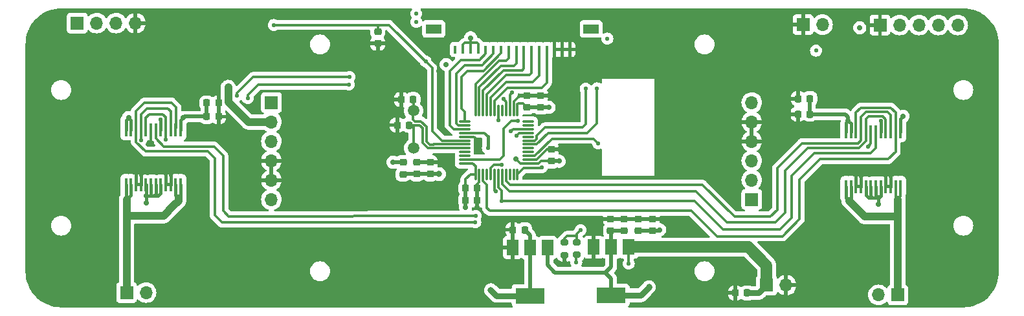
<source format=gbl>
G04 #@! TF.GenerationSoftware,KiCad,Pcbnew,7.0.1*
G04 #@! TF.CreationDate,2023-11-29T16:19:33+01:00*
G04 #@! TF.ProjectId,Gruzik2.0,4772757a-696b-4322-9e30-2e6b69636164,rev?*
G04 #@! TF.SameCoordinates,Original*
G04 #@! TF.FileFunction,Copper,L4,Bot*
G04 #@! TF.FilePolarity,Positive*
%FSLAX46Y46*%
G04 Gerber Fmt 4.6, Leading zero omitted, Abs format (unit mm)*
G04 Created by KiCad (PCBNEW 7.0.1) date 2023-11-29 16:19:33*
%MOMM*%
%LPD*%
G01*
G04 APERTURE LIST*
G04 Aperture macros list*
%AMRoundRect*
0 Rectangle with rounded corners*
0 $1 Rounding radius*
0 $2 $3 $4 $5 $6 $7 $8 $9 X,Y pos of 4 corners*
0 Add a 4 corners polygon primitive as box body*
4,1,4,$2,$3,$4,$5,$6,$7,$8,$9,$2,$3,0*
0 Add four circle primitives for the rounded corners*
1,1,$1+$1,$2,$3*
1,1,$1+$1,$4,$5*
1,1,$1+$1,$6,$7*
1,1,$1+$1,$8,$9*
0 Add four rect primitives between the rounded corners*
20,1,$1+$1,$2,$3,$4,$5,0*
20,1,$1+$1,$4,$5,$6,$7,0*
20,1,$1+$1,$6,$7,$8,$9,0*
20,1,$1+$1,$8,$9,$2,$3,0*%
G04 Aperture macros list end*
G04 #@! TA.AperFunction,ComponentPad*
%ADD10C,1.500000*%
G04 #@! TD*
G04 #@! TA.AperFunction,ComponentPad*
%ADD11R,1.700000X1.700000*%
G04 #@! TD*
G04 #@! TA.AperFunction,ComponentPad*
%ADD12O,1.700000X1.700000*%
G04 #@! TD*
G04 #@! TA.AperFunction,SMDPad,CuDef*
%ADD13R,1.500000X2.000000*%
G04 #@! TD*
G04 #@! TA.AperFunction,SMDPad,CuDef*
%ADD14R,3.800000X2.000000*%
G04 #@! TD*
G04 #@! TA.AperFunction,SMDPad,CuDef*
%ADD15RoundRect,0.225000X0.250000X-0.225000X0.250000X0.225000X-0.250000X0.225000X-0.250000X-0.225000X0*%
G04 #@! TD*
G04 #@! TA.AperFunction,SMDPad,CuDef*
%ADD16RoundRect,0.225000X0.225000X0.250000X-0.225000X0.250000X-0.225000X-0.250000X0.225000X-0.250000X0*%
G04 #@! TD*
G04 #@! TA.AperFunction,SMDPad,CuDef*
%ADD17R,0.450000X1.750000*%
G04 #@! TD*
G04 #@! TA.AperFunction,SMDPad,CuDef*
%ADD18RoundRect,0.225000X-0.225000X-0.250000X0.225000X-0.250000X0.225000X0.250000X-0.225000X0.250000X0*%
G04 #@! TD*
G04 #@! TA.AperFunction,SMDPad,CuDef*
%ADD19RoundRect,0.200000X-0.275000X0.200000X-0.275000X-0.200000X0.275000X-0.200000X0.275000X0.200000X0*%
G04 #@! TD*
G04 #@! TA.AperFunction,SMDPad,CuDef*
%ADD20RoundRect,0.218750X-0.256250X0.218750X-0.256250X-0.218750X0.256250X-0.218750X0.256250X0.218750X0*%
G04 #@! TD*
G04 #@! TA.AperFunction,SMDPad,CuDef*
%ADD21RoundRect,0.075000X-0.662500X-0.075000X0.662500X-0.075000X0.662500X0.075000X-0.662500X0.075000X0*%
G04 #@! TD*
G04 #@! TA.AperFunction,SMDPad,CuDef*
%ADD22RoundRect,0.075000X-0.075000X-0.662500X0.075000X-0.662500X0.075000X0.662500X-0.075000X0.662500X0*%
G04 #@! TD*
G04 #@! TA.AperFunction,SMDPad,CuDef*
%ADD23R,0.400000X1.000000*%
G04 #@! TD*
G04 #@! TA.AperFunction,SMDPad,CuDef*
%ADD24R,2.000000X1.300000*%
G04 #@! TD*
G04 #@! TA.AperFunction,ViaPad*
%ADD25C,0.700000*%
G04 #@! TD*
G04 #@! TA.AperFunction,ViaPad*
%ADD26C,0.550000*%
G04 #@! TD*
G04 #@! TA.AperFunction,ViaPad*
%ADD27C,0.800000*%
G04 #@! TD*
G04 #@! TA.AperFunction,Conductor*
%ADD28C,0.300000*%
G04 #@! TD*
G04 #@! TA.AperFunction,Conductor*
%ADD29C,0.450000*%
G04 #@! TD*
G04 #@! TA.AperFunction,Conductor*
%ADD30C,0.500000*%
G04 #@! TD*
G04 #@! TA.AperFunction,Conductor*
%ADD31C,0.800000*%
G04 #@! TD*
G04 #@! TA.AperFunction,Conductor*
%ADD32C,0.400000*%
G04 #@! TD*
G04 #@! TA.AperFunction,Conductor*
%ADD33C,1.000000*%
G04 #@! TD*
G04 #@! TA.AperFunction,Conductor*
%ADD34C,1.500000*%
G04 #@! TD*
G04 #@! TA.AperFunction,Conductor*
%ADD35C,0.250000*%
G04 #@! TD*
G04 APERTURE END LIST*
D10*
X87426800Y-151751200D03*
X87426800Y-146871200D03*
D11*
X138379200Y-135585200D03*
D12*
X140919200Y-135585200D03*
D11*
X49885600Y-170688000D03*
D12*
X52425600Y-170688000D03*
D11*
X43434000Y-135382000D03*
D12*
X45974000Y-135382000D03*
X48514000Y-135382000D03*
X51054000Y-135382000D03*
D11*
X150774400Y-170992800D03*
D12*
X148234400Y-170992800D03*
D11*
X148437600Y-135636000D03*
D12*
X150977600Y-135636000D03*
X153517600Y-135636000D03*
X156057600Y-135636000D03*
X158597600Y-135636000D03*
D11*
X131666000Y-158496000D03*
D12*
X131666000Y-155956000D03*
X131666000Y-153416000D03*
X131666000Y-150876000D03*
X131666000Y-148336000D03*
X131666000Y-145796000D03*
D11*
X68834000Y-145796000D03*
D12*
X68834000Y-148336000D03*
X68834000Y-150876000D03*
X68834000Y-153416000D03*
X68834000Y-155956000D03*
X68834000Y-158496000D03*
D11*
X133604000Y-169722800D03*
D12*
X136144000Y-169722800D03*
D13*
X110984000Y-164744000D03*
X113284000Y-164744000D03*
D14*
X113284000Y-171044000D03*
D13*
X115584000Y-164744000D03*
D15*
X105460800Y-153479800D03*
X105460800Y-151929800D03*
D13*
X100366800Y-164794400D03*
X102666800Y-164794400D03*
D14*
X102666800Y-171094400D03*
D13*
X104966800Y-164794400D03*
D16*
X87376000Y-145389600D03*
X85826000Y-145389600D03*
D17*
X151142000Y-156806000D03*
X150492000Y-156806000D03*
X149842000Y-156806000D03*
X149192000Y-156806000D03*
X148542000Y-156806000D03*
X147892000Y-156806000D03*
X147242000Y-156806000D03*
X146592000Y-156806000D03*
X145942000Y-156806000D03*
X145292000Y-156806000D03*
X144642000Y-156806000D03*
X143992000Y-156806000D03*
X143992000Y-149606000D03*
X144642000Y-149606000D03*
X145292000Y-149606000D03*
X145942000Y-149606000D03*
X146592000Y-149606000D03*
X147242000Y-149606000D03*
X147892000Y-149606000D03*
X148542000Y-149606000D03*
X149192000Y-149606000D03*
X149842000Y-149606000D03*
X150492000Y-149606000D03*
X151142000Y-149606000D03*
D15*
X113182400Y-162573000D03*
X113182400Y-161023000D03*
D18*
X94221000Y-157022800D03*
X95771000Y-157022800D03*
X60362476Y-145860000D03*
X61912476Y-145860000D03*
D19*
X107188000Y-164110400D03*
X107188000Y-165760400D03*
D15*
X82753200Y-138049600D03*
X82753200Y-136499600D03*
X102285800Y-146418600D03*
X102285800Y-144868600D03*
D16*
X86830200Y-148742400D03*
X85280200Y-148742400D03*
D18*
X60362476Y-147638000D03*
X61912476Y-147638000D03*
D20*
X86055200Y-153619200D03*
X86055200Y-155194200D03*
D17*
X56956000Y-156552000D03*
X56306000Y-156552000D03*
X55656000Y-156552000D03*
X55006000Y-156552000D03*
X54356000Y-156552000D03*
X53706000Y-156552000D03*
X53056000Y-156552000D03*
X52406000Y-156552000D03*
X51756000Y-156552000D03*
X51106000Y-156552000D03*
X50456000Y-156552000D03*
X49806000Y-156552000D03*
X49806000Y-149352000D03*
X50456000Y-149352000D03*
X51106000Y-149352000D03*
X51756000Y-149352000D03*
X52406000Y-149352000D03*
X53056000Y-149352000D03*
X53706000Y-149352000D03*
X54356000Y-149352000D03*
X55006000Y-149352000D03*
X55656000Y-149352000D03*
X56306000Y-149352000D03*
X56956000Y-149352000D03*
D15*
X89611200Y-155169200D03*
X89611200Y-153619200D03*
D16*
X101968600Y-162458400D03*
X100418600Y-162458400D03*
D15*
X116840000Y-162573000D03*
X116840000Y-161023000D03*
D19*
X108762800Y-164073800D03*
X108762800Y-165723800D03*
D18*
X94221000Y-158597600D03*
X95771000Y-158597600D03*
D16*
X139261476Y-147320000D03*
X137711476Y-147320000D03*
D15*
X118668800Y-162573000D03*
X118668800Y-161023000D03*
D21*
X94107500Y-153781500D03*
X94107500Y-153281500D03*
X94107500Y-152781500D03*
X94107500Y-152281500D03*
X94107500Y-151781500D03*
X94107500Y-151281500D03*
X94107500Y-150781500D03*
X94107500Y-150281500D03*
X94107500Y-149781500D03*
X94107500Y-149281500D03*
X94107500Y-148781500D03*
X94107500Y-148281500D03*
D22*
X95520000Y-146869000D03*
X96020000Y-146869000D03*
X96520000Y-146869000D03*
X97020000Y-146869000D03*
X97520000Y-146869000D03*
X98020000Y-146869000D03*
X98520000Y-146869000D03*
X99020000Y-146869000D03*
X99520000Y-146869000D03*
X100020000Y-146869000D03*
X100520000Y-146869000D03*
X101020000Y-146869000D03*
D21*
X102432500Y-148281500D03*
X102432500Y-148781500D03*
X102432500Y-149281500D03*
X102432500Y-149781500D03*
X102432500Y-150281500D03*
X102432500Y-150781500D03*
X102432500Y-151281500D03*
X102432500Y-151781500D03*
X102432500Y-152281500D03*
X102432500Y-152781500D03*
X102432500Y-153281500D03*
X102432500Y-153781500D03*
D22*
X101020000Y-155194000D03*
X100520000Y-155194000D03*
X100020000Y-155194000D03*
X99520000Y-155194000D03*
X99020000Y-155194000D03*
X98520000Y-155194000D03*
X98020000Y-155194000D03*
X97520000Y-155194000D03*
X97020000Y-155194000D03*
X96520000Y-155194000D03*
X96020000Y-155194000D03*
X95520000Y-155194000D03*
D16*
X131064000Y-170738800D03*
X129514000Y-170738800D03*
D15*
X87833200Y-155169200D03*
X87833200Y-153619200D03*
D23*
X92867200Y-138836400D03*
X93867200Y-138836400D03*
X94867200Y-138836400D03*
X95867200Y-138836400D03*
X96867200Y-138836400D03*
X97867200Y-138836400D03*
X98867200Y-138836400D03*
X99867200Y-138836400D03*
X100867200Y-138836400D03*
X101867200Y-138836400D03*
X102867200Y-138836400D03*
X103867200Y-138836400D03*
X104867200Y-138836400D03*
X105867200Y-138836400D03*
X106867200Y-138836400D03*
X107867200Y-138836400D03*
D24*
X90067200Y-136136400D03*
X110667200Y-136136400D03*
D16*
X139274476Y-145288000D03*
X137724476Y-145288000D03*
D15*
X114960400Y-162573000D03*
X114960400Y-161023000D03*
X104063800Y-146418600D03*
X104063800Y-144868600D03*
D25*
X51866800Y-154432000D03*
X136156200Y-135483600D03*
X147015200Y-155194000D03*
X146202400Y-154533600D03*
X53848000Y-154990800D03*
X91948000Y-157937200D03*
X91897200Y-156819600D03*
X52628800Y-154990800D03*
D26*
X53238400Y-151079200D03*
D25*
X90728800Y-141681200D03*
X106514600Y-151929800D03*
X95707200Y-151434800D03*
X147980400Y-155143200D03*
X107289600Y-166928800D03*
X105156000Y-144868600D03*
X95771000Y-159499000D03*
X149148800Y-154533600D03*
D26*
X146862800Y-151536400D03*
D25*
X54914800Y-154432000D03*
D26*
X98958400Y-153924000D03*
D25*
X84734400Y-153619200D03*
X145796000Y-135991600D03*
X94221000Y-159512000D03*
X91694000Y-140817600D03*
D27*
X97536000Y-170383200D03*
D25*
X119634000Y-162458400D03*
X100787200Y-153162000D03*
D26*
X54356000Y-148052000D03*
X148538700Y-148233900D03*
D25*
X105156000Y-146418600D03*
X106476800Y-153479800D03*
D27*
X90754200Y-155169200D03*
D26*
X97129600Y-151739600D03*
D25*
X63195200Y-143814800D03*
D26*
X108712000Y-166725600D03*
X115570000Y-166878000D03*
D27*
X118211600Y-169976800D03*
D25*
X94894400Y-137312400D03*
X144272000Y-148183600D03*
X151460200Y-147599400D03*
X50139600Y-147777200D03*
X57302400Y-147777200D03*
D26*
X112776000Y-137414000D03*
X101056600Y-148168200D03*
D25*
X52425600Y-158038800D03*
X52425600Y-158902400D03*
D26*
X111581700Y-151144900D03*
X140055600Y-138988800D03*
X104190800Y-154272698D03*
X109270800Y-162509200D03*
X98520000Y-148100800D03*
D25*
X148234400Y-158242000D03*
X148234400Y-159105600D03*
D26*
X87782400Y-135229600D03*
X99161600Y-145338800D03*
X100330000Y-144490100D03*
X87782400Y-134162800D03*
X79044800Y-142443200D03*
X100152200Y-149580600D03*
X55016400Y-150622000D03*
X64312800Y-144881600D03*
X100888800Y-150114000D03*
X51765200Y-150723600D03*
X78943200Y-143459200D03*
X65735200Y-145237200D03*
X109931200Y-143967200D03*
X111431200Y-143916400D03*
X95554800Y-160629600D03*
X98958400Y-158699200D03*
X95504000Y-161493200D03*
X98145600Y-157429200D03*
X89001600Y-140411200D03*
X69138800Y-135636000D03*
D28*
X95771000Y-157022800D02*
X95771000Y-156451000D01*
X102285800Y-144868600D02*
X101308200Y-144868600D01*
D29*
X53848000Y-154990800D02*
X54744800Y-154990800D01*
D30*
X102285800Y-144868600D02*
X104063800Y-144868600D01*
D28*
X95771000Y-156451000D02*
X96020000Y-156202000D01*
D29*
X51866800Y-154432000D02*
X54914800Y-154432000D01*
X145292000Y-156806000D02*
X145292000Y-155248800D01*
D30*
X113182400Y-161023000D02*
X114960400Y-161023000D01*
X107188000Y-166827200D02*
X107289600Y-166928800D01*
D28*
X104864200Y-151929800D02*
X103512500Y-153281500D01*
X147242000Y-149606000D02*
X147242000Y-151157200D01*
D30*
X95771000Y-158597600D02*
X95771000Y-159499000D01*
X105156000Y-144868600D02*
X104063800Y-144868600D01*
D28*
X105460800Y-151929800D02*
X104864200Y-151929800D01*
X95707200Y-150672800D02*
X95707200Y-151434800D01*
D29*
X146229000Y-155194000D02*
X147015200Y-155194000D01*
X146202400Y-154533600D02*
X149148800Y-154533600D01*
X149192000Y-155506000D02*
X149192000Y-156806000D01*
D28*
X100520000Y-145656800D02*
X100520000Y-146869000D01*
X101308200Y-144868600D02*
X100520000Y-145656800D01*
D30*
X100366800Y-162510200D02*
X100418600Y-162458400D01*
D29*
X51106000Y-156552000D02*
X51106000Y-154941200D01*
X51756000Y-156552000D02*
X51756000Y-155227000D01*
X148031200Y-155194000D02*
X148880000Y-155194000D01*
X147015200Y-155194000D02*
X147929600Y-155194000D01*
D30*
X118668800Y-161023000D02*
X116840000Y-161023000D01*
D28*
X53056000Y-150896800D02*
X53238400Y-151079200D01*
D29*
X149250400Y-154533600D02*
X149842000Y-155125200D01*
X148880000Y-155194000D02*
X149192000Y-155506000D01*
X145288000Y-155244800D02*
X145999200Y-154533600D01*
D30*
X107188000Y-165760400D02*
X107188000Y-166827200D01*
D29*
X51612800Y-154432000D02*
X51866800Y-154432000D01*
D30*
X106514600Y-151929800D02*
X105460800Y-151929800D01*
D28*
X94107500Y-150281500D02*
X95315900Y-150281500D01*
X147242000Y-151157200D02*
X146862800Y-151536400D01*
D30*
X114960400Y-161023000D02*
X116840000Y-161023000D01*
X87833200Y-153619200D02*
X89611200Y-153619200D01*
D28*
X103512500Y-153281500D02*
X102432500Y-153281500D01*
X95707200Y-151434800D02*
X95707200Y-151384000D01*
D29*
X54914800Y-154432000D02*
X54965600Y-154432000D01*
X145999200Y-154533600D02*
X146202400Y-154533600D01*
X147980400Y-155143200D02*
X148031200Y-155194000D01*
X51756000Y-155227000D02*
X51992200Y-154990800D01*
X147929600Y-155194000D02*
X147980400Y-155143200D01*
D28*
X53056000Y-149352000D02*
X53056000Y-150896800D01*
D29*
X54744800Y-154990800D02*
X55006000Y-155252000D01*
X145942000Y-155481000D02*
X146229000Y-155194000D01*
X54965600Y-154432000D02*
X55656000Y-155122400D01*
X145942000Y-156806000D02*
X145942000Y-155481000D01*
X51104800Y-154940000D02*
X51612800Y-154432000D01*
X51106000Y-154941200D02*
X51104800Y-154940000D01*
X52628800Y-154990800D02*
X53848000Y-154990800D01*
X145292000Y-155248800D02*
X145288000Y-155244800D01*
D28*
X96020000Y-156202000D02*
X96020000Y-155194000D01*
D29*
X149148800Y-154533600D02*
X149250400Y-154533600D01*
X51992200Y-154990800D02*
X52628800Y-154990800D01*
D30*
X100366800Y-164794400D02*
X100366800Y-162510200D01*
D29*
X55006000Y-155252000D02*
X55006000Y-156552000D01*
X55656000Y-155122400D02*
X55656000Y-156552000D01*
X149842000Y-155125200D02*
X149842000Y-156806000D01*
D30*
X95771000Y-157022800D02*
X95771000Y-158597600D01*
X137711476Y-145301000D02*
X137724476Y-145288000D01*
D28*
X95315900Y-150281500D02*
X95707200Y-150672800D01*
X97951459Y-153924000D02*
X98958400Y-153924000D01*
X97520000Y-155194000D02*
X97520000Y-154355459D01*
X97520000Y-154355459D02*
X97951459Y-153924000D01*
X94843600Y-155194000D02*
X94221000Y-155816600D01*
X103798114Y-153781500D02*
X104099814Y-153479800D01*
X101406700Y-153781500D02*
X100787200Y-153162000D01*
D29*
X148538700Y-148233900D02*
X148538700Y-148302700D01*
D28*
X101752400Y-145897600D02*
X101142800Y-145897600D01*
X102273400Y-146418600D02*
X102285800Y-146418600D01*
X102432500Y-153781500D02*
X103798114Y-153781500D01*
X104099814Y-153479800D02*
X105460800Y-153479800D01*
X102432500Y-153781500D02*
X101406700Y-153781500D01*
D30*
X94221000Y-159512000D02*
X94221000Y-158597600D01*
D28*
X94221000Y-155816600D02*
X94221000Y-157022800D01*
D29*
X148542000Y-148306000D02*
X148542000Y-149606000D01*
D31*
X102666800Y-171094400D02*
X98247200Y-171094400D01*
D30*
X119519400Y-162573000D02*
X119634000Y-162458400D01*
X84734400Y-153619200D02*
X86055200Y-153619200D01*
D29*
X148538700Y-148302700D02*
X148542000Y-148306000D01*
D30*
X106476800Y-153479800D02*
X105460800Y-153479800D01*
X102666800Y-163156600D02*
X101968600Y-162458400D01*
D28*
X95520000Y-155194000D02*
X94843600Y-155194000D01*
X95520000Y-155194000D02*
X95520000Y-154143200D01*
D31*
X98247200Y-171094400D02*
X97536000Y-170383200D01*
D30*
X104063800Y-146418600D02*
X102285800Y-146418600D01*
D29*
X54356000Y-148052000D02*
X54356000Y-149352000D01*
D28*
X95158300Y-153781500D02*
X94107500Y-153781500D01*
X101020000Y-146020400D02*
X101020000Y-146869000D01*
D30*
X116840000Y-162573000D02*
X118668800Y-162573000D01*
D28*
X95520000Y-154143200D02*
X95158300Y-153781500D01*
X101752400Y-145897600D02*
X102273400Y-146418600D01*
D30*
X118668800Y-162573000D02*
X119519400Y-162573000D01*
X94221000Y-157022800D02*
X94221000Y-158597600D01*
X102666800Y-171094400D02*
X102666800Y-164794400D01*
D28*
X101142800Y-145897600D02*
X101020000Y-146020400D01*
D30*
X102666800Y-164794400D02*
X102666800Y-163156600D01*
X105156000Y-146418600D02*
X104063800Y-146418600D01*
D28*
X94107500Y-151781500D02*
X90991700Y-151781500D01*
X88188800Y-148742400D02*
X87223600Y-148742400D01*
X88595200Y-149148800D02*
X88188800Y-148742400D01*
X90991700Y-151781500D02*
X90990800Y-151782400D01*
X87413800Y-151700400D02*
X87413800Y-148932600D01*
X89302494Y-151782400D02*
X88595200Y-151075106D01*
X88595200Y-151075106D02*
X88595200Y-149148800D01*
X90990800Y-151782400D02*
X89302494Y-151782400D01*
X89509600Y-151282400D02*
X90017600Y-151282400D01*
X89103200Y-150876000D02*
X89509600Y-151282400D01*
X87426800Y-145440400D02*
X87376000Y-145389600D01*
X88395907Y-148242400D02*
X87630000Y-148242400D01*
X87376000Y-147980400D02*
X87376000Y-146922000D01*
X89103200Y-150876000D02*
X89103200Y-148949694D01*
X90018500Y-151281500D02*
X90017600Y-151282400D01*
X87426800Y-146871200D02*
X87426800Y-145440400D01*
X89103200Y-148949694D02*
X88395907Y-148242400D01*
X87630000Y-148242400D02*
X87630000Y-148234400D01*
X87630000Y-148234400D02*
X87376000Y-147980400D01*
X94107500Y-151281500D02*
X90018500Y-151281500D01*
D30*
X90754200Y-155169200D02*
X89611200Y-155169200D01*
D32*
X97129600Y-150215600D02*
X97129600Y-151739600D01*
D30*
X87833200Y-155169200D02*
X86080200Y-155169200D01*
D28*
X97129600Y-150215600D02*
X96695500Y-149781500D01*
X96695500Y-149781500D02*
X94107500Y-149781500D01*
D30*
X89611200Y-155169200D02*
X87833200Y-155169200D01*
D28*
X115584000Y-164744000D02*
X115584000Y-166864000D01*
X115584000Y-166864000D02*
X115570000Y-166878000D01*
D31*
X131064000Y-170738800D02*
X132588000Y-170738800D01*
X132588000Y-170738800D02*
X133604000Y-169722800D01*
D33*
X65836800Y-148336000D02*
X63906400Y-146405600D01*
X63195200Y-145694400D02*
X63195200Y-145643600D01*
X63195200Y-145643600D02*
X63195200Y-143814800D01*
D34*
X131216000Y-164744000D02*
X115584000Y-164744000D01*
X133604000Y-169722800D02*
X133604000Y-167132000D01*
X133604000Y-167132000D02*
X131216000Y-164744000D01*
D28*
X108712000Y-166725600D02*
X108712000Y-165774600D01*
D33*
X68834000Y-148336000D02*
X65836800Y-148336000D01*
X63906400Y-146405600D02*
X63195200Y-145694400D01*
D28*
X108712000Y-165774600D02*
X108762800Y-165723800D01*
X95758000Y-137972800D02*
X95867200Y-138082000D01*
D30*
X104966800Y-167095200D02*
X105918000Y-168046400D01*
D28*
X94867200Y-137972800D02*
X94867200Y-137339600D01*
X94867200Y-137339600D02*
X94894400Y-137312400D01*
D30*
X113284000Y-167335200D02*
X113284000Y-164744000D01*
X113284000Y-162674600D02*
X113182400Y-162573000D01*
D28*
X94867200Y-138836400D02*
X94867200Y-137972800D01*
D30*
X113284000Y-171044000D02*
X113284000Y-168859200D01*
D28*
X93867200Y-138238000D02*
X93867200Y-138836400D01*
D30*
X113284000Y-168859200D02*
X112522000Y-168097200D01*
D28*
X94132400Y-137972800D02*
X93867200Y-138238000D01*
X94867200Y-137972800D02*
X94132400Y-137972800D01*
D30*
X104966800Y-164794400D02*
X104966800Y-167095200D01*
X112522000Y-168097200D02*
X113284000Y-167335200D01*
D28*
X94867200Y-137972800D02*
X95758000Y-137972800D01*
D31*
X117144400Y-171044000D02*
X118211600Y-169976800D01*
D30*
X105918000Y-168046400D02*
X112471200Y-168046400D01*
D28*
X95867200Y-138082000D02*
X95867200Y-138836400D01*
D30*
X113182400Y-162573000D02*
X114960400Y-162573000D01*
X112471200Y-168046400D02*
X112522000Y-168097200D01*
X113284000Y-164744000D02*
X113284000Y-162674600D01*
D31*
X113284000Y-171044000D02*
X117144400Y-171044000D01*
D29*
X144642000Y-148553600D02*
X144642000Y-149606000D01*
X143992000Y-149606000D02*
X143992000Y-148463600D01*
D30*
X144272000Y-148183600D02*
X144272000Y-147675600D01*
X143916400Y-147320000D02*
X139261476Y-147320000D01*
D29*
X151142000Y-147917600D02*
X151460200Y-147599400D01*
X151142000Y-149606000D02*
X151142000Y-147917600D01*
X144272000Y-148183600D02*
X144642000Y-148553600D01*
D30*
X144272000Y-147675600D02*
X143916400Y-147320000D01*
X139274476Y-145288000D02*
X139274476Y-147307000D01*
D29*
X143992000Y-148463600D02*
X144272000Y-148183600D01*
D30*
X139274476Y-147307000D02*
X139261476Y-147320000D01*
D29*
X49806000Y-148110800D02*
X50139600Y-147777200D01*
D30*
X57441600Y-147638000D02*
X57302400Y-147777200D01*
D29*
X56956000Y-149352000D02*
X56956000Y-148123600D01*
X50139600Y-147777200D02*
X50456000Y-148093600D01*
X49806000Y-149352000D02*
X49806000Y-148110800D01*
D30*
X60362476Y-147638000D02*
X57441600Y-147638000D01*
D29*
X50456000Y-148093600D02*
X50456000Y-149352000D01*
X56956000Y-148123600D02*
X57302400Y-147777200D01*
D30*
X60362476Y-145860000D02*
X60362476Y-147638000D01*
D28*
X101056600Y-148168200D02*
X100243800Y-148168200D01*
X100243800Y-148168200D02*
X99212400Y-149199600D01*
X99212400Y-152755600D02*
X98686500Y-153281500D01*
X98686500Y-153281500D02*
X94107500Y-153281500D01*
X99212400Y-149199600D02*
X99212400Y-152755600D01*
X104867200Y-138836400D02*
X104867200Y-143189200D01*
X98020000Y-145566000D02*
X98020000Y-146869000D01*
X99720400Y-143865600D02*
X98020000Y-145566000D01*
X104190800Y-143865600D02*
X99720400Y-143865600D01*
X104867200Y-143189200D02*
X104190800Y-143865600D01*
X99568000Y-143103600D02*
X97520000Y-145151600D01*
X103867200Y-142258800D02*
X103022400Y-143103600D01*
X97520000Y-145151600D02*
X97520000Y-146869000D01*
X103867200Y-138836400D02*
X103867200Y-142258800D01*
X103022400Y-143103600D02*
X99568000Y-143103600D01*
X99568000Y-142189200D02*
X97020000Y-144737200D01*
X97020000Y-144737200D02*
X97020000Y-146869000D01*
X102867200Y-138836400D02*
X102867200Y-141887200D01*
X102867200Y-141887200D02*
X102565200Y-142189200D01*
X102565200Y-142189200D02*
X99568000Y-142189200D01*
X101867200Y-138836400D02*
X101867200Y-141363200D01*
X96520000Y-144221200D02*
X96520000Y-146869000D01*
X101650800Y-141579600D02*
X99161600Y-141579600D01*
X101867200Y-141363200D02*
X101650800Y-141579600D01*
X99161600Y-141579600D02*
X96520000Y-144221200D01*
X100867200Y-138836400D02*
X100867200Y-140686800D01*
X100867200Y-140686800D02*
X100584000Y-140970000D01*
X96020000Y-143812103D02*
X96020000Y-146869000D01*
X98862103Y-140970000D02*
X96020000Y-143812103D01*
X100584000Y-140970000D02*
X98862103Y-140970000D01*
X95520000Y-143392400D02*
X95520000Y-146869000D01*
X99867200Y-139959600D02*
X99517200Y-140309600D01*
X98602800Y-140309600D02*
X95520000Y-143392400D01*
X99517200Y-140309600D02*
X98602800Y-140309600D01*
X99867200Y-138836400D02*
X99867200Y-139959600D01*
X96570800Y-141630400D02*
X94488000Y-141630400D01*
X94488000Y-141630400D02*
X93726000Y-142392400D01*
X98867200Y-139334000D02*
X96570800Y-141630400D01*
X93726000Y-142392400D02*
X93726000Y-146608800D01*
X94132400Y-148256600D02*
X94107500Y-148281500D01*
X98867200Y-138836400D02*
X98867200Y-139334000D01*
X93726000Y-146608800D02*
X94132400Y-147015200D01*
X94132400Y-147015200D02*
X94132400Y-148256600D01*
X93268959Y-148781500D02*
X94107500Y-148781500D01*
X97867200Y-139419600D02*
X96367600Y-140919200D01*
X96367600Y-140919200D02*
X94081600Y-140919200D01*
X93020000Y-148532541D02*
X93268959Y-148781500D01*
X94081600Y-140919200D02*
X93020000Y-141980800D01*
X93020000Y-141980800D02*
X93020000Y-148532541D01*
X97867200Y-138836400D02*
X97867200Y-139419600D01*
X96867200Y-139136400D02*
X96867200Y-139428350D01*
X92151200Y-141681200D02*
X92151200Y-148742400D01*
D35*
X96867200Y-138836400D02*
X96867200Y-139136400D01*
D28*
X92690300Y-149281500D02*
X94107500Y-149281500D01*
X96087550Y-140208000D02*
X93624400Y-140208000D01*
X92151200Y-148742400D02*
X92690300Y-149281500D01*
X96867200Y-139428350D02*
X96087550Y-140208000D01*
X93624400Y-140208000D02*
X92151200Y-141681200D01*
D33*
X56057800Y-159283400D02*
X56692800Y-158648400D01*
X54711600Y-160629600D02*
X56057800Y-159283400D01*
X49885600Y-160629600D02*
X54711600Y-160629600D01*
D29*
X49806000Y-156552000D02*
X49806000Y-158416400D01*
D33*
X49885600Y-160629600D02*
X49885600Y-158496000D01*
D29*
X56956000Y-158080400D02*
X56956000Y-156552000D01*
X56692800Y-158343600D02*
X56306000Y-157956800D01*
X56306000Y-157956800D02*
X56306000Y-156552000D01*
D33*
X56692800Y-158648400D02*
X56692800Y-158343600D01*
D29*
X56692800Y-158343600D02*
X56956000Y-158080400D01*
X50456000Y-156552000D02*
X50456000Y-157925600D01*
X49806000Y-158416400D02*
X49885600Y-158496000D01*
X50456000Y-157925600D02*
X49885600Y-158496000D01*
D33*
X49885600Y-170688000D02*
X49885600Y-160629600D01*
D29*
X53706000Y-157723600D02*
X53706000Y-156552000D01*
X52984400Y-158038800D02*
X53056000Y-157967200D01*
X53056000Y-157967200D02*
X53056000Y-156552000D01*
X53949600Y-158038800D02*
X54356000Y-157632400D01*
X52425600Y-158038800D02*
X52984400Y-158038800D01*
X52425600Y-156571600D02*
X52406000Y-156552000D01*
X53390800Y-158038800D02*
X53706000Y-157723600D01*
X54356000Y-157632400D02*
X54356000Y-156552000D01*
X52425600Y-158038800D02*
X52425600Y-158902400D01*
X52425600Y-158038800D02*
X53390800Y-158038800D01*
X52425600Y-158038800D02*
X52425600Y-156571600D01*
X52425600Y-158038800D02*
X53949600Y-158038800D01*
D28*
X151142000Y-156806000D02*
X151142000Y-158128400D01*
D29*
X144642000Y-156806000D02*
X144642000Y-158380000D01*
D28*
X150492000Y-158213600D02*
X150774400Y-158496000D01*
D33*
X146456400Y-160731200D02*
X144373600Y-158648400D01*
D29*
X143992000Y-156806000D02*
X143992000Y-158266800D01*
X144642000Y-158380000D02*
X144373600Y-158648400D01*
D33*
X150774400Y-160020000D02*
X150774400Y-158851600D01*
X150774400Y-158851600D02*
X150774400Y-158496000D01*
D28*
X150492000Y-156806000D02*
X150492000Y-158213600D01*
X151142000Y-158128400D02*
X150774400Y-158496000D01*
D33*
X150774400Y-170992800D02*
X150774400Y-160020000D01*
X150774400Y-160731200D02*
X146456400Y-160731200D01*
D29*
X143992000Y-158266800D02*
X144373600Y-158648400D01*
D28*
X105532141Y-150520400D02*
X103271041Y-152781500D01*
X110957200Y-150520400D02*
X105532141Y-150520400D01*
X111581700Y-151144900D02*
X110957200Y-150520400D01*
X103271041Y-152781500D02*
X102432500Y-152781500D01*
X104082298Y-154381200D02*
X101832800Y-154381200D01*
X104190800Y-154272698D02*
X104082298Y-154381200D01*
X101832800Y-154381200D02*
X101020000Y-155194000D01*
X108762800Y-163017200D02*
X109270800Y-162509200D01*
X98520000Y-148100800D02*
X98520000Y-146869000D01*
X108762800Y-163271200D02*
X108762800Y-163017200D01*
X107492800Y-163271200D02*
X108762800Y-163271200D01*
X107188000Y-163576000D02*
X107492800Y-163271200D01*
X107188000Y-164110400D02*
X107188000Y-163576000D01*
X108762800Y-164073800D02*
X108762800Y-163271200D01*
D29*
X147242000Y-158062400D02*
X147242000Y-156806000D01*
X146592000Y-157920400D02*
X146592000Y-156806000D01*
X148234400Y-158242000D02*
X147421600Y-158242000D01*
X148234400Y-158242000D02*
X148082000Y-158242000D01*
X148234400Y-158242000D02*
X146913600Y-158242000D01*
X148234400Y-158242000D02*
X148234400Y-159054800D01*
X147892000Y-158052000D02*
X147892000Y-156806000D01*
X148234400Y-158242000D02*
X148336000Y-158242000D01*
X148542000Y-158036000D02*
X148542000Y-156806000D01*
X148082000Y-158242000D02*
X147892000Y-158052000D01*
X146913600Y-158242000D02*
X146592000Y-157920400D01*
X148336000Y-158242000D02*
X148542000Y-158036000D01*
X147421600Y-158242000D02*
X147242000Y-158062400D01*
D28*
X99520000Y-145697200D02*
X99161600Y-145338800D01*
X99520000Y-146869000D02*
X99520000Y-145697200D01*
X100330000Y-144490100D02*
X100020000Y-144800100D01*
X100020000Y-144800100D02*
X100020000Y-146869000D01*
X55016400Y-149362400D02*
X55006000Y-149352000D01*
X52406000Y-147796800D02*
X52406000Y-149352000D01*
X55006000Y-147716000D02*
X54610000Y-147320000D01*
X55016400Y-150622000D02*
X55016400Y-149362400D01*
X100152200Y-149580600D02*
X100451300Y-149281500D01*
X55006000Y-149352000D02*
X55006000Y-147716000D01*
X66446400Y-142443200D02*
X64312800Y-144576800D01*
X100451300Y-149281500D02*
X102432500Y-149281500D01*
X52882800Y-147320000D02*
X52406000Y-147796800D01*
X79044800Y-142443200D02*
X66446400Y-142443200D01*
X64312800Y-144576800D02*
X64312800Y-144881600D01*
X54610000Y-147320000D02*
X52882800Y-147320000D01*
X51756000Y-149352000D02*
X51756000Y-147380000D01*
X67106800Y-143459200D02*
X65735200Y-144830800D01*
X101221300Y-149781500D02*
X100888800Y-150114000D01*
X51756000Y-149352000D02*
X51756000Y-150714400D01*
X52578000Y-146558000D02*
X55270400Y-146558000D01*
X102432500Y-149781500D02*
X101221300Y-149781500D01*
X55270400Y-146558000D02*
X55656000Y-146943600D01*
X78943200Y-143459200D02*
X67106800Y-143459200D01*
X65735200Y-144830800D02*
X65735200Y-145237200D01*
X51756000Y-150714400D02*
X51765200Y-150723600D01*
X55656000Y-146943600D02*
X55656000Y-149352000D01*
X51756000Y-147380000D02*
X52578000Y-146558000D01*
X103520000Y-150532541D02*
X103271041Y-150781500D01*
X104597200Y-149047200D02*
X103520000Y-150124400D01*
X109931200Y-143967200D02*
X109931200Y-148640800D01*
X109931200Y-148640800D02*
X109524800Y-149047200D01*
X103271041Y-150781500D02*
X102432500Y-150781500D01*
X109524800Y-149047200D02*
X104597200Y-149047200D01*
X103520000Y-150124400D02*
X103520000Y-150532541D01*
X105003600Y-149809200D02*
X103531300Y-151281500D01*
X103531300Y-151281500D02*
X102432500Y-151281500D01*
X110134400Y-149809200D02*
X105003600Y-149809200D01*
X111431200Y-143916400D02*
X111431200Y-148512400D01*
X111431200Y-148512400D02*
X110134400Y-149809200D01*
X125222000Y-156565600D02*
X100053059Y-156565600D01*
X149402800Y-147015200D02*
X149842000Y-147454400D01*
X134112000Y-160731200D02*
X129387600Y-160731200D01*
X145942000Y-150756000D02*
X145568000Y-151130000D01*
X145942000Y-149606000D02*
X145942000Y-147682000D01*
X145942000Y-147682000D02*
X146608800Y-147015200D01*
X149842000Y-147454400D02*
X149842000Y-149606000D01*
X129387600Y-160731200D02*
X125222000Y-156565600D01*
X138226800Y-151130000D02*
X134975600Y-154381200D01*
X134975600Y-159867600D02*
X134112000Y-160731200D01*
X134975600Y-154381200D02*
X134975600Y-159867600D01*
X99520000Y-156032541D02*
X99520000Y-155194000D01*
X145568000Y-151130000D02*
X138226800Y-151130000D01*
X100053059Y-156565600D02*
X99520000Y-156032541D01*
X145942000Y-149606000D02*
X145942000Y-150756000D01*
X146608800Y-147015200D02*
X149402800Y-147015200D01*
X146929000Y-147609400D02*
X148798084Y-147609400D01*
X135991600Y-160223200D02*
X135991600Y-154736800D01*
X146592000Y-149606000D02*
X146592000Y-147946400D01*
X148798084Y-147609400D02*
X149192000Y-148003316D01*
X99020000Y-156525600D02*
X99923600Y-157429200D01*
X134721600Y-161493200D02*
X135991600Y-160223200D01*
X99923600Y-157429200D02*
X124358400Y-157429200D01*
X145665506Y-151739600D02*
X146592000Y-150813106D01*
X138988800Y-151739600D02*
X145665506Y-151739600D01*
X128422400Y-161493200D02*
X134721600Y-161493200D01*
X149192000Y-148003316D02*
X149192000Y-149606000D01*
X124358400Y-157429200D02*
X128422400Y-161493200D01*
X99020000Y-155194000D02*
X99020000Y-156525600D01*
X146592000Y-147946400D02*
X146929000Y-147609400D01*
X135991600Y-154736800D02*
X138988800Y-151739600D01*
X146592000Y-150813106D02*
X146592000Y-149606000D01*
X124155200Y-158699200D02*
X127863600Y-162407600D01*
X62636400Y-160070800D02*
X63246000Y-160680400D01*
X54740400Y-151536400D02*
X57962800Y-151536400D01*
X136906000Y-160883600D02*
X136906000Y-155346400D01*
X61315600Y-151536400D02*
X62534800Y-152755600D01*
X53706000Y-149352000D02*
X53706000Y-150502000D01*
X98958400Y-158699200D02*
X124155200Y-158699200D01*
X63296800Y-160680400D02*
X95554800Y-160629600D01*
X62534800Y-159969200D02*
X62636400Y-160070800D01*
X62534800Y-152755600D02*
X62534800Y-159969200D01*
X135382000Y-162407600D02*
X136906000Y-160883600D01*
X63246000Y-160680400D02*
X63296800Y-160680400D01*
X98958400Y-158699200D02*
X98958400Y-157358116D01*
X139801600Y-152450800D02*
X147167600Y-152450800D01*
X127863600Y-162407600D02*
X135382000Y-162407600D01*
X53706000Y-150502000D02*
X54740400Y-151536400D01*
X147892000Y-151726400D02*
X147892000Y-149606000D01*
X98958400Y-157358116D02*
X98520000Y-156919716D01*
X136906000Y-155346400D02*
X139801600Y-152450800D01*
X98520000Y-156919716D02*
X98520000Y-155194000D01*
X57962800Y-151536400D02*
X61315600Y-151536400D01*
X147167600Y-152450800D02*
X147892000Y-151726400D01*
X60502800Y-152196800D02*
X61417200Y-153111200D01*
X98020000Y-157303600D02*
X98145600Y-157429200D01*
X51106000Y-150948284D02*
X52354516Y-152196800D01*
X52222400Y-145796000D02*
X55778400Y-145796000D01*
X52354516Y-152196800D02*
X60502800Y-152196800D01*
X51106000Y-149352000D02*
X51106000Y-150948284D01*
X61417200Y-153111200D02*
X61417200Y-160578800D01*
X61417200Y-160578800D02*
X62331600Y-161493200D01*
X56381000Y-146398600D02*
X56381000Y-149148800D01*
X55778400Y-145796000D02*
X56381000Y-146398600D01*
X51106000Y-149352000D02*
X51106000Y-146912400D01*
X98020000Y-155194000D02*
X98020000Y-157303600D01*
X51106000Y-146912400D02*
X52222400Y-145796000D01*
X62331600Y-161493200D02*
X95504000Y-161493200D01*
X97028000Y-156540541D02*
X97028000Y-159613600D01*
X127101600Y-163322000D02*
X135686800Y-163322000D01*
X137922000Y-161086800D02*
X137922000Y-155905200D01*
X123748800Y-159969200D02*
X127101600Y-163322000D01*
X150492000Y-147088400D02*
X149860000Y-146456400D01*
X97028000Y-159613600D02*
X97383600Y-159969200D01*
X150492000Y-149606000D02*
X150492000Y-147088400D01*
X140614400Y-153212800D02*
X149504400Y-153212800D01*
X96520000Y-155194000D02*
X96520000Y-156032541D01*
X149504400Y-153212800D02*
X150492000Y-152225200D01*
X97383600Y-159969200D02*
X123748800Y-159969200D01*
X145292000Y-147112800D02*
X145292000Y-149606000D01*
X150492000Y-152225200D02*
X150492000Y-149606000D01*
X137922000Y-155905200D02*
X140614400Y-153212800D01*
X135686800Y-163322000D02*
X137922000Y-161086800D01*
X96520000Y-156032541D02*
X97028000Y-156540541D01*
X145948400Y-146456400D02*
X145292000Y-147112800D01*
X149860000Y-146456400D02*
X145948400Y-146456400D01*
X82753200Y-135636000D02*
X69138800Y-135636000D01*
X89865200Y-149504400D02*
X89865200Y-141274800D01*
X84226400Y-135636000D02*
X82753200Y-135636000D01*
X91142300Y-150781500D02*
X89865200Y-149504400D01*
X94107500Y-150781500D02*
X91142300Y-150781500D01*
X82753200Y-136499600D02*
X82753200Y-135636000D01*
X89865200Y-141274800D02*
X84226400Y-135636000D01*
G04 #@! TA.AperFunction,Conductor*
G36*
X149704501Y-156597613D02*
G01*
X149749888Y-156643000D01*
X149766500Y-156704997D01*
X149766501Y-156809987D01*
X149766501Y-156907000D01*
X149749888Y-156969000D01*
X149704501Y-157014387D01*
X149642501Y-157031000D01*
X149391500Y-157031000D01*
X149329500Y-157014387D01*
X149284113Y-156969000D01*
X149267500Y-156907000D01*
X149267500Y-156751471D01*
X149267499Y-156751461D01*
X149267499Y-156705000D01*
X149284112Y-156643000D01*
X149329499Y-156597613D01*
X149391499Y-156581000D01*
X149642501Y-156581000D01*
X149704501Y-156597613D01*
G37*
G04 #@! TD.AperFunction*
G04 #@! TA.AperFunction,Conductor*
G36*
X145804500Y-156597613D02*
G01*
X145849887Y-156643000D01*
X145866500Y-156705000D01*
X145866500Y-156907000D01*
X145849887Y-156969000D01*
X145804500Y-157014387D01*
X145742500Y-157031000D01*
X145491500Y-157031000D01*
X145429500Y-157014387D01*
X145384113Y-156969000D01*
X145367500Y-156907000D01*
X145367500Y-156751471D01*
X145367499Y-156751461D01*
X145367499Y-156705000D01*
X145384112Y-156643000D01*
X145429499Y-156597613D01*
X145491499Y-156581000D01*
X145742500Y-156581000D01*
X145804500Y-156597613D01*
G37*
G04 #@! TD.AperFunction*
G04 #@! TA.AperFunction,Conductor*
G36*
X55518500Y-156343613D02*
G01*
X55563887Y-156389000D01*
X55580500Y-156451000D01*
X55580500Y-156653000D01*
X55563887Y-156715000D01*
X55518500Y-156760387D01*
X55456500Y-156777000D01*
X55205500Y-156777000D01*
X55143500Y-156760387D01*
X55098113Y-156715000D01*
X55081500Y-156653000D01*
X55081500Y-156497471D01*
X55081499Y-156497461D01*
X55081499Y-156451000D01*
X55098112Y-156389000D01*
X55143499Y-156343613D01*
X55205499Y-156327000D01*
X55456500Y-156327000D01*
X55518500Y-156343613D01*
G37*
G04 #@! TD.AperFunction*
G04 #@! TA.AperFunction,Conductor*
G36*
X51618500Y-156343613D02*
G01*
X51663887Y-156389000D01*
X51680500Y-156451000D01*
X51680500Y-156490112D01*
X51679191Y-156508079D01*
X51678294Y-156514204D01*
X51675870Y-156530756D01*
X51680028Y-156578288D01*
X51680500Y-156589094D01*
X51680500Y-156653000D01*
X51663887Y-156715000D01*
X51618500Y-156760387D01*
X51556500Y-156777000D01*
X51305500Y-156777000D01*
X51243500Y-156760387D01*
X51198113Y-156715000D01*
X51181500Y-156653000D01*
X51181500Y-156497471D01*
X51181499Y-156497461D01*
X51181499Y-156451000D01*
X51198112Y-156389000D01*
X51243499Y-156343613D01*
X51305499Y-156327000D01*
X51556500Y-156327000D01*
X51618500Y-156343613D01*
G37*
G04 #@! TD.AperFunction*
G04 #@! TA.AperFunction,Conductor*
G36*
X87158909Y-133460015D02*
G01*
X87202932Y-133497615D01*
X87225087Y-133551102D01*
X87220545Y-133608818D01*
X87190295Y-133658181D01*
X87172252Y-133676223D01*
X87079277Y-133824193D01*
X87021558Y-133989142D01*
X87001992Y-134162800D01*
X87021558Y-134336457D01*
X87079276Y-134501403D01*
X87160221Y-134630227D01*
X87179227Y-134696199D01*
X87160222Y-134762170D01*
X87079276Y-134890997D01*
X87021558Y-135055942D01*
X87001992Y-135229599D01*
X87021558Y-135403257D01*
X87079277Y-135568206D01*
X87172252Y-135716176D01*
X87295823Y-135839747D01*
X87443793Y-135932722D01*
X87608742Y-135990441D01*
X87782400Y-136010007D01*
X87956057Y-135990441D01*
X88121006Y-135932722D01*
X88195364Y-135886000D01*
X88268973Y-135839749D01*
X88268973Y-135839748D01*
X88268976Y-135839747D01*
X88355020Y-135753702D01*
X88404381Y-135723454D01*
X88462097Y-135718912D01*
X88515585Y-135741067D01*
X88553185Y-135785090D01*
X88566700Y-135841385D01*
X88566700Y-136834269D01*
X88573109Y-136893884D01*
X88585619Y-136927424D01*
X88623404Y-137028731D01*
X88709654Y-137143946D01*
X88824869Y-137230196D01*
X88959717Y-137280491D01*
X89019327Y-137286900D01*
X91115072Y-137286899D01*
X91174683Y-137280491D01*
X91309531Y-137230196D01*
X91424746Y-137143946D01*
X91510996Y-137028731D01*
X91561291Y-136893883D01*
X91567700Y-136834273D01*
X91567699Y-135438528D01*
X91561291Y-135378917D01*
X91510996Y-135244069D01*
X91424746Y-135128854D01*
X91309531Y-135042604D01*
X91174683Y-134992309D01*
X91115073Y-134985900D01*
X91115069Y-134985900D01*
X89019330Y-134985900D01*
X88959715Y-134992309D01*
X88824867Y-135042604D01*
X88733463Y-135111029D01*
X88680547Y-135133903D01*
X88623006Y-135130377D01*
X88573279Y-135101214D01*
X88542112Y-135052717D01*
X88532893Y-135026372D01*
X88500178Y-134932877D01*
X88485522Y-134890993D01*
X88404578Y-134762170D01*
X88385572Y-134696199D01*
X88404577Y-134630230D01*
X88485522Y-134501406D01*
X88543241Y-134336457D01*
X88562807Y-134162800D01*
X88552003Y-134066912D01*
X88543241Y-133989142D01*
X88485522Y-133824193D01*
X88392547Y-133676223D01*
X88374505Y-133658181D01*
X88344255Y-133608818D01*
X88339713Y-133551102D01*
X88361868Y-133497615D01*
X88405891Y-133460015D01*
X88462186Y-133446500D01*
X159282486Y-133446500D01*
X159335294Y-133446500D01*
X159340702Y-133446617D01*
X159737845Y-133463957D01*
X159748581Y-133464897D01*
X160140010Y-133516429D01*
X160150648Y-133518304D01*
X160536102Y-133603758D01*
X160546542Y-133606556D01*
X160923068Y-133725273D01*
X160933214Y-133728966D01*
X161297971Y-133880054D01*
X161307762Y-133884620D01*
X161657942Y-134066912D01*
X161667309Y-134072319D01*
X161724209Y-134108569D01*
X162000281Y-134284446D01*
X162009142Y-134290651D01*
X162322348Y-134530982D01*
X162330635Y-134537936D01*
X162621701Y-134804649D01*
X162629350Y-134812298D01*
X162896063Y-135103364D01*
X162903017Y-135111651D01*
X163143348Y-135424857D01*
X163149553Y-135433718D01*
X163361679Y-135766689D01*
X163367087Y-135776057D01*
X163549376Y-136126230D01*
X163553948Y-136136034D01*
X163705029Y-136500775D01*
X163708729Y-136510941D01*
X163827442Y-136887453D01*
X163830242Y-136897901D01*
X163915693Y-137283343D01*
X163917571Y-137293997D01*
X163969100Y-137685399D01*
X163970043Y-137696175D01*
X163987382Y-138093297D01*
X163987500Y-138098706D01*
X163987500Y-167971294D01*
X163987382Y-167976703D01*
X163970043Y-168373824D01*
X163969100Y-168384600D01*
X163917571Y-168776002D01*
X163915693Y-168786656D01*
X163830242Y-169172098D01*
X163827442Y-169182546D01*
X163708729Y-169559058D01*
X163705029Y-169569224D01*
X163553948Y-169933965D01*
X163549376Y-169943769D01*
X163367087Y-170293942D01*
X163361679Y-170303310D01*
X163149553Y-170636281D01*
X163143348Y-170645142D01*
X162903017Y-170958348D01*
X162896063Y-170966635D01*
X162629350Y-171257701D01*
X162621701Y-171265350D01*
X162330635Y-171532063D01*
X162322348Y-171539017D01*
X162009142Y-171779348D01*
X162000281Y-171785553D01*
X161667310Y-171997679D01*
X161657942Y-172003087D01*
X161307769Y-172185376D01*
X161297965Y-172189948D01*
X160933224Y-172341029D01*
X160923058Y-172344729D01*
X160546546Y-172463442D01*
X160536098Y-172466242D01*
X160150656Y-172551693D01*
X160140002Y-172553571D01*
X159748600Y-172605100D01*
X159737824Y-172606043D01*
X159340703Y-172623382D01*
X159335294Y-172623500D01*
X115617611Y-172623500D01*
X115558184Y-172608332D01*
X115513296Y-172566540D01*
X115493927Y-172508347D01*
X115504816Y-172447989D01*
X115532445Y-172413702D01*
X115541543Y-172401547D01*
X115541546Y-172401546D01*
X115627796Y-172286331D01*
X115678091Y-172151483D01*
X115684500Y-172091873D01*
X115684500Y-172068500D01*
X115701113Y-172006500D01*
X115746500Y-171961113D01*
X115808500Y-171944500D01*
X117063774Y-171944500D01*
X117083171Y-171946026D01*
X117097012Y-171948219D01*
X117164736Y-171944670D01*
X117171226Y-171944500D01*
X117191596Y-171944500D01*
X117211848Y-171942371D01*
X117218306Y-171941862D01*
X117286046Y-171938313D01*
X117299593Y-171934682D01*
X117318709Y-171931139D01*
X117332656Y-171929674D01*
X117397186Y-171908706D01*
X117403351Y-171906880D01*
X117468888Y-171889320D01*
X117481374Y-171882956D01*
X117499353Y-171875509D01*
X117512684Y-171871179D01*
X117571451Y-171837248D01*
X117577077Y-171834193D01*
X117637549Y-171803383D01*
X117648442Y-171794560D01*
X117664474Y-171783542D01*
X117676616Y-171776533D01*
X117727039Y-171731131D01*
X117731921Y-171726961D01*
X117747780Y-171714119D01*
X117762201Y-171699696D01*
X117766872Y-171695264D01*
X117817288Y-171649871D01*
X117825529Y-171638526D01*
X117838160Y-171623737D01*
X118473098Y-170988800D01*
X128564001Y-170988800D01*
X128564001Y-171037115D01*
X128574143Y-171136405D01*
X128627453Y-171297286D01*
X128716426Y-171441532D01*
X128836267Y-171561373D01*
X128980513Y-171650346D01*
X129141393Y-171703656D01*
X129240685Y-171713800D01*
X129264000Y-171713800D01*
X129264000Y-170988800D01*
X128564001Y-170988800D01*
X118473098Y-170988800D01*
X118791342Y-170670556D01*
X118806127Y-170657929D01*
X118817471Y-170649688D01*
X118862856Y-170599281D01*
X118867288Y-170594610D01*
X118881720Y-170580180D01*
X118894538Y-170564349D01*
X118898752Y-170559416D01*
X118944129Y-170509020D01*
X118944133Y-170509016D01*
X118951144Y-170496871D01*
X118956692Y-170488800D01*
X128564000Y-170488800D01*
X129264000Y-170488800D01*
X129264000Y-169763801D01*
X129240685Y-169763801D01*
X129141394Y-169773943D01*
X128980513Y-169827253D01*
X128836267Y-169916226D01*
X128716426Y-170036067D01*
X128627453Y-170180313D01*
X128574143Y-170341193D01*
X128564000Y-170440485D01*
X128564000Y-170488800D01*
X118956692Y-170488800D01*
X118962164Y-170480839D01*
X118970983Y-170469949D01*
X119001785Y-170409493D01*
X119004848Y-170403851D01*
X119038779Y-170345084D01*
X119043109Y-170331753D01*
X119050556Y-170313774D01*
X119056920Y-170301288D01*
X119074475Y-170235770D01*
X119076307Y-170229582D01*
X119097274Y-170165056D01*
X119098740Y-170151105D01*
X119102283Y-170131990D01*
X119105913Y-170118445D01*
X119109462Y-170050698D01*
X119109967Y-170044277D01*
X119117060Y-169976800D01*
X119115593Y-169962851D01*
X119115084Y-169943419D01*
X119115819Y-169929412D01*
X119105208Y-169862421D01*
X119104366Y-169856030D01*
X119097274Y-169788544D01*
X119092940Y-169775205D01*
X119088398Y-169756287D01*
X119086207Y-169742450D01*
X119061892Y-169679106D01*
X119059737Y-169673019D01*
X119058904Y-169670456D01*
X119052097Y-169649505D01*
X119038780Y-169608517D01*
X119031775Y-169596385D01*
X119023397Y-169578820D01*
X119018373Y-169565733D01*
X119018372Y-169565730D01*
X118981408Y-169508811D01*
X118978055Y-169503338D01*
X118944133Y-169444584D01*
X118934750Y-169434164D01*
X118922904Y-169418723D01*
X118915274Y-169406974D01*
X118867315Y-169359015D01*
X118862864Y-169354326D01*
X118817471Y-169303912D01*
X118806130Y-169295672D01*
X118791340Y-169283040D01*
X118781425Y-169273125D01*
X118781422Y-169273123D01*
X118781421Y-169273122D01*
X118724531Y-169236177D01*
X118719181Y-169232500D01*
X118675669Y-169200887D01*
X118664330Y-169192649D01*
X118651527Y-169186948D01*
X118634430Y-169177665D01*
X118622667Y-169170026D01*
X118559356Y-169145724D01*
X118553358Y-169143240D01*
X118491401Y-169115655D01*
X118477687Y-169112740D01*
X118459032Y-169107214D01*
X118445949Y-169102192D01*
X118378974Y-169091584D01*
X118372592Y-169090402D01*
X118356196Y-169086917D01*
X118306246Y-169076300D01*
X118306244Y-169076300D01*
X118292226Y-169076300D01*
X118272828Y-169074773D01*
X118258988Y-169072581D01*
X118191264Y-169076130D01*
X118184775Y-169076300D01*
X118116954Y-169076300D01*
X118107906Y-169078222D01*
X118103242Y-169079214D01*
X118083961Y-169081752D01*
X118069955Y-169082486D01*
X118004439Y-169100041D01*
X117998128Y-169101556D01*
X117931795Y-169115655D01*
X117918987Y-169121358D01*
X117900658Y-169127849D01*
X117887111Y-169131479D01*
X117826681Y-169162270D01*
X117820825Y-169165064D01*
X117758867Y-169192650D01*
X117747530Y-169200887D01*
X117730949Y-169211048D01*
X117718450Y-169217416D01*
X117665735Y-169260103D01*
X117660589Y-169264052D01*
X117605730Y-169303910D01*
X117560351Y-169354308D01*
X117555883Y-169359015D01*
X116807720Y-170107181D01*
X116767492Y-170134061D01*
X116720039Y-170143500D01*
X115808499Y-170143500D01*
X115746499Y-170126887D01*
X115701112Y-170081500D01*
X115684499Y-170019500D01*
X115684499Y-169996130D01*
X115683509Y-169986917D01*
X115678091Y-169936517D01*
X115627796Y-169801669D01*
X115541546Y-169686454D01*
X115426331Y-169600204D01*
X115291483Y-169549909D01*
X115231873Y-169543500D01*
X115231869Y-169543500D01*
X114158500Y-169543500D01*
X114096500Y-169526887D01*
X114051113Y-169481500D01*
X114034500Y-169419500D01*
X114034500Y-168922906D01*
X114035809Y-168904936D01*
X114036338Y-168901318D01*
X114039289Y-168881177D01*
X114034972Y-168831831D01*
X114034500Y-168821024D01*
X114034500Y-168815489D01*
X114030903Y-168784721D01*
X114030536Y-168781129D01*
X114029153Y-168765316D01*
X114023999Y-168706403D01*
X114023998Y-168706401D01*
X114023889Y-168705149D01*
X114019672Y-168686130D01*
X113993592Y-168614474D01*
X113992408Y-168611068D01*
X113979672Y-168572633D01*
X113968814Y-168539866D01*
X113968812Y-168539863D01*
X113968415Y-168538664D01*
X113959929Y-168521136D01*
X113959237Y-168520084D01*
X113959237Y-168520083D01*
X113918001Y-168457388D01*
X113916086Y-168454381D01*
X113912995Y-168449369D01*
X113876712Y-168390545D01*
X113876711Y-168390544D01*
X113876048Y-168389469D01*
X113863748Y-168374370D01*
X113808273Y-168322032D01*
X113805686Y-168319519D01*
X113671048Y-168184881D01*
X113638954Y-168129294D01*
X113638954Y-168065107D01*
X113671045Y-168009521D01*
X113769648Y-167910918D01*
X113783260Y-167899155D01*
X113790185Y-167894000D01*
X124170531Y-167894000D01*
X124190364Y-168120689D01*
X124249261Y-168340497D01*
X124345432Y-168546735D01*
X124475953Y-168733140D01*
X124636859Y-168894046D01*
X124823264Y-169024567D01*
X124823265Y-169024567D01*
X124823266Y-169024568D01*
X125029504Y-169120739D01*
X125249308Y-169179635D01*
X125332896Y-169186948D01*
X125419214Y-169194500D01*
X125419216Y-169194500D01*
X125532784Y-169194500D01*
X125532786Y-169194500D01*
X125600747Y-169188553D01*
X125702692Y-169179635D01*
X125922496Y-169120739D01*
X126128734Y-169024568D01*
X126315139Y-168894047D01*
X126476047Y-168733139D01*
X126606568Y-168546734D01*
X126702739Y-168340496D01*
X126761635Y-168120692D01*
X126781468Y-167894000D01*
X126761635Y-167667308D01*
X126702739Y-167447504D01*
X126606568Y-167241266D01*
X126586199Y-167212176D01*
X126476046Y-167054859D01*
X126315140Y-166893953D01*
X126128735Y-166763432D01*
X125922497Y-166667261D01*
X125702689Y-166608364D01*
X125532786Y-166593500D01*
X125532784Y-166593500D01*
X125419216Y-166593500D01*
X125419214Y-166593500D01*
X125249310Y-166608364D01*
X125029502Y-166667261D01*
X124823264Y-166763432D01*
X124636859Y-166893953D01*
X124475953Y-167054859D01*
X124345432Y-167241264D01*
X124249261Y-167447502D01*
X124190364Y-167667310D01*
X124170531Y-167894000D01*
X113790185Y-167894000D01*
X113802530Y-167884810D01*
X113834376Y-167846856D01*
X113841662Y-167838904D01*
X113845591Y-167834977D01*
X113864833Y-167810639D01*
X113867090Y-167807870D01*
X113881853Y-167790275D01*
X113915302Y-167750414D01*
X113915303Y-167750411D01*
X113916115Y-167749444D01*
X113926573Y-167733027D01*
X113927106Y-167731882D01*
X113927111Y-167731877D01*
X113958833Y-167663846D01*
X113960362Y-167660688D01*
X113994040Y-167593633D01*
X113994040Y-167593632D01*
X113994612Y-167592494D01*
X114001000Y-167574115D01*
X114001255Y-167572875D01*
X114001257Y-167572873D01*
X114016435Y-167499357D01*
X114017200Y-167495908D01*
X114034500Y-167422921D01*
X114034500Y-167422919D01*
X114034791Y-167421691D01*
X114036770Y-167402320D01*
X114036733Y-167401058D01*
X114036734Y-167401055D01*
X114034552Y-167326068D01*
X114034500Y-167322462D01*
X114034500Y-166360976D01*
X114048969Y-166302847D01*
X114088999Y-166258284D01*
X114127177Y-166244303D01*
X114126890Y-166243534D01*
X114144848Y-166236836D01*
X114276331Y-166187796D01*
X114359692Y-166125391D01*
X114407640Y-166103494D01*
X114460357Y-166103494D01*
X114508308Y-166125392D01*
X114591669Y-166187796D01*
X114726517Y-166238091D01*
X114786127Y-166244500D01*
X114809500Y-166244500D01*
X114871500Y-166261113D01*
X114916887Y-166306500D01*
X114933500Y-166368500D01*
X114933500Y-166397641D01*
X114914494Y-166463612D01*
X114866877Y-166539393D01*
X114809158Y-166704342D01*
X114789592Y-166878000D01*
X114809158Y-167051657D01*
X114866877Y-167216606D01*
X114959852Y-167364576D01*
X115083423Y-167488147D01*
X115231393Y-167581122D01*
X115396342Y-167638841D01*
X115570000Y-167658407D01*
X115743657Y-167638841D01*
X115908606Y-167581122D01*
X116056576Y-167488147D01*
X116180147Y-167364576D01*
X116273122Y-167216606D01*
X116330841Y-167051657D01*
X116350407Y-166878000D01*
X116350406Y-166877999D01*
X116330841Y-166704342D01*
X116273122Y-166539393D01*
X116253506Y-166508174D01*
X116234500Y-166442203D01*
X116234500Y-166368499D01*
X116251113Y-166306499D01*
X116296500Y-166261112D01*
X116358500Y-166244499D01*
X116381870Y-166244499D01*
X116381872Y-166244499D01*
X116441483Y-166238091D01*
X116576331Y-166187796D01*
X116691546Y-166101546D01*
X116703304Y-166085840D01*
X116734485Y-166044189D01*
X116778247Y-166007616D01*
X116833751Y-165994500D01*
X130646664Y-165994500D01*
X130694117Y-166003939D01*
X130734345Y-166030819D01*
X132317181Y-167613655D01*
X132344061Y-167653883D01*
X132353500Y-167701336D01*
X132353500Y-168531361D01*
X132347155Y-168570520D01*
X132328768Y-168605671D01*
X132310204Y-168630469D01*
X132260998Y-168762398D01*
X132259909Y-168765317D01*
X132254807Y-168812778D01*
X132253500Y-168824931D01*
X132253500Y-169714300D01*
X132236887Y-169776300D01*
X132191500Y-169821687D01*
X132129500Y-169838300D01*
X131651513Y-169838300D01*
X131612792Y-169827320D01*
X131611455Y-169831356D01*
X131436707Y-169773450D01*
X131342239Y-169763800D01*
X131337344Y-169763300D01*
X130790655Y-169763300D01*
X130691292Y-169773450D01*
X130530300Y-169826797D01*
X130385954Y-169915831D01*
X130376325Y-169925461D01*
X130320738Y-169957553D01*
X130256551Y-169957553D01*
X130200965Y-169925459D01*
X130191732Y-169916226D01*
X130047486Y-169827253D01*
X129886606Y-169773943D01*
X129787315Y-169763800D01*
X129764000Y-169763800D01*
X129764000Y-171713799D01*
X129787315Y-171713799D01*
X129886605Y-171703656D01*
X130047484Y-171650346D01*
X130191732Y-171561372D01*
X130200963Y-171552141D01*
X130256551Y-171520045D01*
X130320741Y-171520045D01*
X130376329Y-171552141D01*
X130385957Y-171561769D01*
X130530300Y-171650802D01*
X130530302Y-171650802D01*
X130530303Y-171650803D01*
X130691292Y-171704149D01*
X130790655Y-171714300D01*
X131337344Y-171714299D01*
X131436708Y-171704149D01*
X131597697Y-171650803D01*
X131597697Y-171650802D01*
X131611455Y-171646244D01*
X131612792Y-171650279D01*
X131651513Y-171639300D01*
X132507374Y-171639300D01*
X132526771Y-171640826D01*
X132540612Y-171643019D01*
X132608336Y-171639470D01*
X132614826Y-171639300D01*
X132635196Y-171639300D01*
X132655448Y-171637171D01*
X132661906Y-171636662D01*
X132729646Y-171633113D01*
X132743193Y-171629482D01*
X132762309Y-171625939D01*
X132776256Y-171624474D01*
X132840786Y-171603506D01*
X132846951Y-171601680D01*
X132912488Y-171584120D01*
X132924974Y-171577756D01*
X132942953Y-171570309D01*
X132956284Y-171565979D01*
X133015051Y-171532048D01*
X133020677Y-171528993D01*
X133081149Y-171498183D01*
X133092042Y-171489360D01*
X133108074Y-171478342D01*
X133120216Y-171471333D01*
X133170639Y-171425931D01*
X133175521Y-171421761D01*
X133191380Y-171408919D01*
X133205801Y-171394496D01*
X133210472Y-171390064D01*
X133260888Y-171344671D01*
X133269129Y-171333326D01*
X133281760Y-171318537D01*
X133490679Y-171109618D01*
X133530908Y-171082738D01*
X133578361Y-171073299D01*
X134501870Y-171073299D01*
X134501872Y-171073299D01*
X134561483Y-171066891D01*
X134696331Y-171016596D01*
X134811546Y-170930346D01*
X134897796Y-170815131D01*
X134947003Y-170683198D01*
X134981981Y-170632821D01*
X135036826Y-170605368D01*
X135098119Y-170607557D01*
X135150865Y-170638853D01*
X135272918Y-170760906D01*
X135466423Y-170896400D01*
X135680507Y-170996230D01*
X135893999Y-171053435D01*
X135894000Y-171053436D01*
X135894000Y-169972800D01*
X136394000Y-169972800D01*
X136394000Y-171053435D01*
X136607492Y-170996230D01*
X136821576Y-170896400D01*
X137015081Y-170760906D01*
X137182106Y-170593881D01*
X137317600Y-170400376D01*
X137417430Y-170186292D01*
X137474636Y-169972800D01*
X136394000Y-169972800D01*
X135894000Y-169972800D01*
X135894000Y-168392164D01*
X136394000Y-168392164D01*
X136394000Y-169472800D01*
X137474636Y-169472800D01*
X137474635Y-169472799D01*
X137417430Y-169259307D01*
X137317599Y-169045221D01*
X137182109Y-168851721D01*
X137015081Y-168684693D01*
X136821576Y-168549199D01*
X136607492Y-168449369D01*
X136394000Y-168392164D01*
X135894000Y-168392164D01*
X135893999Y-168392164D01*
X135680507Y-168449369D01*
X135466421Y-168549200D01*
X135272924Y-168684688D01*
X135150865Y-168806747D01*
X135098118Y-168838042D01*
X135036825Y-168840231D01*
X134981981Y-168812778D01*
X134947002Y-168762398D01*
X134897796Y-168630469D01*
X134879231Y-168605669D01*
X134860845Y-168570520D01*
X134854500Y-168531361D01*
X134854500Y-167209186D01*
X134855280Y-167195302D01*
X134859238Y-167160173D01*
X134854781Y-167094068D01*
X134854500Y-167085726D01*
X134854500Y-167075850D01*
X134853452Y-167064206D01*
X134850839Y-167035178D01*
X134850630Y-167032516D01*
X134844096Y-166935588D01*
X134843028Y-166931352D01*
X134839768Y-166912169D01*
X134839377Y-166907812D01*
X134813527Y-166814152D01*
X134812832Y-166811514D01*
X134789097Y-166717322D01*
X134789096Y-166717317D01*
X134787285Y-166713331D01*
X134780656Y-166695046D01*
X134779493Y-166690830D01*
X134740689Y-166610252D01*
X134737351Y-166603320D01*
X134736199Y-166600861D01*
X134696007Y-166512374D01*
X134693517Y-166508780D01*
X134683724Y-166491962D01*
X134683343Y-166491172D01*
X134681829Y-166488027D01*
X134624740Y-166409450D01*
X134623162Y-166407228D01*
X134567820Y-166327346D01*
X134564733Y-166324259D01*
X134552091Y-166309458D01*
X134549522Y-166305922D01*
X134479299Y-166238782D01*
X134477310Y-166236836D01*
X132424655Y-164184181D01*
X132394405Y-164134818D01*
X132389863Y-164077102D01*
X132412018Y-164023615D01*
X132456041Y-163986015D01*
X132512336Y-163972500D01*
X135601295Y-163972500D01*
X135622504Y-163974841D01*
X135625094Y-163974759D01*
X135625096Y-163974760D01*
X135695062Y-163972560D01*
X135698957Y-163972500D01*
X135727720Y-163972500D01*
X135727725Y-163972500D01*
X135732102Y-163971946D01*
X135743741Y-163971030D01*
X135789369Y-163969597D01*
X135809749Y-163963675D01*
X135828789Y-163959732D01*
X135849858Y-163957071D01*
X135892320Y-163940258D01*
X135903357Y-163936480D01*
X135947198Y-163923744D01*
X135965470Y-163912936D01*
X135982936Y-163904380D01*
X136002671Y-163896568D01*
X136039616Y-163869725D01*
X136049348Y-163863332D01*
X136088665Y-163840081D01*
X136103674Y-163825071D01*
X136118463Y-163812439D01*
X136135637Y-163799963D01*
X136164746Y-163764774D01*
X136172590Y-163756154D01*
X138321513Y-161607231D01*
X138338162Y-161593894D01*
X138339936Y-161592004D01*
X138339940Y-161592002D01*
X138387898Y-161540930D01*
X138390546Y-161538198D01*
X138410911Y-161517835D01*
X138413611Y-161514352D01*
X138421187Y-161505481D01*
X138452448Y-161472193D01*
X138462675Y-161453587D01*
X138473348Y-161437339D01*
X138486362Y-161420564D01*
X138504495Y-161378657D01*
X138509625Y-161368187D01*
X138531627Y-161328168D01*
X138536903Y-161307613D01*
X138543206Y-161289202D01*
X138551635Y-161269727D01*
X138558777Y-161224625D01*
X138561140Y-161213218D01*
X138572500Y-161168977D01*
X138572500Y-161147749D01*
X138574027Y-161128350D01*
X138577346Y-161107395D01*
X138573050Y-161061948D01*
X138572500Y-161050279D01*
X138572500Y-158245556D01*
X143261870Y-158245556D01*
X143266028Y-158293084D01*
X143266500Y-158303891D01*
X143266500Y-158309056D01*
X143266666Y-158310479D01*
X143269971Y-158338756D01*
X143270337Y-158342341D01*
X143276785Y-158416045D01*
X143280721Y-158433800D01*
X143306018Y-158503304D01*
X143307202Y-158506708D01*
X143330481Y-158576960D01*
X143338405Y-158593326D01*
X143351503Y-158613241D01*
X143367134Y-158647323D01*
X143371862Y-158684520D01*
X143370842Y-158724761D01*
X143406742Y-158925054D01*
X143482223Y-159114019D01*
X143594196Y-159283918D01*
X145738832Y-161428552D01*
X145741025Y-161430801D01*
X145800197Y-161493050D01*
X145801342Y-161494254D01*
X145849762Y-161527955D01*
X145857271Y-161533616D01*
X145902993Y-161570898D01*
X145929962Y-161584985D01*
X145943382Y-161593116D01*
X145968349Y-161610494D01*
X145968350Y-161610494D01*
X145968351Y-161610495D01*
X146014129Y-161630140D01*
X146022563Y-161633759D01*
X146031063Y-161637795D01*
X146083350Y-161665108D01*
X146083351Y-161665109D01*
X146112596Y-161673477D01*
X146127386Y-161678743D01*
X146134864Y-161681952D01*
X146155342Y-161690740D01*
X146213137Y-161702616D01*
X146222254Y-161704854D01*
X146278982Y-161721087D01*
X146309316Y-161723396D01*
X146324853Y-161725574D01*
X146354659Y-161731700D01*
X146413642Y-161731700D01*
X146423056Y-161732058D01*
X146481876Y-161736537D01*
X146512051Y-161732693D01*
X146527717Y-161731700D01*
X149649900Y-161731700D01*
X149711900Y-161748313D01*
X149757287Y-161793700D01*
X149773900Y-161855700D01*
X149773900Y-169578658D01*
X149763888Y-169627470D01*
X149735471Y-169668400D01*
X149693235Y-169694839D01*
X149682071Y-169699003D01*
X149682070Y-169699003D01*
X149682069Y-169699004D01*
X149593345Y-169765423D01*
X149566854Y-169785254D01*
X149480604Y-169900469D01*
X149431589Y-170031883D01*
X149396609Y-170082262D01*
X149341765Y-170109715D01*
X149280472Y-170107526D01*
X149227726Y-170076230D01*
X149105804Y-169954308D01*
X149105801Y-169954305D01*
X148912230Y-169818765D01*
X148698063Y-169718897D01*
X148636902Y-169702509D01*
X148469807Y-169657736D01*
X148234400Y-169637140D01*
X147998992Y-169657736D01*
X147770736Y-169718897D01*
X147556570Y-169818765D01*
X147362998Y-169954305D01*
X147195905Y-170121398D01*
X147060365Y-170314970D01*
X146960497Y-170529136D01*
X146899336Y-170757392D01*
X146878740Y-170992800D01*
X146899336Y-171228207D01*
X146930543Y-171344671D01*
X146960497Y-171456463D01*
X147060365Y-171670630D01*
X147195905Y-171864201D01*
X147362999Y-172031295D01*
X147556570Y-172166835D01*
X147770737Y-172266703D01*
X147998991Y-172327862D01*
X147998992Y-172327863D01*
X148234399Y-172348459D01*
X148234399Y-172348458D01*
X148234400Y-172348459D01*
X148469808Y-172327863D01*
X148698063Y-172266703D01*
X148912230Y-172166835D01*
X149105801Y-172031295D01*
X149227729Y-171909366D01*
X149280472Y-171878073D01*
X149341765Y-171875884D01*
X149396609Y-171903337D01*
X149431589Y-171953716D01*
X149453146Y-172011513D01*
X149480604Y-172085131D01*
X149566854Y-172200346D01*
X149682069Y-172286596D01*
X149816917Y-172336891D01*
X149876527Y-172343300D01*
X151672272Y-172343299D01*
X151731883Y-172336891D01*
X151866731Y-172286596D01*
X151981946Y-172200346D01*
X152068196Y-172085131D01*
X152118491Y-171950283D01*
X152124900Y-171890673D01*
X152124899Y-170094928D01*
X152118491Y-170035317D01*
X152068196Y-169900469D01*
X151981946Y-169785254D01*
X151866731Y-169699004D01*
X151863707Y-169697876D01*
X151855565Y-169694839D01*
X151813329Y-169668400D01*
X151784912Y-169627470D01*
X151774900Y-169578658D01*
X151774900Y-161925000D01*
X158032531Y-161925000D01*
X158052364Y-162151689D01*
X158111261Y-162371497D01*
X158207432Y-162577735D01*
X158337953Y-162764140D01*
X158498859Y-162925046D01*
X158685264Y-163055567D01*
X158685265Y-163055567D01*
X158685266Y-163055568D01*
X158891504Y-163151739D01*
X159111308Y-163210635D01*
X159192702Y-163217756D01*
X159281214Y-163225500D01*
X159281216Y-163225500D01*
X159394784Y-163225500D01*
X159394786Y-163225500D01*
X159483298Y-163217756D01*
X159564692Y-163210635D01*
X159784496Y-163151739D01*
X159990734Y-163055568D01*
X160177139Y-162925047D01*
X160338047Y-162764139D01*
X160468568Y-162577734D01*
X160564739Y-162371496D01*
X160623635Y-162151692D01*
X160643468Y-161925000D01*
X160623635Y-161698308D01*
X160564739Y-161478504D01*
X160468568Y-161272266D01*
X160466790Y-161269727D01*
X160338046Y-161085859D01*
X160177140Y-160924953D01*
X159990735Y-160794432D01*
X159784497Y-160698261D01*
X159564689Y-160639364D01*
X159394786Y-160624500D01*
X159394784Y-160624500D01*
X159281216Y-160624500D01*
X159281214Y-160624500D01*
X159111310Y-160639364D01*
X158891502Y-160698261D01*
X158685264Y-160794432D01*
X158498859Y-160924953D01*
X158337953Y-161085859D01*
X158207432Y-161272264D01*
X158111261Y-161478502D01*
X158052364Y-161698310D01*
X158032531Y-161925000D01*
X151774900Y-161925000D01*
X151774900Y-160759700D01*
X151775059Y-160753420D01*
X151775645Y-160741858D01*
X151778769Y-160680264D01*
X151776329Y-160664340D01*
X151774900Y-160645567D01*
X151774900Y-158445260D01*
X151774583Y-158442146D01*
X151766518Y-158362846D01*
X151772028Y-158327253D01*
X151769185Y-158326803D01*
X151771994Y-158309064D01*
X151778778Y-158266224D01*
X151781143Y-158254805D01*
X151792500Y-158210577D01*
X151792500Y-158189355D01*
X151794027Y-158169956D01*
X151794807Y-158165031D01*
X151797347Y-158148995D01*
X151793050Y-158103539D01*
X151792500Y-158091870D01*
X151792500Y-157989042D01*
X151798846Y-157949881D01*
X151805976Y-157936250D01*
X151810793Y-157923334D01*
X151810796Y-157923331D01*
X151861091Y-157788483D01*
X151867500Y-157728873D01*
X151867499Y-155883128D01*
X151861091Y-155823517D01*
X151810796Y-155688669D01*
X151724546Y-155573454D01*
X151609331Y-155487204D01*
X151474483Y-155436909D01*
X151414873Y-155430500D01*
X151414869Y-155430500D01*
X150869126Y-155430500D01*
X150830252Y-155434679D01*
X150803749Y-155434679D01*
X150777847Y-155431894D01*
X150764873Y-155430500D01*
X150764871Y-155430500D01*
X150219126Y-155430500D01*
X150177904Y-155434931D01*
X150151403Y-155434931D01*
X150114829Y-155431000D01*
X150067000Y-155431000D01*
X150055379Y-155442620D01*
X150053884Y-155448949D01*
X150017311Y-155492712D01*
X149909454Y-155573453D01*
X149885654Y-155605246D01*
X149840264Y-155665878D01*
X149792511Y-155704360D01*
X149732154Y-155715250D01*
X149673961Y-155695881D01*
X149632168Y-155650993D01*
X149617000Y-155591566D01*
X149617000Y-155431000D01*
X149569175Y-155431000D01*
X149530254Y-155435184D01*
X149503746Y-155435184D01*
X149464825Y-155431000D01*
X149417000Y-155431000D01*
X149417000Y-155591566D01*
X149401832Y-155650993D01*
X149360039Y-155695881D01*
X149301846Y-155715250D01*
X149241489Y-155704360D01*
X149193735Y-155665878D01*
X149124546Y-155573454D01*
X149119284Y-155569515D01*
X149016689Y-155492712D01*
X148980116Y-155448949D01*
X148978620Y-155442620D01*
X148967000Y-155431000D01*
X148919172Y-155431000D01*
X148882598Y-155434931D01*
X148856095Y-155434931D01*
X148818857Y-155430928D01*
X148814872Y-155430500D01*
X148269126Y-155430500D01*
X148230252Y-155434679D01*
X148203749Y-155434679D01*
X148177847Y-155431894D01*
X148164873Y-155430500D01*
X148164871Y-155430500D01*
X147619126Y-155430500D01*
X147580252Y-155434679D01*
X147553749Y-155434679D01*
X147527847Y-155431894D01*
X147514873Y-155430500D01*
X147514871Y-155430500D01*
X146969126Y-155430500D01*
X146930252Y-155434679D01*
X146903749Y-155434679D01*
X146877847Y-155431894D01*
X146864873Y-155430500D01*
X146864871Y-155430500D01*
X146319126Y-155430500D01*
X146277904Y-155434931D01*
X146251403Y-155434931D01*
X146214829Y-155431000D01*
X146167000Y-155431000D01*
X146155379Y-155442620D01*
X146153884Y-155448949D01*
X146117311Y-155492712D01*
X146009454Y-155573453D01*
X145985654Y-155605246D01*
X145940264Y-155665878D01*
X145892511Y-155704360D01*
X145832154Y-155715250D01*
X145773961Y-155695881D01*
X145732168Y-155650993D01*
X145717000Y-155591566D01*
X145717000Y-155431000D01*
X145669175Y-155431000D01*
X145630254Y-155435184D01*
X145603746Y-155435184D01*
X145564825Y-155431000D01*
X145517000Y-155431000D01*
X145517000Y-155591566D01*
X145501832Y-155650993D01*
X145460039Y-155695881D01*
X145401846Y-155715250D01*
X145341489Y-155704360D01*
X145293735Y-155665878D01*
X145224546Y-155573454D01*
X145219284Y-155569515D01*
X145116689Y-155492712D01*
X145080116Y-155448949D01*
X145078620Y-155442620D01*
X145067000Y-155431000D01*
X145019172Y-155431000D01*
X144982598Y-155434931D01*
X144956095Y-155434931D01*
X144918857Y-155430928D01*
X144914872Y-155430500D01*
X144369126Y-155430500D01*
X144330252Y-155434679D01*
X144303749Y-155434679D01*
X144277847Y-155431894D01*
X144264873Y-155430500D01*
X144264871Y-155430500D01*
X143719130Y-155430500D01*
X143659515Y-155436909D01*
X143524669Y-155487204D01*
X143409454Y-155573454D01*
X143323204Y-155688668D01*
X143272909Y-155823515D01*
X143272909Y-155823517D01*
X143268762Y-155862093D01*
X143266500Y-155883131D01*
X143266500Y-158204913D01*
X143265191Y-158222883D01*
X143261870Y-158245556D01*
X138572500Y-158245556D01*
X138572500Y-156226008D01*
X138581939Y-156178555D01*
X138608819Y-156138327D01*
X140847527Y-153899619D01*
X140887755Y-153872739D01*
X140935208Y-153863300D01*
X149418895Y-153863300D01*
X149440104Y-153865641D01*
X149442694Y-153865559D01*
X149442696Y-153865560D01*
X149512662Y-153863360D01*
X149516557Y-153863300D01*
X149545320Y-153863300D01*
X149545325Y-153863300D01*
X149549702Y-153862746D01*
X149561341Y-153861830D01*
X149606969Y-153860397D01*
X149627349Y-153854475D01*
X149646389Y-153850532D01*
X149667458Y-153847871D01*
X149709920Y-153831058D01*
X149720957Y-153827280D01*
X149764798Y-153814544D01*
X149783070Y-153803736D01*
X149800536Y-153795180D01*
X149820271Y-153787368D01*
X149857216Y-153760525D01*
X149866948Y-153754132D01*
X149906265Y-153730881D01*
X149921274Y-153715871D01*
X149936063Y-153703239D01*
X149953237Y-153690763D01*
X149982346Y-153655574D01*
X149990190Y-153646954D01*
X150891513Y-152745631D01*
X150908162Y-152732294D01*
X150909936Y-152730404D01*
X150909940Y-152730402D01*
X150957898Y-152679330D01*
X150960546Y-152676598D01*
X150980911Y-152656235D01*
X150983611Y-152652752D01*
X150991187Y-152643881D01*
X151022448Y-152610593D01*
X151032675Y-152591987D01*
X151043348Y-152575739D01*
X151056362Y-152558964D01*
X151074495Y-152517057D01*
X151079625Y-152506587D01*
X151101627Y-152466568D01*
X151106903Y-152446013D01*
X151113206Y-152427602D01*
X151121635Y-152408127D01*
X151128777Y-152363025D01*
X151131140Y-152351618D01*
X151142500Y-152307377D01*
X151142500Y-152286149D01*
X151144027Y-152266750D01*
X151146523Y-152250990D01*
X151147346Y-152245795D01*
X151143050Y-152200348D01*
X151142500Y-152188679D01*
X151142500Y-151105499D01*
X151159113Y-151043499D01*
X151204500Y-150998112D01*
X151266500Y-150981499D01*
X151414870Y-150981499D01*
X151414872Y-150981499D01*
X151474483Y-150975091D01*
X151609331Y-150924796D01*
X151724546Y-150838546D01*
X151810796Y-150723331D01*
X151861091Y-150588483D01*
X151867500Y-150528873D01*
X151867500Y-149606587D01*
X151867500Y-148417937D01*
X151881015Y-148361643D01*
X151918614Y-148317620D01*
X151998057Y-148259900D01*
X152032430Y-148234926D01*
X152152059Y-148102065D01*
X152241450Y-147947235D01*
X152296697Y-147777203D01*
X152315385Y-147599400D01*
X152296697Y-147421597D01*
X152257360Y-147300530D01*
X152241450Y-147251564D01*
X152152059Y-147096734D01*
X152032428Y-146963872D01*
X151887796Y-146858789D01*
X151724464Y-146786069D01*
X151549593Y-146748900D01*
X151549591Y-146748900D01*
X151370809Y-146748900D01*
X151370807Y-146748900D01*
X151183185Y-146788780D01*
X151183065Y-146788215D01*
X151142581Y-146796082D01*
X151088697Y-146781641D01*
X151046597Y-146745040D01*
X151039736Y-146735596D01*
X151033325Y-146725836D01*
X151010084Y-146686538D01*
X151005311Y-146681765D01*
X150995068Y-146671522D01*
X150982435Y-146656730D01*
X150981515Y-146655464D01*
X150969963Y-146639563D01*
X150962402Y-146633308D01*
X150934779Y-146610456D01*
X150926140Y-146602594D01*
X150380434Y-146056888D01*
X150367091Y-146040233D01*
X150314166Y-145990534D01*
X150311369Y-145987823D01*
X150291034Y-145967488D01*
X150287547Y-145964783D01*
X150278671Y-145957201D01*
X150245394Y-145925952D01*
X150226793Y-145915726D01*
X150210532Y-145905045D01*
X150193764Y-145892038D01*
X150151870Y-145873908D01*
X150141379Y-145868769D01*
X150101367Y-145846772D01*
X150080800Y-145841491D01*
X150062398Y-145835191D01*
X150042924Y-145826764D01*
X149997837Y-145819623D01*
X149986398Y-145817254D01*
X149942178Y-145805900D01*
X149942177Y-145805900D01*
X149920955Y-145805900D01*
X149901556Y-145804373D01*
X149880596Y-145801053D01*
X149880595Y-145801053D01*
X149858558Y-145803136D01*
X149835139Y-145805350D01*
X149823470Y-145805900D01*
X146033905Y-145805900D01*
X146012694Y-145803558D01*
X145940124Y-145805839D01*
X145936229Y-145805900D01*
X145907474Y-145805900D01*
X145903101Y-145806452D01*
X145891469Y-145807367D01*
X145845828Y-145808801D01*
X145825443Y-145814724D01*
X145806394Y-145818669D01*
X145785343Y-145821328D01*
X145742889Y-145838136D01*
X145731843Y-145841918D01*
X145687999Y-145854656D01*
X145669730Y-145865461D01*
X145652262Y-145874018D01*
X145640863Y-145878532D01*
X145632526Y-145881833D01*
X145595591Y-145908666D01*
X145585835Y-145915075D01*
X145546535Y-145938318D01*
X145531525Y-145953328D01*
X145516736Y-145965958D01*
X145499564Y-145978434D01*
X145470457Y-146013618D01*
X145462596Y-146022256D01*
X144892484Y-146592368D01*
X144875831Y-146605710D01*
X144826133Y-146658633D01*
X144823427Y-146661426D01*
X144803083Y-146681771D01*
X144800376Y-146685260D01*
X144792807Y-146694121D01*
X144761551Y-146727407D01*
X144751322Y-146746012D01*
X144740645Y-146762266D01*
X144739689Y-146763500D01*
X144727638Y-146779035D01*
X144712258Y-146814576D01*
X144675986Y-146862102D01*
X144621691Y-146887131D01*
X144561995Y-146883845D01*
X144510776Y-146853008D01*
X144492128Y-146834360D01*
X144480346Y-146820727D01*
X144468085Y-146804258D01*
X144466010Y-146801470D01*
X144450213Y-146788215D01*
X144428066Y-146769631D01*
X144420091Y-146762323D01*
X144416182Y-146758414D01*
X144416177Y-146758409D01*
X144391823Y-146739152D01*
X144389047Y-146736890D01*
X144346330Y-146701046D01*
X144331614Y-146688698D01*
X144331613Y-146688697D01*
X144330651Y-146687890D01*
X144314221Y-146677422D01*
X144245091Y-146645186D01*
X144241847Y-146643615D01*
X144173706Y-146609394D01*
X144155303Y-146602997D01*
X144153351Y-146602594D01*
X144080606Y-146587572D01*
X144077092Y-146586794D01*
X144002890Y-146569208D01*
X143983521Y-146567229D01*
X143907269Y-146569448D01*
X143903663Y-146569500D01*
X140148976Y-146569500D01*
X140086976Y-146552887D01*
X140041589Y-146507500D01*
X140024976Y-146445500D01*
X140024976Y-146089875D01*
X140034415Y-146042422D01*
X140061295Y-146002194D01*
X140072444Y-145991044D01*
X140161478Y-145846699D01*
X140163063Y-145841918D01*
X140214825Y-145685708D01*
X140224976Y-145586345D01*
X140224975Y-144989656D01*
X140224411Y-144984139D01*
X140214825Y-144890292D01*
X140161478Y-144729300D01*
X140072444Y-144584955D01*
X139952520Y-144465031D01*
X139808175Y-144375997D01*
X139647183Y-144322650D01*
X139552715Y-144313000D01*
X139547820Y-144312500D01*
X139001131Y-144312500D01*
X138901768Y-144322650D01*
X138740776Y-144375997D01*
X138596430Y-144465031D01*
X138586801Y-144474661D01*
X138531214Y-144506753D01*
X138467027Y-144506753D01*
X138411441Y-144474659D01*
X138402208Y-144465426D01*
X138257962Y-144376453D01*
X138097082Y-144323143D01*
X137997791Y-144313000D01*
X137974476Y-144313000D01*
X137974476Y-145414000D01*
X137957863Y-145476000D01*
X137912476Y-145521387D01*
X137850476Y-145538000D01*
X136774477Y-145538000D01*
X136774477Y-145586315D01*
X136784619Y-145685605D01*
X136837929Y-145846486D01*
X136926902Y-145990732D01*
X137046743Y-146110573D01*
X137182731Y-146194452D01*
X137225911Y-146239558D01*
X137241634Y-146299990D01*
X137225912Y-146360421D01*
X137182732Y-146405528D01*
X137033742Y-146497427D01*
X136913902Y-146617267D01*
X136824929Y-146761513D01*
X136771619Y-146922393D01*
X136761476Y-147021685D01*
X136761476Y-147070000D01*
X137837476Y-147070000D01*
X137899476Y-147086613D01*
X137944863Y-147132000D01*
X137961476Y-147194000D01*
X137961476Y-148294999D01*
X137984791Y-148294999D01*
X138084081Y-148284856D01*
X138244960Y-148231546D01*
X138389208Y-148142572D01*
X138398439Y-148133341D01*
X138454027Y-148101245D01*
X138518217Y-148101245D01*
X138573805Y-148133341D01*
X138583433Y-148142969D01*
X138727776Y-148232002D01*
X138727778Y-148232002D01*
X138727779Y-148232003D01*
X138888768Y-148285349D01*
X138988131Y-148295500D01*
X139534820Y-148295499D01*
X139634184Y-148285349D01*
X139795173Y-148232003D01*
X139796799Y-148231000D01*
X139939519Y-148142969D01*
X139975668Y-148106820D01*
X140015897Y-148079939D01*
X140063350Y-148070500D01*
X143180166Y-148070500D01*
X143239854Y-148085811D01*
X143284802Y-148127963D01*
X143303911Y-148186546D01*
X143297795Y-148218879D01*
X143301566Y-148219658D01*
X143283985Y-148304789D01*
X143283206Y-148308304D01*
X143266142Y-148380308D01*
X143264295Y-148398385D01*
X143264340Y-148399937D01*
X143264340Y-148399938D01*
X143265563Y-148441954D01*
X143266448Y-148472382D01*
X143266500Y-148475988D01*
X143266500Y-149648256D01*
X143266500Y-149648260D01*
X143266500Y-150054534D01*
X143266501Y-150355500D01*
X143249888Y-150417500D01*
X143204501Y-150462887D01*
X143142501Y-150479500D01*
X138312304Y-150479500D01*
X138291094Y-150477158D01*
X138218537Y-150479439D01*
X138214642Y-150479500D01*
X138185871Y-150479500D01*
X138181490Y-150480053D01*
X138169859Y-150480968D01*
X138124228Y-150482402D01*
X138103852Y-150488322D01*
X138084806Y-150492267D01*
X138063739Y-150494928D01*
X138021292Y-150511734D01*
X138010245Y-150515516D01*
X137966401Y-150528255D01*
X137948130Y-150539060D01*
X137930664Y-150547617D01*
X137910929Y-150555431D01*
X137874002Y-150582260D01*
X137864242Y-150588671D01*
X137824936Y-150611917D01*
X137809925Y-150626928D01*
X137795136Y-150639558D01*
X137777964Y-150652034D01*
X137748857Y-150687218D01*
X137740996Y-150695856D01*
X134576084Y-153860768D01*
X134559431Y-153874110D01*
X134509733Y-153927033D01*
X134507027Y-153929826D01*
X134486683Y-153950171D01*
X134483976Y-153953660D01*
X134476407Y-153962521D01*
X134445151Y-153995807D01*
X134434922Y-154014412D01*
X134424245Y-154030667D01*
X134411236Y-154047438D01*
X134393106Y-154089332D01*
X134387970Y-154099816D01*
X134365972Y-154139832D01*
X134360691Y-154160399D01*
X134354391Y-154178800D01*
X134345964Y-154198274D01*
X134338823Y-154243361D01*
X134336455Y-154254793D01*
X134326614Y-154293129D01*
X134325100Y-154299024D01*
X134325100Y-154320245D01*
X134323573Y-154339644D01*
X134320253Y-154360603D01*
X134324550Y-154406061D01*
X134325100Y-154417730D01*
X134325100Y-159546792D01*
X134315661Y-159594245D01*
X134288781Y-159634473D01*
X133878873Y-160044381D01*
X133838645Y-160071261D01*
X133791192Y-160080700D01*
X132665671Y-160080700D01*
X132600128Y-160061962D01*
X132554394Y-160011411D01*
X132542290Y-159944325D01*
X132567475Y-159880979D01*
X132622338Y-159840518D01*
X132647688Y-159831063D01*
X132758331Y-159789796D01*
X132873546Y-159703546D01*
X132959796Y-159588331D01*
X133010091Y-159453483D01*
X133016500Y-159393873D01*
X133016499Y-157598128D01*
X133010091Y-157538517D01*
X132959796Y-157403669D01*
X132873546Y-157288454D01*
X132758331Y-157202204D01*
X132667797Y-157168437D01*
X132626916Y-157153189D01*
X132576537Y-157118209D01*
X132549084Y-157063365D01*
X132551273Y-157002072D01*
X132582566Y-156949329D01*
X132704495Y-156827401D01*
X132840035Y-156633830D01*
X132939903Y-156419663D01*
X133001063Y-156191408D01*
X133021659Y-155956000D01*
X133001063Y-155720592D01*
X132939903Y-155492337D01*
X132840035Y-155278171D01*
X132704495Y-155084599D01*
X132537401Y-154917505D01*
X132351839Y-154787573D01*
X132312975Y-154743257D01*
X132298964Y-154686000D01*
X132312975Y-154628743D01*
X132351839Y-154584426D01*
X132537401Y-154454495D01*
X132704495Y-154287401D01*
X132840035Y-154093830D01*
X132939903Y-153879663D01*
X133001063Y-153651408D01*
X133021659Y-153416000D01*
X133001063Y-153180592D01*
X132939903Y-152952337D01*
X132840035Y-152738171D01*
X132704495Y-152544599D01*
X132537401Y-152377505D01*
X132351402Y-152247267D01*
X132312539Y-152202951D01*
X132298528Y-152145694D01*
X132312539Y-152088437D01*
X132351405Y-152044119D01*
X132537078Y-151914109D01*
X132704106Y-151747081D01*
X132839600Y-151553576D01*
X132939430Y-151339492D01*
X132996636Y-151126000D01*
X130335364Y-151126000D01*
X130392569Y-151339492D01*
X130492399Y-151553576D01*
X130627893Y-151747081D01*
X130794918Y-151914106D01*
X130980595Y-152044119D01*
X131019460Y-152088437D01*
X131033471Y-152145694D01*
X131019460Y-152202951D01*
X130980595Y-152247269D01*
X130857078Y-152333757D01*
X130805268Y-152370035D01*
X130794595Y-152377508D01*
X130627505Y-152544598D01*
X130491965Y-152738170D01*
X130392097Y-152952336D01*
X130330936Y-153180592D01*
X130310340Y-153415999D01*
X130330936Y-153651407D01*
X130372681Y-153807200D01*
X130392097Y-153879663D01*
X130491965Y-154093830D01*
X130627505Y-154287401D01*
X130794599Y-154454495D01*
X130980160Y-154584426D01*
X131019024Y-154628743D01*
X131033035Y-154686000D01*
X131019024Y-154743257D01*
X130980159Y-154787575D01*
X130794595Y-154917508D01*
X130627505Y-155084598D01*
X130491965Y-155278170D01*
X130392097Y-155492336D01*
X130330936Y-155720592D01*
X130310340Y-155956000D01*
X130330936Y-156191407D01*
X130351178Y-156266951D01*
X130392097Y-156419663D01*
X130491965Y-156633830D01*
X130627505Y-156827401D01*
X130627507Y-156827403D01*
X130627508Y-156827404D01*
X130749430Y-156949326D01*
X130780726Y-157002072D01*
X130782915Y-157063365D01*
X130755462Y-157118209D01*
X130705083Y-157153189D01*
X130573669Y-157202204D01*
X130458454Y-157288454D01*
X130372204Y-157403668D01*
X130321909Y-157538515D01*
X130321909Y-157538517D01*
X130315901Y-157594403D01*
X130315500Y-157598130D01*
X130315500Y-159393869D01*
X130321909Y-159453484D01*
X130339532Y-159500732D01*
X130372204Y-159588331D01*
X130458454Y-159703546D01*
X130573669Y-159789796D01*
X130681899Y-159830163D01*
X130709662Y-159840518D01*
X130764524Y-159880980D01*
X130789709Y-159944326D01*
X130777605Y-160011411D01*
X130731871Y-160061962D01*
X130666328Y-160080700D01*
X129708408Y-160080700D01*
X129660955Y-160071261D01*
X129620727Y-160044381D01*
X125742434Y-156166088D01*
X125729091Y-156149433D01*
X125676166Y-156099734D01*
X125673369Y-156097023D01*
X125653034Y-156076688D01*
X125649547Y-156073983D01*
X125640671Y-156066401D01*
X125607394Y-156035152D01*
X125588793Y-156024926D01*
X125572532Y-156014245D01*
X125555764Y-156001238D01*
X125513870Y-155983108D01*
X125503379Y-155977969D01*
X125463367Y-155955972D01*
X125442800Y-155950691D01*
X125424398Y-155944391D01*
X125404924Y-155935964D01*
X125359837Y-155928823D01*
X125348398Y-155926454D01*
X125304178Y-155915100D01*
X125304177Y-155915100D01*
X125282955Y-155915100D01*
X125263556Y-155913573D01*
X125242596Y-155910253D01*
X125242595Y-155910253D01*
X125220558Y-155912336D01*
X125197139Y-155914550D01*
X125185470Y-155915100D01*
X101794500Y-155915100D01*
X101732500Y-155898487D01*
X101687113Y-155853100D01*
X101670500Y-155791100D01*
X101670500Y-155514808D01*
X101679939Y-155467355D01*
X101706819Y-155427127D01*
X102065926Y-155068019D01*
X102106154Y-155041139D01*
X102153607Y-155031700D01*
X103993857Y-155031700D01*
X104007738Y-155032479D01*
X104013668Y-155033147D01*
X104023046Y-155034718D01*
X104029958Y-155034982D01*
X104190800Y-155053105D01*
X104364457Y-155033539D01*
X104529406Y-154975820D01*
X104677376Y-154882845D01*
X104800947Y-154759274D01*
X104893922Y-154611304D01*
X104932028Y-154502402D01*
X104961083Y-154455985D01*
X105007303Y-154426607D01*
X105061670Y-154420004D01*
X105083259Y-154422209D01*
X105162455Y-154430300D01*
X105759144Y-154430299D01*
X105858508Y-154420149D01*
X106019497Y-154366803D01*
X106115517Y-154307576D01*
X106159437Y-154290937D01*
X106206395Y-154291825D01*
X106387407Y-154330300D01*
X106387409Y-154330300D01*
X106566191Y-154330300D01*
X106566193Y-154330300D01*
X106741064Y-154293130D01*
X106741065Y-154293129D01*
X106741067Y-154293129D01*
X106904393Y-154220412D01*
X106906750Y-154218700D01*
X107009582Y-154143987D01*
X107049030Y-154115326D01*
X107168659Y-153982465D01*
X107258050Y-153827635D01*
X107313297Y-153657603D01*
X107331985Y-153479800D01*
X107313297Y-153301997D01*
X107275815Y-153186639D01*
X107258050Y-153131964D01*
X107168659Y-152977134D01*
X107061371Y-152857980D01*
X107049030Y-152844274D01*
X107049029Y-152844273D01*
X107049028Y-152844272D01*
X106904396Y-152739189D01*
X106741064Y-152666469D01*
X106566193Y-152629300D01*
X106566191Y-152629300D01*
X106489055Y-152629300D01*
X106432600Y-152615703D01*
X106388525Y-152577893D01*
X106366498Y-152524163D01*
X106371349Y-152466296D01*
X106425656Y-152302406D01*
X106435800Y-152203115D01*
X106435800Y-152179800D01*
X105334800Y-152179800D01*
X105272800Y-152163187D01*
X105227413Y-152117800D01*
X105210800Y-152055800D01*
X105210800Y-151813049D01*
X105220239Y-151765596D01*
X105247119Y-151725368D01*
X105256368Y-151716119D01*
X105296596Y-151689239D01*
X105344049Y-151679800D01*
X106435799Y-151679800D01*
X106435799Y-151656485D01*
X106425656Y-151557194D01*
X106372347Y-151396316D01*
X106349945Y-151359997D01*
X106331514Y-151297605D01*
X106347207Y-151234468D01*
X106392705Y-151187967D01*
X106455484Y-151170900D01*
X110636392Y-151170900D01*
X110683845Y-151180339D01*
X110724073Y-151207219D01*
X110793012Y-151276158D01*
X110822372Y-151322883D01*
X110878578Y-151483507D01*
X110971552Y-151631476D01*
X111095123Y-151755047D01*
X111243093Y-151848022D01*
X111408042Y-151905741D01*
X111581700Y-151925307D01*
X111755357Y-151905741D01*
X111891245Y-151858190D01*
X111949533Y-151852449D01*
X112003955Y-151874102D01*
X112042367Y-151918318D01*
X112056200Y-151975232D01*
X112056200Y-155397200D01*
X118956200Y-155397200D01*
X118956200Y-148586000D01*
X130335364Y-148586000D01*
X130392569Y-148799492D01*
X130492399Y-149013576D01*
X130627893Y-149207081D01*
X130794918Y-149374106D01*
X130981031Y-149504425D01*
X131019896Y-149548743D01*
X131033907Y-149606000D01*
X131019896Y-149663257D01*
X130981031Y-149707575D01*
X130794918Y-149837893D01*
X130627890Y-150004921D01*
X130492400Y-150198421D01*
X130392569Y-150412507D01*
X130335364Y-150625999D01*
X130335364Y-150626000D01*
X131416000Y-150626000D01*
X131416000Y-148586000D01*
X131916000Y-148586000D01*
X131916000Y-150626000D01*
X132996636Y-150626000D01*
X132996635Y-150625999D01*
X132939430Y-150412507D01*
X132839599Y-150198421D01*
X132704109Y-150004921D01*
X132537081Y-149837893D01*
X132350968Y-149707575D01*
X132312103Y-149663257D01*
X132298092Y-149606000D01*
X132312103Y-149548743D01*
X132350968Y-149504425D01*
X132537081Y-149374106D01*
X132704106Y-149207081D01*
X132839600Y-149013576D01*
X132939430Y-148799492D01*
X132996636Y-148586000D01*
X131916000Y-148586000D01*
X131416000Y-148586000D01*
X130335364Y-148586000D01*
X118956200Y-148586000D01*
X118956200Y-145796000D01*
X130310340Y-145796000D01*
X130330936Y-146031407D01*
X130364949Y-146158344D01*
X130392097Y-146259663D01*
X130491965Y-146473830D01*
X130627505Y-146667401D01*
X130794599Y-146834495D01*
X130980597Y-146964732D01*
X131019460Y-147009048D01*
X131033471Y-147066305D01*
X131019461Y-147123561D01*
X130980595Y-147167880D01*
X130794919Y-147297892D01*
X130627890Y-147464921D01*
X130492400Y-147658421D01*
X130392569Y-147872507D01*
X130335364Y-148085999D01*
X130335364Y-148086000D01*
X132996636Y-148086000D01*
X132996635Y-148085999D01*
X132939430Y-147872507D01*
X132839599Y-147658421D01*
X132777686Y-147570000D01*
X136761477Y-147570000D01*
X136761477Y-147618315D01*
X136771619Y-147717605D01*
X136824929Y-147878486D01*
X136913902Y-148022732D01*
X137033743Y-148142573D01*
X137177989Y-148231546D01*
X137338869Y-148284856D01*
X137438161Y-148295000D01*
X137461476Y-148295000D01*
X137461476Y-147570000D01*
X136761477Y-147570000D01*
X132777686Y-147570000D01*
X132704109Y-147464921D01*
X132537081Y-147297893D01*
X132351404Y-147167880D01*
X132312539Y-147123562D01*
X132298528Y-147066305D01*
X132312539Y-147009048D01*
X132351402Y-146964732D01*
X132537401Y-146834495D01*
X132704495Y-146667401D01*
X132840035Y-146473830D01*
X132939903Y-146259663D01*
X133001063Y-146031408D01*
X133021659Y-145796000D01*
X133012009Y-145685708D01*
X133001063Y-145560592D01*
X132996044Y-145541859D01*
X132939903Y-145332337D01*
X132840035Y-145118171D01*
X132783899Y-145038000D01*
X136774476Y-145038000D01*
X137474476Y-145038000D01*
X137474476Y-144313001D01*
X137451161Y-144313001D01*
X137351870Y-144323143D01*
X137190989Y-144376453D01*
X137046743Y-144465426D01*
X136926902Y-144585267D01*
X136837929Y-144729513D01*
X136784619Y-144890393D01*
X136774476Y-144989685D01*
X136774476Y-145038000D01*
X132783899Y-145038000D01*
X132704495Y-144924599D01*
X132537401Y-144757505D01*
X132343830Y-144621965D01*
X132129663Y-144522097D01*
X132064191Y-144504554D01*
X131901407Y-144460936D01*
X131666000Y-144440340D01*
X131430592Y-144460936D01*
X131202336Y-144522097D01*
X130988170Y-144621965D01*
X130794598Y-144757505D01*
X130627505Y-144924598D01*
X130491965Y-145118170D01*
X130392097Y-145332336D01*
X130330936Y-145560592D01*
X130310340Y-145796000D01*
X118956200Y-145796000D01*
X118956200Y-144145000D01*
X158032531Y-144145000D01*
X158052364Y-144371689D01*
X158111261Y-144591497D01*
X158207432Y-144797735D01*
X158337953Y-144984140D01*
X158498859Y-145145046D01*
X158685264Y-145275567D01*
X158685265Y-145275567D01*
X158685266Y-145275568D01*
X158891504Y-145371739D01*
X159111308Y-145430635D01*
X159196261Y-145438067D01*
X159281214Y-145445500D01*
X159281216Y-145445500D01*
X159394784Y-145445500D01*
X159394786Y-145445500D01*
X159462747Y-145439553D01*
X159564692Y-145430635D01*
X159784496Y-145371739D01*
X159990734Y-145275568D01*
X160177139Y-145145047D01*
X160338047Y-144984139D01*
X160468568Y-144797734D01*
X160564739Y-144591496D01*
X160623635Y-144371692D01*
X160643468Y-144145000D01*
X160623635Y-143918308D01*
X160564739Y-143698504D01*
X160468568Y-143492266D01*
X160460729Y-143481071D01*
X160338046Y-143305859D01*
X160177140Y-143144953D01*
X159990735Y-143014432D01*
X159784497Y-142918261D01*
X159564689Y-142859364D01*
X159394786Y-142844500D01*
X159394784Y-142844500D01*
X159281216Y-142844500D01*
X159281214Y-142844500D01*
X159111310Y-142859364D01*
X158891502Y-142918261D01*
X158685264Y-143014432D01*
X158498859Y-143144953D01*
X158337953Y-143305859D01*
X158207432Y-143492264D01*
X158111261Y-143698502D01*
X158052364Y-143918310D01*
X158032531Y-144145000D01*
X118956200Y-144145000D01*
X118956200Y-142697200D01*
X112056200Y-142697200D01*
X112056200Y-143168869D01*
X112039003Y-143231870D01*
X111992182Y-143277396D01*
X111928723Y-143292820D01*
X111866229Y-143273863D01*
X111769806Y-143213277D01*
X111604857Y-143155558D01*
X111431200Y-143135992D01*
X111257542Y-143155558D01*
X111092593Y-143213277D01*
X110944623Y-143306252D01*
X110821054Y-143429821D01*
X110770234Y-143510702D01*
X110725221Y-143553258D01*
X110665240Y-143568730D01*
X110605258Y-143553257D01*
X110560246Y-143510701D01*
X110541347Y-143480623D01*
X110417776Y-143357052D01*
X110269806Y-143264077D01*
X110104857Y-143206358D01*
X109931200Y-143186792D01*
X109757542Y-143206358D01*
X109592593Y-143264077D01*
X109444623Y-143357052D01*
X109321052Y-143480623D01*
X109228077Y-143628593D01*
X109170358Y-143793542D01*
X109150792Y-143967200D01*
X109170358Y-144140857D01*
X109228077Y-144305806D01*
X109261694Y-144359307D01*
X109280700Y-144425278D01*
X109280700Y-148272700D01*
X109264087Y-148334700D01*
X109218700Y-148380087D01*
X109156700Y-148396700D01*
X104682705Y-148396700D01*
X104661495Y-148394358D01*
X104588938Y-148396639D01*
X104585043Y-148396700D01*
X104556271Y-148396700D01*
X104551890Y-148397253D01*
X104540259Y-148398168D01*
X104494628Y-148399602D01*
X104474252Y-148405522D01*
X104455206Y-148409467D01*
X104434139Y-148412128D01*
X104391687Y-148428936D01*
X104380639Y-148432719D01*
X104336800Y-148445456D01*
X104318530Y-148456261D01*
X104301062Y-148464818D01*
X104289663Y-148469332D01*
X104281326Y-148472633D01*
X104244391Y-148499466D01*
X104234635Y-148505875D01*
X104195335Y-148529118D01*
X104180325Y-148544128D01*
X104165536Y-148556758D01*
X104148364Y-148569234D01*
X104119257Y-148604418D01*
X104111396Y-148613056D01*
X103882181Y-148842272D01*
X103832818Y-148872522D01*
X103775102Y-148877064D01*
X103721615Y-148854909D01*
X103684015Y-148810886D01*
X103670500Y-148754591D01*
X103670500Y-148668780D01*
X103662619Y-148608917D01*
X103655687Y-148556264D01*
X103655686Y-148556262D01*
X103654557Y-148547685D01*
X103654557Y-148515313D01*
X103655685Y-148506738D01*
X103655687Y-148506736D01*
X103670500Y-148394220D01*
X103670500Y-148168780D01*
X103660498Y-148092811D01*
X103655687Y-148056264D01*
X103643776Y-148027508D01*
X103597698Y-147916267D01*
X103505451Y-147796049D01*
X103385233Y-147703802D01*
X103385231Y-147703801D01*
X103245235Y-147645812D01*
X103132721Y-147631000D01*
X103132720Y-147631000D01*
X101794500Y-147631000D01*
X101732500Y-147614387D01*
X101687113Y-147569000D01*
X101670500Y-147507000D01*
X101670500Y-147458566D01*
X101684097Y-147402110D01*
X101721907Y-147358036D01*
X101775637Y-147336009D01*
X101833502Y-147340859D01*
X101888092Y-147358949D01*
X101987455Y-147369100D01*
X102584144Y-147369099D01*
X102683508Y-147358949D01*
X102844497Y-147305603D01*
X102856999Y-147297892D01*
X102988844Y-147216568D01*
X102999994Y-147205419D01*
X103040222Y-147178539D01*
X103087675Y-147169100D01*
X103261925Y-147169100D01*
X103309378Y-147178539D01*
X103349606Y-147205419D01*
X103360755Y-147216568D01*
X103505100Y-147305602D01*
X103505102Y-147305602D01*
X103505103Y-147305603D01*
X103666092Y-147358949D01*
X103765455Y-147369100D01*
X104362144Y-147369099D01*
X104461508Y-147358949D01*
X104622497Y-147305603D01*
X104749015Y-147227564D01*
X104805820Y-147209381D01*
X104864546Y-147219825D01*
X104891733Y-147231929D01*
X105066607Y-147269100D01*
X105066609Y-147269100D01*
X105245391Y-147269100D01*
X105245393Y-147269100D01*
X105420264Y-147231930D01*
X105420265Y-147231929D01*
X105420267Y-147231929D01*
X105583593Y-147159212D01*
X105601090Y-147146500D01*
X105624659Y-147129374D01*
X105728230Y-147054126D01*
X105847859Y-146921265D01*
X105937250Y-146766435D01*
X105992497Y-146596403D01*
X106011185Y-146418600D01*
X105992497Y-146240797D01*
X105950496Y-146111531D01*
X105937250Y-146070764D01*
X105847859Y-145915934D01*
X105732042Y-145787308D01*
X105728230Y-145783074D01*
X105728229Y-145783073D01*
X105728228Y-145783072D01*
X105583596Y-145677989D01*
X105420264Y-145605269D01*
X105245393Y-145568100D01*
X105245391Y-145568100D01*
X105092055Y-145568100D01*
X105035600Y-145554503D01*
X104991525Y-145516693D01*
X104969498Y-145462963D01*
X104974349Y-145405096D01*
X105028656Y-145241206D01*
X105038800Y-145141915D01*
X105038800Y-145118600D01*
X101310801Y-145118600D01*
X101310801Y-145121335D01*
X101294832Y-145182207D01*
X101251037Y-145227400D01*
X101190696Y-145245273D01*
X101134537Y-145247039D01*
X101130642Y-145247100D01*
X101101871Y-145247100D01*
X101097490Y-145247653D01*
X101085859Y-145248568D01*
X101040230Y-145250002D01*
X101019851Y-145255923D01*
X101000802Y-145259867D01*
X100995760Y-145260504D01*
X100966556Y-145264195D01*
X100906092Y-145256751D01*
X100856470Y-145221409D01*
X100829668Y-145166701D01*
X100832155Y-145105831D01*
X100863329Y-145053493D01*
X100940147Y-144976676D01*
X101033122Y-144828706D01*
X101090841Y-144663757D01*
X101090840Y-144663757D01*
X101094384Y-144653632D01*
X101128798Y-144602127D01*
X101183833Y-144573696D01*
X101245753Y-144575433D01*
X101299106Y-144606906D01*
X101310800Y-144618600D01*
X105038799Y-144618600D01*
X105038799Y-144595285D01*
X105028656Y-144495994D01*
X104975347Y-144335116D01*
X104899353Y-144211911D01*
X104881597Y-144160015D01*
X104887964Y-144105535D01*
X104917209Y-144059135D01*
X105266713Y-143709631D01*
X105283362Y-143696294D01*
X105285136Y-143694404D01*
X105285140Y-143694402D01*
X105333098Y-143643330D01*
X105335746Y-143640598D01*
X105356111Y-143620235D01*
X105358811Y-143616752D01*
X105366387Y-143607881D01*
X105397648Y-143574593D01*
X105407875Y-143555987D01*
X105418548Y-143539739D01*
X105431562Y-143522964D01*
X105449691Y-143481068D01*
X105454831Y-143470577D01*
X105464240Y-143453463D01*
X105476827Y-143430568D01*
X105482106Y-143410005D01*
X105488404Y-143391606D01*
X105496835Y-143372126D01*
X105503977Y-143327024D01*
X105506345Y-143315597D01*
X105508745Y-143306253D01*
X105514063Y-143285542D01*
X105517700Y-143271378D01*
X105517700Y-143250155D01*
X105519227Y-143230756D01*
X105519536Y-143228802D01*
X105522547Y-143209795D01*
X105518250Y-143164339D01*
X105517700Y-143152670D01*
X105517700Y-139960400D01*
X105534313Y-139898400D01*
X105579700Y-139853013D01*
X105641700Y-139836400D01*
X105667200Y-139836400D01*
X105667200Y-139036400D01*
X106067200Y-139036400D01*
X106067200Y-139836400D01*
X106115024Y-139836400D01*
X106174575Y-139829997D01*
X106323866Y-139774315D01*
X106367200Y-139766497D01*
X106410534Y-139774315D01*
X106559824Y-139829997D01*
X106619376Y-139836400D01*
X106667200Y-139836400D01*
X106667200Y-139036400D01*
X107067200Y-139036400D01*
X107067200Y-139836400D01*
X107115024Y-139836400D01*
X107174575Y-139829997D01*
X107323866Y-139774315D01*
X107367200Y-139766497D01*
X107410534Y-139774315D01*
X107559824Y-139829997D01*
X107619376Y-139836400D01*
X107667200Y-139836400D01*
X107667200Y-139036400D01*
X108067200Y-139036400D01*
X108067200Y-139836400D01*
X108115024Y-139836400D01*
X108174575Y-139829997D01*
X108309289Y-139779752D01*
X108424388Y-139693588D01*
X108510552Y-139578489D01*
X108560797Y-139443775D01*
X108567200Y-139384224D01*
X108567200Y-139036400D01*
X108067200Y-139036400D01*
X107667200Y-139036400D01*
X107067200Y-139036400D01*
X106667200Y-139036400D01*
X106067200Y-139036400D01*
X105667200Y-139036400D01*
X105667200Y-137836400D01*
X106067200Y-137836400D01*
X106067200Y-138636400D01*
X106667200Y-138636400D01*
X106667200Y-137836400D01*
X107067200Y-137836400D01*
X107067200Y-138636400D01*
X107667200Y-138636400D01*
X107667200Y-137836400D01*
X108067200Y-137836400D01*
X108067200Y-138636400D01*
X108567200Y-138636400D01*
X108567200Y-138288576D01*
X108560797Y-138229024D01*
X108510552Y-138094310D01*
X108424388Y-137979211D01*
X108309289Y-137893047D01*
X108174575Y-137842802D01*
X108115024Y-137836400D01*
X108067200Y-137836400D01*
X107667200Y-137836400D01*
X107619376Y-137836400D01*
X107559820Y-137842802D01*
X107410531Y-137898483D01*
X107367199Y-137906301D01*
X107323866Y-137898483D01*
X107174577Y-137842802D01*
X107115024Y-137836400D01*
X107067200Y-137836400D01*
X106667200Y-137836400D01*
X106619376Y-137836400D01*
X106559820Y-137842802D01*
X106410531Y-137898483D01*
X106367199Y-137906301D01*
X106323866Y-137898483D01*
X106174577Y-137842802D01*
X106115024Y-137836400D01*
X106067200Y-137836400D01*
X105667200Y-137836400D01*
X105619376Y-137836400D01*
X105559822Y-137842802D01*
X105411247Y-137898218D01*
X105367914Y-137906036D01*
X105324580Y-137898218D01*
X105309533Y-137892605D01*
X105309531Y-137892604D01*
X105174683Y-137842309D01*
X105115073Y-137835900D01*
X105115069Y-137835900D01*
X104619330Y-137835900D01*
X104559715Y-137842309D01*
X104410533Y-137897951D01*
X104367200Y-137905769D01*
X104323867Y-137897951D01*
X104174685Y-137842309D01*
X104154812Y-137840172D01*
X104115073Y-137835900D01*
X104115069Y-137835900D01*
X103619330Y-137835900D01*
X103559715Y-137842309D01*
X103410533Y-137897951D01*
X103367200Y-137905769D01*
X103323867Y-137897951D01*
X103174685Y-137842309D01*
X103154812Y-137840172D01*
X103115073Y-137835900D01*
X103115069Y-137835900D01*
X102619330Y-137835900D01*
X102559715Y-137842309D01*
X102410533Y-137897951D01*
X102367200Y-137905769D01*
X102323867Y-137897951D01*
X102174685Y-137842309D01*
X102154812Y-137840172D01*
X102115073Y-137835900D01*
X102115069Y-137835900D01*
X101619330Y-137835900D01*
X101559715Y-137842309D01*
X101410533Y-137897951D01*
X101367200Y-137905769D01*
X101323867Y-137897951D01*
X101174685Y-137842309D01*
X101154812Y-137840172D01*
X101115073Y-137835900D01*
X101115069Y-137835900D01*
X100619330Y-137835900D01*
X100559715Y-137842309D01*
X100410533Y-137897951D01*
X100367200Y-137905769D01*
X100323867Y-137897951D01*
X100174685Y-137842309D01*
X100154812Y-137840172D01*
X100115073Y-137835900D01*
X100115069Y-137835900D01*
X99619330Y-137835900D01*
X99559715Y-137842309D01*
X99410533Y-137897951D01*
X99367200Y-137905769D01*
X99323867Y-137897951D01*
X99174685Y-137842309D01*
X99154812Y-137840172D01*
X99115073Y-137835900D01*
X99115069Y-137835900D01*
X98619330Y-137835900D01*
X98559715Y-137842309D01*
X98410533Y-137897951D01*
X98367200Y-137905769D01*
X98323867Y-137897951D01*
X98174685Y-137842309D01*
X98154812Y-137840172D01*
X98115073Y-137835900D01*
X98115069Y-137835900D01*
X97619330Y-137835900D01*
X97559715Y-137842309D01*
X97410533Y-137897951D01*
X97367200Y-137905769D01*
X97323867Y-137897951D01*
X97174685Y-137842309D01*
X97154812Y-137840172D01*
X97115073Y-137835900D01*
X97115069Y-137835900D01*
X96619328Y-137835900D01*
X96569324Y-137841276D01*
X96516296Y-137835433D01*
X96470630Y-137807850D01*
X96451006Y-137778781D01*
X96450976Y-137778804D01*
X96441769Y-137766132D01*
X96441768Y-137766129D01*
X96414923Y-137729180D01*
X96408532Y-137719451D01*
X96385281Y-137680135D01*
X96370268Y-137665122D01*
X96357635Y-137650330D01*
X96345163Y-137633163D01*
X96309979Y-137604056D01*
X96301340Y-137596194D01*
X96278434Y-137573288D01*
X96265091Y-137556633D01*
X96212166Y-137506934D01*
X96209369Y-137504223D01*
X96189034Y-137483888D01*
X96185547Y-137481183D01*
X96176671Y-137473601D01*
X96143394Y-137442352D01*
X96124793Y-137432126D01*
X96108532Y-137421445D01*
X96091764Y-137408438D01*
X96068177Y-137398231D01*
X96049869Y-137390308D01*
X96039379Y-137385169D01*
X95999367Y-137363172D01*
X95978800Y-137357891D01*
X95960398Y-137351591D01*
X95940924Y-137343164D01*
X95895837Y-137336023D01*
X95884402Y-137333655D01*
X95859725Y-137327319D01*
X95831614Y-137320101D01*
X95786794Y-137298240D01*
X95754210Y-137260491D01*
X95739133Y-137212963D01*
X95730897Y-137134597D01*
X95697983Y-137033299D01*
X95675650Y-136964564D01*
X95600424Y-136834269D01*
X109166700Y-136834269D01*
X109173109Y-136893884D01*
X109185619Y-136927424D01*
X109223404Y-137028731D01*
X109309654Y-137143946D01*
X109424869Y-137230196D01*
X109559717Y-137280491D01*
X109619327Y-137286900D01*
X111715072Y-137286899D01*
X111774683Y-137280491D01*
X111831829Y-137259176D01*
X111894057Y-137252806D01*
X111951479Y-137277626D01*
X111989478Y-137327319D01*
X111998382Y-137389239D01*
X111995592Y-137414001D01*
X112015158Y-137587657D01*
X112072877Y-137752606D01*
X112165852Y-137900576D01*
X112289423Y-138024147D01*
X112437393Y-138117122D01*
X112602342Y-138174841D01*
X112776000Y-138194407D01*
X112939370Y-138176000D01*
X124170531Y-138176000D01*
X124190364Y-138402689D01*
X124249261Y-138622497D01*
X124345432Y-138828735D01*
X124475953Y-139015140D01*
X124636859Y-139176046D01*
X124823264Y-139306567D01*
X124823265Y-139306567D01*
X124823266Y-139306568D01*
X125029504Y-139402739D01*
X125249308Y-139461635D01*
X125334261Y-139469067D01*
X125419214Y-139476500D01*
X125419216Y-139476500D01*
X125532784Y-139476500D01*
X125532786Y-139476500D01*
X125600747Y-139470553D01*
X125702692Y-139461635D01*
X125922496Y-139402739D01*
X126128734Y-139306568D01*
X126315139Y-139176047D01*
X126476047Y-139015139D01*
X126494490Y-138988799D01*
X139275192Y-138988799D01*
X139294758Y-139162457D01*
X139352477Y-139327406D01*
X139445452Y-139475376D01*
X139569023Y-139598947D01*
X139716993Y-139691922D01*
X139881942Y-139749641D01*
X140055600Y-139769207D01*
X140229257Y-139749641D01*
X140394206Y-139691922D01*
X140542176Y-139598947D01*
X140665747Y-139475376D01*
X140758722Y-139327406D01*
X140816441Y-139162457D01*
X140836007Y-138988800D01*
X140820050Y-138847173D01*
X140816441Y-138815142D01*
X140758722Y-138650193D01*
X140665747Y-138502223D01*
X140542176Y-138378652D01*
X140394206Y-138285677D01*
X140229257Y-138227958D01*
X140055600Y-138208392D01*
X139881942Y-138227958D01*
X139716993Y-138285677D01*
X139569023Y-138378652D01*
X139445452Y-138502223D01*
X139352477Y-138650193D01*
X139294758Y-138815142D01*
X139275192Y-138988799D01*
X126494490Y-138988799D01*
X126606568Y-138828734D01*
X126702739Y-138622496D01*
X126761635Y-138402692D01*
X126781468Y-138176000D01*
X126761635Y-137949308D01*
X126702739Y-137729504D01*
X126606568Y-137523266D01*
X126601559Y-137516113D01*
X126476046Y-137336859D01*
X126315140Y-137175953D01*
X126128735Y-137045432D01*
X125922497Y-136949261D01*
X125702689Y-136890364D01*
X125532786Y-136875500D01*
X125532784Y-136875500D01*
X125419216Y-136875500D01*
X125419214Y-136875500D01*
X125249310Y-136890364D01*
X125029502Y-136949261D01*
X124823264Y-137045432D01*
X124636859Y-137175953D01*
X124475953Y-137336859D01*
X124345432Y-137523264D01*
X124249261Y-137729502D01*
X124190364Y-137949310D01*
X124170531Y-138176000D01*
X112939370Y-138176000D01*
X112949657Y-138174841D01*
X113114606Y-138117122D01*
X113262576Y-138024147D01*
X113386147Y-137900576D01*
X113479122Y-137752606D01*
X113536841Y-137587657D01*
X113556407Y-137414000D01*
X113554630Y-137398232D01*
X113536841Y-137240342D01*
X113479122Y-137075393D01*
X113386147Y-136927423D01*
X113262576Y-136803852D01*
X113114606Y-136710877D01*
X112949657Y-136653158D01*
X112776000Y-136633592D01*
X112602342Y-136653158D01*
X112437397Y-136710876D01*
X112357670Y-136760971D01*
X112295176Y-136779927D01*
X112231717Y-136764503D01*
X112184896Y-136718977D01*
X112167699Y-136655979D01*
X112167699Y-135835200D01*
X137029200Y-135835200D01*
X137029200Y-136483024D01*
X137035602Y-136542575D01*
X137085847Y-136677289D01*
X137172011Y-136792388D01*
X137287110Y-136878552D01*
X137421824Y-136928797D01*
X137481376Y-136935200D01*
X138129200Y-136935200D01*
X138629200Y-136935200D01*
X139277024Y-136935200D01*
X139336575Y-136928797D01*
X139471289Y-136878552D01*
X139586388Y-136792388D01*
X139672552Y-136677289D01*
X139721622Y-136545728D01*
X139756601Y-136495349D01*
X139811446Y-136467896D01*
X139872739Y-136470085D01*
X139925485Y-136501381D01*
X140047799Y-136623695D01*
X140241370Y-136759235D01*
X140455537Y-136859103D01*
X140683792Y-136920263D01*
X140919200Y-136940859D01*
X141154608Y-136920263D01*
X141382863Y-136859103D01*
X141597030Y-136759235D01*
X141790601Y-136623695D01*
X141957695Y-136456601D01*
X142093235Y-136263030D01*
X142193103Y-136048863D01*
X142208446Y-135991600D01*
X144940815Y-135991600D01*
X144959503Y-136169404D01*
X145014749Y-136339435D01*
X145104140Y-136494265D01*
X145223771Y-136627127D01*
X145368403Y-136732210D01*
X145368406Y-136732211D01*
X145368407Y-136732212D01*
X145429102Y-136759235D01*
X145531735Y-136804930D01*
X145706607Y-136842100D01*
X145706609Y-136842100D01*
X145885391Y-136842100D01*
X145885393Y-136842100D01*
X146060264Y-136804930D01*
X146060265Y-136804929D01*
X146060267Y-136804929D01*
X146223593Y-136732212D01*
X146252957Y-136710878D01*
X146301242Y-136675796D01*
X146368230Y-136627126D01*
X146487859Y-136494265D01*
X146577250Y-136339435D01*
X146632497Y-136169403D01*
X146651185Y-135991600D01*
X146640086Y-135886000D01*
X147087600Y-135886000D01*
X147087600Y-136533824D01*
X147094002Y-136593375D01*
X147144247Y-136728089D01*
X147230411Y-136843188D01*
X147345510Y-136929352D01*
X147480224Y-136979597D01*
X147539776Y-136986000D01*
X148187600Y-136986000D01*
X148687600Y-136986000D01*
X149335424Y-136986000D01*
X149394975Y-136979597D01*
X149529689Y-136929352D01*
X149644788Y-136843188D01*
X149730952Y-136728089D01*
X149780022Y-136596528D01*
X149815001Y-136546149D01*
X149869846Y-136518696D01*
X149931139Y-136520885D01*
X149983885Y-136552181D01*
X150106199Y-136674495D01*
X150299770Y-136810035D01*
X150513937Y-136909903D01*
X150742192Y-136971063D01*
X150977600Y-136991659D01*
X151213008Y-136971063D01*
X151441263Y-136909903D01*
X151655430Y-136810035D01*
X151849001Y-136674495D01*
X152016095Y-136507401D01*
X152146026Y-136321839D01*
X152190343Y-136282975D01*
X152247600Y-136268964D01*
X152304857Y-136282975D01*
X152349173Y-136321839D01*
X152479105Y-136507401D01*
X152646199Y-136674495D01*
X152839770Y-136810035D01*
X153053937Y-136909903D01*
X153282192Y-136971063D01*
X153517600Y-136991659D01*
X153753008Y-136971063D01*
X153981263Y-136909903D01*
X154195430Y-136810035D01*
X154389001Y-136674495D01*
X154556095Y-136507401D01*
X154686026Y-136321839D01*
X154730343Y-136282975D01*
X154787600Y-136268964D01*
X154844857Y-136282975D01*
X154889173Y-136321839D01*
X155019105Y-136507401D01*
X155186199Y-136674495D01*
X155379770Y-136810035D01*
X155593937Y-136909903D01*
X155822192Y-136971063D01*
X156057600Y-136991659D01*
X156293008Y-136971063D01*
X156521263Y-136909903D01*
X156735430Y-136810035D01*
X156929001Y-136674495D01*
X157096095Y-136507401D01*
X157226026Y-136321839D01*
X157270343Y-136282975D01*
X157327600Y-136268964D01*
X157384857Y-136282975D01*
X157429173Y-136321839D01*
X157559105Y-136507401D01*
X157726199Y-136674495D01*
X157919770Y-136810035D01*
X158133937Y-136909903D01*
X158362192Y-136971063D01*
X158597600Y-136991659D01*
X158833008Y-136971063D01*
X159061263Y-136909903D01*
X159275430Y-136810035D01*
X159469001Y-136674495D01*
X159636095Y-136507401D01*
X159771635Y-136313830D01*
X159871503Y-136099663D01*
X159932663Y-135871408D01*
X159953259Y-135636000D01*
X159948814Y-135585200D01*
X159932663Y-135400592D01*
X159926855Y-135378915D01*
X159871503Y-135172337D01*
X159771635Y-134958171D01*
X159636095Y-134764599D01*
X159469001Y-134597505D01*
X159275430Y-134461965D01*
X159061263Y-134362097D01*
X158991876Y-134343505D01*
X158833007Y-134300936D01*
X158597600Y-134280340D01*
X158362192Y-134300936D01*
X158133936Y-134362097D01*
X157919770Y-134461965D01*
X157726198Y-134597505D01*
X157559105Y-134764598D01*
X157429175Y-134950159D01*
X157384857Y-134989025D01*
X157327600Y-135003036D01*
X157270343Y-134989025D01*
X157226025Y-134950159D01*
X157129494Y-134812298D01*
X157096095Y-134764599D01*
X156929001Y-134597505D01*
X156735430Y-134461965D01*
X156521263Y-134362097D01*
X156451876Y-134343505D01*
X156293007Y-134300936D01*
X156057600Y-134280340D01*
X155822192Y-134300936D01*
X155593936Y-134362097D01*
X155379770Y-134461965D01*
X155186198Y-134597505D01*
X155019105Y-134764598D01*
X154889175Y-134950159D01*
X154844857Y-134989025D01*
X154787600Y-135003036D01*
X154730343Y-134989025D01*
X154686025Y-134950159D01*
X154589494Y-134812298D01*
X154556095Y-134764599D01*
X154389001Y-134597505D01*
X154195430Y-134461965D01*
X153981263Y-134362097D01*
X153911876Y-134343505D01*
X153753007Y-134300936D01*
X153517600Y-134280340D01*
X153282192Y-134300936D01*
X153053936Y-134362097D01*
X152839770Y-134461965D01*
X152646198Y-134597505D01*
X152479105Y-134764598D01*
X152349175Y-134950159D01*
X152304857Y-134989025D01*
X152247600Y-135003036D01*
X152190343Y-134989025D01*
X152146025Y-134950159D01*
X152049494Y-134812298D01*
X152016095Y-134764599D01*
X151849001Y-134597505D01*
X151655430Y-134461965D01*
X151441263Y-134362097D01*
X151371876Y-134343505D01*
X151213007Y-134300936D01*
X150977600Y-134280340D01*
X150742192Y-134300936D01*
X150513936Y-134362097D01*
X150299770Y-134461965D01*
X150106201Y-134597503D01*
X149983885Y-134719819D01*
X149931139Y-134751114D01*
X149869846Y-134753303D01*
X149815001Y-134725850D01*
X149780022Y-134675471D01*
X149730952Y-134543911D01*
X149644788Y-134428811D01*
X149529689Y-134342647D01*
X149394975Y-134292402D01*
X149335424Y-134286000D01*
X148687600Y-134286000D01*
X148687600Y-136986000D01*
X148187600Y-136986000D01*
X148187600Y-135886000D01*
X147087600Y-135886000D01*
X146640086Y-135886000D01*
X146632497Y-135813797D01*
X146577250Y-135643765D01*
X146577250Y-135643764D01*
X146487859Y-135488934D01*
X146395176Y-135386000D01*
X147087600Y-135386000D01*
X148187600Y-135386000D01*
X148187600Y-134286000D01*
X147539776Y-134286000D01*
X147480224Y-134292402D01*
X147345510Y-134342647D01*
X147230411Y-134428811D01*
X147144247Y-134543910D01*
X147094002Y-134678624D01*
X147087600Y-134738176D01*
X147087600Y-135386000D01*
X146395176Y-135386000D01*
X146368228Y-135356072D01*
X146223596Y-135250989D01*
X146060264Y-135178269D01*
X145885393Y-135141100D01*
X145885391Y-135141100D01*
X145706609Y-135141100D01*
X145706607Y-135141100D01*
X145531735Y-135178269D01*
X145368408Y-135250987D01*
X145223768Y-135356074D01*
X145104140Y-135488934D01*
X145014749Y-135643764D01*
X144959503Y-135813795D01*
X144940815Y-135991600D01*
X142208446Y-135991600D01*
X142254263Y-135820608D01*
X142274859Y-135585200D01*
X142254263Y-135349792D01*
X142193103Y-135121537D01*
X142093235Y-134907371D01*
X141957695Y-134713799D01*
X141790601Y-134546705D01*
X141597030Y-134411165D01*
X141382863Y-134311297D01*
X141305810Y-134290651D01*
X141154607Y-134250136D01*
X140919200Y-134229540D01*
X140683792Y-134250136D01*
X140455536Y-134311297D01*
X140241370Y-134411165D01*
X140047801Y-134546703D01*
X139925485Y-134669019D01*
X139872739Y-134700314D01*
X139811446Y-134702503D01*
X139756601Y-134675050D01*
X139721622Y-134624671D01*
X139672552Y-134493111D01*
X139586388Y-134378011D01*
X139471289Y-134291847D01*
X139336575Y-134241602D01*
X139277024Y-134235200D01*
X138629200Y-134235200D01*
X138629200Y-136935200D01*
X138129200Y-136935200D01*
X138129200Y-135835200D01*
X137029200Y-135835200D01*
X112167699Y-135835200D01*
X112167699Y-135438528D01*
X112161291Y-135378917D01*
X112144986Y-135335200D01*
X137029200Y-135335200D01*
X138129200Y-135335200D01*
X138129200Y-134235200D01*
X137481376Y-134235200D01*
X137421824Y-134241602D01*
X137287110Y-134291847D01*
X137172011Y-134378011D01*
X137085847Y-134493110D01*
X137035602Y-134627824D01*
X137029200Y-134687376D01*
X137029200Y-135335200D01*
X112144986Y-135335200D01*
X112110996Y-135244069D01*
X112024746Y-135128854D01*
X111909531Y-135042604D01*
X111774683Y-134992309D01*
X111715073Y-134985900D01*
X111715069Y-134985900D01*
X109619330Y-134985900D01*
X109559715Y-134992309D01*
X109424869Y-135042604D01*
X109309654Y-135128854D01*
X109223404Y-135244068D01*
X109173109Y-135378916D01*
X109166700Y-135438530D01*
X109166700Y-136834269D01*
X95600424Y-136834269D01*
X95586259Y-136809734D01*
X95488298Y-136700939D01*
X95466630Y-136676874D01*
X95466629Y-136676873D01*
X95466628Y-136676872D01*
X95321996Y-136571789D01*
X95158664Y-136499069D01*
X94983793Y-136461900D01*
X94983791Y-136461900D01*
X94805009Y-136461900D01*
X94805007Y-136461900D01*
X94630135Y-136499069D01*
X94466808Y-136571787D01*
X94322168Y-136676874D01*
X94202540Y-136809734D01*
X94113149Y-136964564D01*
X94057903Y-137134595D01*
X94047321Y-137235278D01*
X94022768Y-137297288D01*
X93969644Y-137337610D01*
X93969344Y-137337728D01*
X93969342Y-137337729D01*
X93955612Y-137343165D01*
X93926890Y-137354536D01*
X93915843Y-137358318D01*
X93871998Y-137371056D01*
X93853730Y-137381860D01*
X93836264Y-137390417D01*
X93816529Y-137398231D01*
X93779602Y-137425060D01*
X93769842Y-137431471D01*
X93730536Y-137454717D01*
X93715525Y-137469728D01*
X93700736Y-137482358D01*
X93683564Y-137494834D01*
X93654457Y-137530018D01*
X93646596Y-137538656D01*
X93467684Y-137717568D01*
X93451031Y-137730910D01*
X93401334Y-137783832D01*
X93398626Y-137786627D01*
X93378287Y-137806966D01*
X93375586Y-137810449D01*
X93368001Y-137819330D01*
X93358331Y-137829628D01*
X93319128Y-137857686D01*
X93272187Y-137868673D01*
X93224604Y-137860928D01*
X93174685Y-137842309D01*
X93154812Y-137840172D01*
X93115073Y-137835900D01*
X93115069Y-137835900D01*
X92619330Y-137835900D01*
X92559715Y-137842309D01*
X92424869Y-137892604D01*
X92309654Y-137978854D01*
X92223404Y-138094068D01*
X92173466Y-138227958D01*
X92173109Y-138228917D01*
X92167007Y-138285678D01*
X92166700Y-138288530D01*
X92166700Y-139384269D01*
X92168686Y-139402738D01*
X92173109Y-139443883D01*
X92223404Y-139578731D01*
X92309654Y-139693946D01*
X92424869Y-139780196D01*
X92559717Y-139830491D01*
X92619327Y-139836900D01*
X92776192Y-139836899D01*
X92832485Y-139850414D01*
X92876509Y-139888013D01*
X92898664Y-139941501D01*
X92894122Y-139999217D01*
X92863872Y-140048580D01*
X92577600Y-140334852D01*
X92529779Y-140364590D01*
X92473736Y-140370110D01*
X92421031Y-140350275D01*
X92395894Y-140323438D01*
X92394581Y-140324621D01*
X92266228Y-140182072D01*
X92121596Y-140076989D01*
X91958264Y-140004269D01*
X91783393Y-139967100D01*
X91783391Y-139967100D01*
X91604609Y-139967100D01*
X91604607Y-139967100D01*
X91429735Y-140004269D01*
X91266408Y-140076987D01*
X91121768Y-140182074D01*
X91002140Y-140314934D01*
X90912749Y-140469764D01*
X90857503Y-140639795D01*
X90838815Y-140817600D01*
X90857503Y-140995404D01*
X90912749Y-141165435D01*
X91002140Y-141320265D01*
X91121771Y-141453127D01*
X91266403Y-141558210D01*
X91266406Y-141558211D01*
X91266407Y-141558212D01*
X91427136Y-141629772D01*
X91465898Y-141656914D01*
X91491671Y-141696601D01*
X91500700Y-141743052D01*
X91500700Y-148656895D01*
X91498358Y-148678104D01*
X91500639Y-148750662D01*
X91500700Y-148754557D01*
X91500700Y-148783326D01*
X91501253Y-148787707D01*
X91502168Y-148799340D01*
X91503602Y-148844969D01*
X91509523Y-148865350D01*
X91513467Y-148884395D01*
X91516128Y-148905459D01*
X91532937Y-148947915D01*
X91536720Y-148958963D01*
X91549456Y-149002800D01*
X91560261Y-149021070D01*
X91568821Y-149038543D01*
X91574666Y-149053307D01*
X91576632Y-149058271D01*
X91583362Y-149067534D01*
X91603467Y-149095208D01*
X91609873Y-149104960D01*
X91633119Y-149144265D01*
X91633121Y-149144267D01*
X91648125Y-149159271D01*
X91660762Y-149174067D01*
X91664349Y-149179003D01*
X91673237Y-149191237D01*
X91708412Y-149220336D01*
X91717054Y-149228200D01*
X92169864Y-149681010D01*
X92183212Y-149697669D01*
X92236131Y-149747364D01*
X92238928Y-149750075D01*
X92259262Y-149770409D01*
X92262743Y-149773109D01*
X92271626Y-149780695D01*
X92304907Y-149811948D01*
X92323498Y-149822168D01*
X92339762Y-149832851D01*
X92356535Y-149845862D01*
X92398438Y-149863995D01*
X92408926Y-149869133D01*
X92448932Y-149891127D01*
X92448934Y-149891127D01*
X92462050Y-149898338D01*
X92508645Y-149943210D01*
X92526302Y-150005442D01*
X92510215Y-150068098D01*
X92464761Y-150114127D01*
X92402312Y-150131000D01*
X91463108Y-150131000D01*
X91415655Y-150121561D01*
X91375427Y-150094681D01*
X90552019Y-149271273D01*
X90525139Y-149231045D01*
X90515700Y-149183592D01*
X90515700Y-141360304D01*
X90518041Y-141339094D01*
X90517449Y-141320265D01*
X90515760Y-141266536D01*
X90515700Y-141262642D01*
X90515700Y-141233881D01*
X90515700Y-141233875D01*
X90515146Y-141229495D01*
X90514230Y-141217854D01*
X90512797Y-141172230D01*
X90506875Y-141151847D01*
X90502932Y-141132810D01*
X90500271Y-141111742D01*
X90483466Y-141069298D01*
X90479681Y-141058244D01*
X90466944Y-141014402D01*
X90466944Y-141014401D01*
X90456134Y-140996122D01*
X90447580Y-140978662D01*
X90439768Y-140958929D01*
X90412923Y-140921980D01*
X90406532Y-140912251D01*
X90383281Y-140872935D01*
X90368268Y-140857922D01*
X90355635Y-140843130D01*
X90343163Y-140825963D01*
X90307979Y-140796856D01*
X90299340Y-140788994D01*
X89790287Y-140279941D01*
X89760927Y-140233215D01*
X89704722Y-140072593D01*
X89611747Y-139924623D01*
X89488176Y-139801052D01*
X89340207Y-139708078D01*
X89179583Y-139651872D01*
X89132858Y-139622512D01*
X84746834Y-135236488D01*
X84733491Y-135219833D01*
X84680566Y-135170134D01*
X84677769Y-135167423D01*
X84657434Y-135147088D01*
X84653947Y-135144383D01*
X84645071Y-135136801D01*
X84611794Y-135105552D01*
X84593193Y-135095326D01*
X84576932Y-135084645D01*
X84560164Y-135071638D01*
X84523893Y-135055942D01*
X84518269Y-135053508D01*
X84507779Y-135048369D01*
X84467767Y-135026372D01*
X84447200Y-135021091D01*
X84428798Y-135014791D01*
X84409324Y-135006364D01*
X84364237Y-134999223D01*
X84352798Y-134996854D01*
X84308578Y-134985500D01*
X84308577Y-134985500D01*
X84287355Y-134985500D01*
X84267956Y-134983973D01*
X84246996Y-134980653D01*
X84246995Y-134980653D01*
X84224958Y-134982736D01*
X84201539Y-134984950D01*
X84189870Y-134985500D01*
X82835377Y-134985500D01*
X82826412Y-134985500D01*
X82803178Y-134983304D01*
X82794369Y-134981623D01*
X82739430Y-134985080D01*
X82736656Y-134985255D01*
X82728871Y-134985500D01*
X69596878Y-134985500D01*
X69530907Y-134966494D01*
X69477406Y-134932877D01*
X69312457Y-134875158D01*
X69138799Y-134855592D01*
X68965142Y-134875158D01*
X68800193Y-134932877D01*
X68652223Y-135025852D01*
X68528652Y-135149423D01*
X68435677Y-135297393D01*
X68377958Y-135462342D01*
X68358392Y-135636000D01*
X68377958Y-135809657D01*
X68435677Y-135974606D01*
X68528652Y-136122576D01*
X68652223Y-136246147D01*
X68800193Y-136339122D01*
X68965142Y-136396841D01*
X69138800Y-136416407D01*
X69312457Y-136396841D01*
X69477406Y-136339122D01*
X69477406Y-136339121D01*
X69530907Y-136305506D01*
X69596878Y-136286500D01*
X81653700Y-136286500D01*
X81715700Y-136303113D01*
X81761087Y-136348500D01*
X81777700Y-136410500D01*
X81777700Y-136772944D01*
X81787850Y-136872307D01*
X81841197Y-137033299D01*
X81930231Y-137177644D01*
X81939859Y-137187272D01*
X81971953Y-137242858D01*
X81971953Y-137307045D01*
X81939861Y-137362632D01*
X81930626Y-137371866D01*
X81841653Y-137516113D01*
X81788343Y-137676993D01*
X81778200Y-137776285D01*
X81778200Y-137799600D01*
X83728199Y-137799600D01*
X83728199Y-137776285D01*
X83718056Y-137676994D01*
X83664746Y-137516113D01*
X83575774Y-137371869D01*
X83566541Y-137362636D01*
X83534445Y-137307048D01*
X83534445Y-137242858D01*
X83566539Y-137187272D01*
X83576168Y-137177644D01*
X83665203Y-137033297D01*
X83718549Y-136872308D01*
X83728700Y-136772945D01*
X83728699Y-136410499D01*
X83745312Y-136348500D01*
X83790699Y-136303113D01*
X83852699Y-136286500D01*
X83905592Y-136286500D01*
X83953045Y-136295939D01*
X83993273Y-136322819D01*
X88212912Y-140542458D01*
X88242272Y-140589183D01*
X88298478Y-140749807D01*
X88391452Y-140897776D01*
X88515023Y-141021347D01*
X88662993Y-141114322D01*
X88823615Y-141170527D01*
X88870341Y-141199887D01*
X89178381Y-141507927D01*
X89205261Y-141548155D01*
X89214700Y-141595608D01*
X89214700Y-147841885D01*
X89201185Y-147898180D01*
X89163585Y-147942203D01*
X89110098Y-147964358D01*
X89052382Y-147959816D01*
X89003019Y-147929566D01*
X88916341Y-147842888D01*
X88902998Y-147826233D01*
X88850073Y-147776534D01*
X88847276Y-147773823D01*
X88826941Y-147753488D01*
X88823454Y-147750783D01*
X88814578Y-147743201D01*
X88781301Y-147711952D01*
X88762700Y-147701726D01*
X88746439Y-147691045D01*
X88729721Y-147678077D01*
X88729671Y-147678038D01*
X88729669Y-147678037D01*
X88687774Y-147659907D01*
X88677284Y-147654768D01*
X88637273Y-147632771D01*
X88616714Y-147627493D01*
X88598403Y-147621233D01*
X88598075Y-147621091D01*
X88597721Y-147620938D01*
X88546678Y-147580154D01*
X88523451Y-147519087D01*
X88534487Y-147454693D01*
X88606375Y-147300530D01*
X88663007Y-147089177D01*
X88682077Y-146871200D01*
X88663007Y-146653223D01*
X88606375Y-146441870D01*
X88513902Y-146243562D01*
X88388398Y-146064323D01*
X88319417Y-145995342D01*
X88286440Y-145936257D01*
X88289391Y-145868658D01*
X88316349Y-145787308D01*
X88326500Y-145687945D01*
X88326499Y-145091256D01*
X88316349Y-144991892D01*
X88263003Y-144830903D01*
X88263002Y-144830902D01*
X88263002Y-144830900D01*
X88173968Y-144686555D01*
X88054044Y-144566631D01*
X87909699Y-144477597D01*
X87748707Y-144424250D01*
X87654239Y-144414600D01*
X87649344Y-144414100D01*
X87102655Y-144414100D01*
X87003292Y-144424250D01*
X86842300Y-144477597D01*
X86697954Y-144566631D01*
X86688325Y-144576261D01*
X86632738Y-144608353D01*
X86568551Y-144608353D01*
X86512965Y-144576259D01*
X86503732Y-144567026D01*
X86359486Y-144478053D01*
X86198606Y-144424743D01*
X86099315Y-144414600D01*
X86076000Y-144414600D01*
X86076000Y-146364599D01*
X86105631Y-146364599D01*
X86105631Y-146366859D01*
X86152472Y-146373422D01*
X86200721Y-146408089D01*
X86227305Y-146461220D01*
X86226124Y-146520619D01*
X86190592Y-146653225D01*
X86171522Y-146871200D01*
X86190592Y-147089174D01*
X86247225Y-147300531D01*
X86339698Y-147498839D01*
X86424465Y-147619899D01*
X86445581Y-147673050D01*
X86440596Y-147730025D01*
X86410572Y-147778703D01*
X86361895Y-147808728D01*
X86296499Y-147830398D01*
X86152154Y-147919431D01*
X86142525Y-147929061D01*
X86086938Y-147961153D01*
X86022751Y-147961153D01*
X85967165Y-147929059D01*
X85957932Y-147919826D01*
X85813686Y-147830853D01*
X85652806Y-147777543D01*
X85553515Y-147767400D01*
X85530200Y-147767400D01*
X85530200Y-149717399D01*
X85553515Y-149717399D01*
X85652805Y-149707256D01*
X85813684Y-149653946D01*
X85957932Y-149564972D01*
X85967163Y-149555741D01*
X86022751Y-149523645D01*
X86086941Y-149523645D01*
X86142529Y-149555741D01*
X86152157Y-149565369D01*
X86296500Y-149654402D01*
X86296502Y-149654402D01*
X86296503Y-149654403D01*
X86457492Y-149707749D01*
X86556855Y-149717900D01*
X86639300Y-149717900D01*
X86701300Y-149734513D01*
X86746687Y-149779900D01*
X86763300Y-149841900D01*
X86763300Y-150624659D01*
X86749289Y-150681916D01*
X86710423Y-150726233D01*
X86667079Y-150756582D01*
X86619921Y-150789603D01*
X86465202Y-150944322D01*
X86339698Y-151123561D01*
X86247225Y-151321868D01*
X86190592Y-151533225D01*
X86171522Y-151751199D01*
X86190592Y-151969174D01*
X86247225Y-152180531D01*
X86277659Y-152245796D01*
X86339698Y-152378839D01*
X86414787Y-152486078D01*
X86436947Y-152549090D01*
X86423201Y-152614457D01*
X86377540Y-152663209D01*
X86313212Y-152681200D01*
X85751026Y-152681200D01*
X85652514Y-152691263D01*
X85492914Y-152744150D01*
X85349549Y-152832579D01*
X85309618Y-152859261D01*
X85262165Y-152868700D01*
X85166141Y-152868700D01*
X85115706Y-152857980D01*
X84998664Y-152805869D01*
X84823793Y-152768700D01*
X84823791Y-152768700D01*
X84645009Y-152768700D01*
X84645007Y-152768700D01*
X84470135Y-152805869D01*
X84306808Y-152878587D01*
X84162168Y-152983674D01*
X84042540Y-153116534D01*
X83953149Y-153271364D01*
X83897903Y-153441395D01*
X83879215Y-153619200D01*
X83897903Y-153797004D01*
X83953149Y-153967035D01*
X84042540Y-154121865D01*
X84162171Y-154254727D01*
X84306803Y-154359810D01*
X84306806Y-154359811D01*
X84306807Y-154359812D01*
X84363491Y-154385049D01*
X84470135Y-154432530D01*
X84645007Y-154469700D01*
X84645009Y-154469700D01*
X84823791Y-154469700D01*
X84823793Y-154469700D01*
X84998664Y-154432530D01*
X84998665Y-154432529D01*
X84998667Y-154432529D01*
X85031886Y-154417738D01*
X85093415Y-154407515D01*
X85152139Y-154428540D01*
X85193197Y-154475495D01*
X85206201Y-154536498D01*
X85187861Y-154596114D01*
X85142651Y-154669411D01*
X85089763Y-154829014D01*
X85079700Y-154927526D01*
X85079700Y-155460874D01*
X85089763Y-155559385D01*
X85142650Y-155718985D01*
X85142651Y-155718987D01*
X85177228Y-155775044D01*
X85230920Y-155862093D01*
X85349806Y-155980979D01*
X85349808Y-155980980D01*
X85349809Y-155980981D01*
X85492913Y-156069249D01*
X85543603Y-156086046D01*
X85652514Y-156122136D01*
X85751026Y-156132200D01*
X86359374Y-156132200D01*
X86457885Y-156122136D01*
X86457885Y-156122135D01*
X86617487Y-156069249D01*
X86760591Y-155980981D01*
X86763603Y-155977969D01*
X86785554Y-155956019D01*
X86825782Y-155929139D01*
X86873235Y-155919700D01*
X87031325Y-155919700D01*
X87078778Y-155929139D01*
X87119006Y-155956019D01*
X87130155Y-155967168D01*
X87274500Y-156056202D01*
X87274502Y-156056202D01*
X87274503Y-156056203D01*
X87435492Y-156109549D01*
X87534855Y-156119700D01*
X88131544Y-156119699D01*
X88230908Y-156109549D01*
X88391897Y-156056203D01*
X88395865Y-156053756D01*
X88536244Y-155967168D01*
X88547394Y-155956019D01*
X88587622Y-155929139D01*
X88635075Y-155919700D01*
X88809325Y-155919700D01*
X88856778Y-155929139D01*
X88897006Y-155956019D01*
X88908155Y-155967168D01*
X89052500Y-156056202D01*
X89052502Y-156056202D01*
X89052503Y-156056203D01*
X89213492Y-156109549D01*
X89312855Y-156119700D01*
X89909544Y-156119699D01*
X90008908Y-156109549D01*
X90169897Y-156056203D01*
X90266176Y-155996816D01*
X90322984Y-155978632D01*
X90381710Y-155989076D01*
X90474398Y-156030345D01*
X90659552Y-156069700D01*
X90659554Y-156069700D01*
X90848846Y-156069700D01*
X90848848Y-156069700D01*
X90972284Y-156043462D01*
X91034003Y-156030344D01*
X91206930Y-155953351D01*
X91303580Y-155883131D01*
X91360070Y-155842089D01*
X91360636Y-155841461D01*
X91486733Y-155701416D01*
X91581379Y-155537484D01*
X91639874Y-155357456D01*
X91659660Y-155169200D01*
X91639874Y-154980944D01*
X91581379Y-154800916D01*
X91581379Y-154800915D01*
X91486733Y-154636983D01*
X91360070Y-154496310D01*
X91206930Y-154385048D01*
X91034002Y-154308055D01*
X90848848Y-154268700D01*
X90848846Y-154268700D01*
X90659554Y-154268700D01*
X90656023Y-154268700D01*
X90599567Y-154255103D01*
X90555493Y-154217293D01*
X90533466Y-154163563D01*
X90538317Y-154105696D01*
X90576056Y-153991806D01*
X90586200Y-153892515D01*
X90586200Y-153869200D01*
X87707200Y-153869200D01*
X87645200Y-153852587D01*
X87599813Y-153807200D01*
X87583200Y-153745200D01*
X87583200Y-153493200D01*
X87599813Y-153431200D01*
X87645200Y-153385813D01*
X87707200Y-153369200D01*
X90586199Y-153369200D01*
X90586199Y-153345885D01*
X90576056Y-153246594D01*
X90522746Y-153085713D01*
X90433773Y-152941467D01*
X90313932Y-152821626D01*
X90169686Y-152732653D01*
X89995915Y-152675072D01*
X89996774Y-152672477D01*
X89959480Y-152658647D01*
X89919013Y-152611474D01*
X89906519Y-152550590D01*
X89925137Y-152491292D01*
X89970189Y-152448476D01*
X90030358Y-152432900D01*
X90905295Y-152432900D01*
X90926504Y-152435241D01*
X90929094Y-152435159D01*
X90929096Y-152435160D01*
X90999062Y-152432960D01*
X91002957Y-152432900D01*
X91032346Y-152432900D01*
X91046650Y-152432000D01*
X92759277Y-152432000D01*
X92825902Y-152451419D01*
X92871659Y-152503595D01*
X92882216Y-152572184D01*
X92869500Y-152668777D01*
X92869500Y-152894223D01*
X92885441Y-153015316D01*
X92885441Y-153047684D01*
X92869500Y-153168777D01*
X92869500Y-153394221D01*
X92885442Y-153515312D01*
X92885442Y-153547682D01*
X92869500Y-153668779D01*
X92869500Y-153894221D01*
X92884312Y-154006735D01*
X92942301Y-154146731D01*
X92942302Y-154146733D01*
X93034549Y-154266951D01*
X93154767Y-154359198D01*
X93267904Y-154406061D01*
X93294764Y-154417187D01*
X93407279Y-154432000D01*
X93407280Y-154432000D01*
X94025323Y-154432000D01*
X94400911Y-154432000D01*
X94462686Y-154448483D01*
X94508037Y-154493550D01*
X94524909Y-154555220D01*
X94508815Y-154617097D01*
X94464034Y-154662731D01*
X94441735Y-154675918D01*
X94426725Y-154690928D01*
X94411936Y-154703558D01*
X94394764Y-154716034D01*
X94365657Y-154751218D01*
X94357796Y-154759856D01*
X93821484Y-155296168D01*
X93804831Y-155309510D01*
X93755133Y-155362433D01*
X93752427Y-155365226D01*
X93732083Y-155385571D01*
X93729376Y-155389060D01*
X93721807Y-155397921D01*
X93690551Y-155431207D01*
X93680322Y-155449812D01*
X93669645Y-155466067D01*
X93656636Y-155482838D01*
X93638506Y-155524732D01*
X93633370Y-155535216D01*
X93611372Y-155575232D01*
X93606091Y-155595799D01*
X93599791Y-155614200D01*
X93591364Y-155633674D01*
X93584223Y-155678761D01*
X93581855Y-155690198D01*
X93570500Y-155734424D01*
X93570500Y-155755645D01*
X93568973Y-155775044D01*
X93565653Y-155796003D01*
X93569950Y-155841461D01*
X93570500Y-155853130D01*
X93570500Y-156120926D01*
X93561061Y-156168379D01*
X93534183Y-156208604D01*
X93478604Y-156264183D01*
X93423029Y-156319758D01*
X93333997Y-156464100D01*
X93280650Y-156625092D01*
X93270500Y-156724455D01*
X93270500Y-157321144D01*
X93280650Y-157420507D01*
X93333997Y-157581499D01*
X93430640Y-157738180D01*
X93429244Y-157739040D01*
X93451800Y-157778106D01*
X93451800Y-157842294D01*
X93429244Y-157881359D01*
X93430640Y-157882220D01*
X93333997Y-158038900D01*
X93280650Y-158199892D01*
X93270500Y-158299255D01*
X93270500Y-158895944D01*
X93280650Y-158995307D01*
X93333997Y-159156299D01*
X93374811Y-159222467D01*
X93392392Y-159272807D01*
X93387206Y-159325877D01*
X93384503Y-159334194D01*
X93378231Y-159393869D01*
X93365815Y-159512000D01*
X93374459Y-159594245D01*
X93384503Y-159689804D01*
X93426909Y-159820316D01*
X93431459Y-159877984D01*
X93409353Y-159931441D01*
X93365403Y-159969052D01*
X93309173Y-159982634D01*
X69304723Y-160020437D01*
X69247415Y-160006501D01*
X69203027Y-159967666D01*
X69181601Y-159912718D01*
X69187984Y-159854086D01*
X69220732Y-159805035D01*
X69272436Y-159776662D01*
X69297663Y-159769903D01*
X69511830Y-159670035D01*
X69705401Y-159534495D01*
X69872495Y-159367401D01*
X70008035Y-159173830D01*
X70107903Y-158959663D01*
X70169063Y-158731408D01*
X70189659Y-158496000D01*
X70169063Y-158260592D01*
X70107903Y-158032337D01*
X70008035Y-157818171D01*
X69872495Y-157624599D01*
X69705401Y-157457505D01*
X69519402Y-157327267D01*
X69480539Y-157282951D01*
X69466528Y-157225694D01*
X69480539Y-157168437D01*
X69519405Y-157124119D01*
X69705078Y-156994109D01*
X69872106Y-156827081D01*
X70007600Y-156633576D01*
X70107430Y-156419492D01*
X70164636Y-156206000D01*
X67503364Y-156206000D01*
X67560569Y-156419492D01*
X67660399Y-156633576D01*
X67795893Y-156827081D01*
X67962918Y-156994106D01*
X68148595Y-157124119D01*
X68187460Y-157168437D01*
X68201471Y-157225694D01*
X68187460Y-157282951D01*
X68148595Y-157327269D01*
X67962595Y-157457508D01*
X67795505Y-157624598D01*
X67659965Y-157818170D01*
X67560097Y-158032336D01*
X67498936Y-158260592D01*
X67478340Y-158496000D01*
X67498936Y-158731407D01*
X67534381Y-158863689D01*
X67560097Y-158959663D01*
X67659965Y-159173830D01*
X67795505Y-159367401D01*
X67962599Y-159534495D01*
X68156170Y-159670035D01*
X68370337Y-159769903D01*
X68401062Y-159778135D01*
X68452717Y-159806465D01*
X68485468Y-159855437D01*
X68491921Y-159913998D01*
X68470619Y-159968926D01*
X68426370Y-160007824D01*
X68369164Y-160021910D01*
X63566576Y-160029473D01*
X63519018Y-160020071D01*
X63478700Y-159993154D01*
X63221619Y-159736073D01*
X63194739Y-159695845D01*
X63185300Y-159648392D01*
X63185300Y-153666000D01*
X67503364Y-153666000D01*
X67560569Y-153879492D01*
X67660399Y-154093576D01*
X67795893Y-154287081D01*
X67962918Y-154454106D01*
X68149031Y-154584425D01*
X68187896Y-154628743D01*
X68201907Y-154686000D01*
X68187896Y-154743257D01*
X68149031Y-154787575D01*
X67962918Y-154917893D01*
X67795890Y-155084921D01*
X67660400Y-155278421D01*
X67560569Y-155492507D01*
X67503364Y-155705999D01*
X67503364Y-155706000D01*
X68584000Y-155706000D01*
X68584000Y-153666000D01*
X69084000Y-153666000D01*
X69084000Y-155706000D01*
X70164636Y-155706000D01*
X70164635Y-155705999D01*
X70107430Y-155492507D01*
X70007599Y-155278421D01*
X69872109Y-155084921D01*
X69705081Y-154917893D01*
X69518968Y-154787575D01*
X69480103Y-154743257D01*
X69466092Y-154686000D01*
X69480103Y-154628743D01*
X69518968Y-154584425D01*
X69705081Y-154454106D01*
X69872106Y-154287081D01*
X70007600Y-154093576D01*
X70107430Y-153879492D01*
X70164636Y-153666000D01*
X69084000Y-153666000D01*
X68584000Y-153666000D01*
X67503364Y-153666000D01*
X63185300Y-153666000D01*
X63185300Y-152841104D01*
X63187641Y-152819894D01*
X63187229Y-152806797D01*
X63185360Y-152747336D01*
X63185300Y-152743442D01*
X63185300Y-152714681D01*
X63185300Y-152714675D01*
X63184746Y-152710295D01*
X63183830Y-152698654D01*
X63182397Y-152653031D01*
X63176475Y-152632648D01*
X63172532Y-152613611D01*
X63169871Y-152592542D01*
X63153064Y-152550092D01*
X63149283Y-152539048D01*
X63136545Y-152495204D01*
X63136544Y-152495203D01*
X63136544Y-152495201D01*
X63125734Y-152476922D01*
X63117180Y-152459462D01*
X63109368Y-152439729D01*
X63082523Y-152402780D01*
X63076132Y-152393051D01*
X63052881Y-152353735D01*
X63037868Y-152338722D01*
X63025235Y-152323930D01*
X63016204Y-152311500D01*
X63012763Y-152306763D01*
X62977579Y-152277656D01*
X62968940Y-152269794D01*
X61836034Y-151136888D01*
X61822691Y-151120233D01*
X61769766Y-151070534D01*
X61766969Y-151067823D01*
X61746634Y-151047488D01*
X61743147Y-151044783D01*
X61734271Y-151037201D01*
X61700994Y-151005952D01*
X61682393Y-150995726D01*
X61666132Y-150985045D01*
X61649364Y-150972038D01*
X61622565Y-150960441D01*
X61607469Y-150953908D01*
X61596979Y-150948769D01*
X61556967Y-150926772D01*
X61536400Y-150921491D01*
X61517998Y-150915191D01*
X61498524Y-150906764D01*
X61453437Y-150899623D01*
X61441998Y-150897254D01*
X61397778Y-150885900D01*
X61397777Y-150885900D01*
X61376555Y-150885900D01*
X61357156Y-150884373D01*
X61336196Y-150881053D01*
X61336195Y-150881053D01*
X61314158Y-150883136D01*
X61290739Y-150885350D01*
X61279070Y-150885900D01*
X58044977Y-150885900D01*
X57508546Y-150885900D01*
X57449119Y-150870732D01*
X57404231Y-150828940D01*
X57384862Y-150770746D01*
X57395751Y-150710389D01*
X57434235Y-150662633D01*
X57447623Y-150652611D01*
X57538546Y-150584546D01*
X57624796Y-150469331D01*
X57675091Y-150334483D01*
X57681500Y-150274873D01*
X57681500Y-149352027D01*
X57681500Y-148616225D01*
X57695015Y-148559930D01*
X57732612Y-148515908D01*
X57874630Y-148412726D01*
X57874631Y-148412724D01*
X57875378Y-148412182D01*
X57909946Y-148394569D01*
X57948264Y-148388500D01*
X59560602Y-148388500D01*
X59608055Y-148397939D01*
X59648284Y-148424820D01*
X59684432Y-148460969D01*
X59828776Y-148550002D01*
X59828778Y-148550002D01*
X59828779Y-148550003D01*
X59989768Y-148603349D01*
X60089131Y-148613500D01*
X60635820Y-148613499D01*
X60735184Y-148603349D01*
X60896173Y-148550003D01*
X61040520Y-148460968D01*
X61050148Y-148451339D01*
X61105734Y-148419245D01*
X61169924Y-148419245D01*
X61225512Y-148451341D01*
X61234745Y-148460574D01*
X61378989Y-148549546D01*
X61539869Y-148602856D01*
X61639161Y-148613000D01*
X61662476Y-148613000D01*
X61662476Y-147888000D01*
X62162476Y-147888000D01*
X62162476Y-148612999D01*
X62185791Y-148612999D01*
X62285081Y-148602856D01*
X62445962Y-148549546D01*
X62590208Y-148460573D01*
X62710049Y-148340732D01*
X62799022Y-148196486D01*
X62852332Y-148035606D01*
X62862476Y-147936315D01*
X62862476Y-147888000D01*
X62162476Y-147888000D01*
X61662476Y-147888000D01*
X61662476Y-147388000D01*
X62162476Y-147388000D01*
X62862475Y-147388000D01*
X62862475Y-147339685D01*
X62852332Y-147240394D01*
X62799022Y-147079513D01*
X62766227Y-147026345D01*
X62748051Y-146969658D01*
X62758388Y-146911033D01*
X62794856Y-146863981D01*
X62849049Y-146839346D01*
X62908479Y-146842808D01*
X62959446Y-146873567D01*
X63126998Y-147041119D01*
X65119231Y-149033351D01*
X65121424Y-149035600D01*
X65181742Y-149099054D01*
X65230162Y-149132755D01*
X65237671Y-149138416D01*
X65283393Y-149175698D01*
X65310362Y-149189785D01*
X65323782Y-149197916D01*
X65348749Y-149215294D01*
X65348750Y-149215294D01*
X65348751Y-149215295D01*
X65378823Y-149228200D01*
X65402963Y-149238559D01*
X65411463Y-149242595D01*
X65463750Y-149269908D01*
X65463751Y-149269909D01*
X65492996Y-149278277D01*
X65507786Y-149283543D01*
X65514220Y-149286304D01*
X65535742Y-149295540D01*
X65593537Y-149307416D01*
X65602654Y-149309654D01*
X65659382Y-149325887D01*
X65689716Y-149328196D01*
X65705253Y-149330374D01*
X65735059Y-149336500D01*
X65794042Y-149336500D01*
X65803456Y-149336858D01*
X65862276Y-149341337D01*
X65892451Y-149337493D01*
X65908117Y-149336500D01*
X67873242Y-149336500D01*
X67920695Y-149345939D01*
X67960923Y-149372819D01*
X67962599Y-149374495D01*
X68148160Y-149504426D01*
X68187024Y-149548743D01*
X68201035Y-149606000D01*
X68187024Y-149663257D01*
X68148158Y-149707575D01*
X67984506Y-149822166D01*
X67962595Y-149837508D01*
X67795505Y-150004598D01*
X67659965Y-150198170D01*
X67560097Y-150412336D01*
X67498936Y-150640592D01*
X67478340Y-150876000D01*
X67498936Y-151111407D01*
X67525401Y-151210176D01*
X67560097Y-151339663D01*
X67659965Y-151553830D01*
X67795505Y-151747401D01*
X67962599Y-151914495D01*
X68148597Y-152044732D01*
X68187460Y-152089048D01*
X68201471Y-152146305D01*
X68187461Y-152203561D01*
X68148595Y-152247880D01*
X67962919Y-152377892D01*
X67795890Y-152544921D01*
X67660400Y-152738421D01*
X67560569Y-152952507D01*
X67503364Y-153165999D01*
X67503364Y-153166000D01*
X70164636Y-153166000D01*
X70164635Y-153165999D01*
X70107430Y-152952507D01*
X70007599Y-152738421D01*
X69872109Y-152544921D01*
X69705081Y-152377893D01*
X69519404Y-152247880D01*
X69480539Y-152203562D01*
X69466528Y-152146305D01*
X69480539Y-152089048D01*
X69519402Y-152044732D01*
X69705401Y-151914495D01*
X69872495Y-151747401D01*
X70008035Y-151553830D01*
X70107903Y-151339663D01*
X70169063Y-151111408D01*
X70189659Y-150876000D01*
X70187515Y-150851500D01*
X70169063Y-150640592D01*
X70155151Y-150588671D01*
X70107903Y-150412337D01*
X70008035Y-150198171D01*
X69872495Y-150004599D01*
X69705401Y-149837505D01*
X69519839Y-149707573D01*
X69480976Y-149663257D01*
X69466965Y-149606000D01*
X69480976Y-149548743D01*
X69519839Y-149504426D01*
X69705401Y-149374495D01*
X69872495Y-149207401D01*
X70008035Y-149013830D01*
X70018028Y-148992400D01*
X84330201Y-148992400D01*
X84330201Y-149040715D01*
X84340343Y-149140005D01*
X84393653Y-149300886D01*
X84482626Y-149445132D01*
X84602467Y-149564973D01*
X84746713Y-149653946D01*
X84907593Y-149707256D01*
X85006885Y-149717400D01*
X85030200Y-149717400D01*
X85030200Y-148992400D01*
X84330201Y-148992400D01*
X70018028Y-148992400D01*
X70107903Y-148799663D01*
X70169063Y-148571408D01*
X70175975Y-148492400D01*
X84330200Y-148492400D01*
X85030200Y-148492400D01*
X85030200Y-147767401D01*
X85006885Y-147767401D01*
X84907594Y-147777543D01*
X84746713Y-147830853D01*
X84602467Y-147919826D01*
X84482626Y-148039667D01*
X84393653Y-148183913D01*
X84340343Y-148344793D01*
X84330200Y-148444085D01*
X84330200Y-148492400D01*
X70175975Y-148492400D01*
X70189659Y-148336000D01*
X70169063Y-148100592D01*
X70107903Y-147872337D01*
X70008035Y-147658171D01*
X69872495Y-147464599D01*
X69750569Y-147342673D01*
X69719273Y-147289927D01*
X69717084Y-147228634D01*
X69744537Y-147173789D01*
X69794916Y-147138810D01*
X69926331Y-147089796D01*
X70041546Y-147003546D01*
X70127796Y-146888331D01*
X70178091Y-146753483D01*
X70184500Y-146693873D01*
X70184499Y-145639600D01*
X84876001Y-145639600D01*
X84876001Y-145687915D01*
X84886143Y-145787205D01*
X84939453Y-145948086D01*
X85028426Y-146092332D01*
X85148267Y-146212173D01*
X85292513Y-146301146D01*
X85453393Y-146354456D01*
X85552685Y-146364600D01*
X85576000Y-146364600D01*
X85576000Y-145639600D01*
X84876001Y-145639600D01*
X70184499Y-145639600D01*
X70184499Y-145139600D01*
X84876000Y-145139600D01*
X85576000Y-145139600D01*
X85576000Y-144414601D01*
X85552685Y-144414601D01*
X85453394Y-144424743D01*
X85292513Y-144478053D01*
X85148267Y-144567026D01*
X85028426Y-144686867D01*
X84939453Y-144831113D01*
X84886143Y-144991993D01*
X84876000Y-145091285D01*
X84876000Y-145139600D01*
X70184499Y-145139600D01*
X70184499Y-144898128D01*
X70178091Y-144838517D01*
X70127796Y-144703669D01*
X70041546Y-144588454D01*
X69926331Y-144502204D01*
X69791483Y-144451909D01*
X69731873Y-144445500D01*
X69731869Y-144445500D01*
X67936130Y-144445500D01*
X67876515Y-144451909D01*
X67741669Y-144502204D01*
X67626454Y-144588454D01*
X67540204Y-144703668D01*
X67489909Y-144838515D01*
X67489909Y-144838517D01*
X67484343Y-144890292D01*
X67483500Y-144898130D01*
X67483500Y-146693869D01*
X67489909Y-146753484D01*
X67512695Y-146814576D01*
X67540204Y-146888331D01*
X67626454Y-147003546D01*
X67741669Y-147089796D01*
X67756477Y-147095319D01*
X67811338Y-147135780D01*
X67836523Y-147199126D01*
X67824419Y-147266211D01*
X67778685Y-147316762D01*
X67713142Y-147335500D01*
X66302582Y-147335500D01*
X66255129Y-147326061D01*
X66214901Y-147299181D01*
X64668644Y-145752924D01*
X64639283Y-145706197D01*
X64633105Y-145651359D01*
X64651332Y-145599270D01*
X64690349Y-145560252D01*
X64799376Y-145491747D01*
X64810423Y-145480699D01*
X64863776Y-145449226D01*
X64925696Y-145447487D01*
X64980731Y-145475918D01*
X65015147Y-145527423D01*
X65032078Y-145575806D01*
X65125052Y-145723776D01*
X65248623Y-145847347D01*
X65396593Y-145940322D01*
X65561542Y-145998041D01*
X65735200Y-146017607D01*
X65908857Y-145998041D01*
X66073806Y-145940322D01*
X66221776Y-145847347D01*
X66345347Y-145723776D01*
X66438322Y-145575806D01*
X66496041Y-145410857D01*
X66515607Y-145237200D01*
X66496041Y-145063543D01*
X66495270Y-145056700D01*
X66501448Y-145001861D01*
X66530807Y-144955137D01*
X67339926Y-144146019D01*
X67380155Y-144119139D01*
X67427608Y-144109700D01*
X78485122Y-144109700D01*
X78551093Y-144128706D01*
X78604593Y-144162322D01*
X78769542Y-144220041D01*
X78943200Y-144239607D01*
X79116857Y-144220041D01*
X79281806Y-144162322D01*
X79429776Y-144069347D01*
X79553347Y-143945776D01*
X79646322Y-143797806D01*
X79704041Y-143632857D01*
X79723607Y-143459200D01*
X79716999Y-143400553D01*
X79704041Y-143285542D01*
X79646322Y-143120593D01*
X79628628Y-143092433D01*
X79610401Y-143040344D01*
X79616581Y-142985505D01*
X79645939Y-142938783D01*
X79654947Y-142929776D01*
X79747922Y-142781806D01*
X79805641Y-142616857D01*
X79825207Y-142443200D01*
X79805641Y-142269543D01*
X79747922Y-142104594D01*
X79747922Y-142104593D01*
X79654947Y-141956623D01*
X79531376Y-141833052D01*
X79383406Y-141740077D01*
X79218457Y-141682358D01*
X79044800Y-141662792D01*
X78871142Y-141682358D01*
X78706193Y-141740077D01*
X78652693Y-141773694D01*
X78586722Y-141792700D01*
X66531905Y-141792700D01*
X66510695Y-141790358D01*
X66438138Y-141792639D01*
X66434243Y-141792700D01*
X66405471Y-141792700D01*
X66401090Y-141793253D01*
X66389459Y-141794168D01*
X66343828Y-141795602D01*
X66323452Y-141801522D01*
X66304406Y-141805467D01*
X66283339Y-141808128D01*
X66240887Y-141824936D01*
X66229839Y-141828719D01*
X66186000Y-141841456D01*
X66167730Y-141852261D01*
X66150262Y-141860818D01*
X66138863Y-141865332D01*
X66130526Y-141868633D01*
X66093591Y-141895466D01*
X66083835Y-141901875D01*
X66044535Y-141925118D01*
X66029525Y-141940128D01*
X66014736Y-141952758D01*
X65997564Y-141965234D01*
X65968457Y-142000418D01*
X65960596Y-142009056D01*
X64367273Y-143602380D01*
X64312948Y-143634128D01*
X64250034Y-143635125D01*
X64194731Y-143605113D01*
X64161279Y-143551820D01*
X64148378Y-143510702D01*
X64119359Y-143418212D01*
X64020609Y-143240298D01*
X63888066Y-143085905D01*
X63758361Y-142985505D01*
X63727157Y-142961351D01*
X63544472Y-142871740D01*
X63439263Y-142844500D01*
X63347485Y-142820737D01*
X63326871Y-142819691D01*
X63144262Y-142810430D01*
X62943128Y-142841243D01*
X62752313Y-142911913D01*
X62579631Y-143019545D01*
X62509823Y-143085904D01*
X62432147Y-143159741D01*
X62411086Y-143190000D01*
X62315905Y-143326750D01*
X62236964Y-143510702D01*
X62235660Y-143513742D01*
X62195404Y-143709636D01*
X62194700Y-143713061D01*
X62194700Y-144801414D01*
X62185261Y-144848867D01*
X62162476Y-144882967D01*
X62162476Y-147388000D01*
X61662476Y-147388000D01*
X61662476Y-144885001D01*
X61639161Y-144885001D01*
X61539870Y-144895143D01*
X61378989Y-144948453D01*
X61234742Y-145037426D01*
X61225508Y-145046661D01*
X61169921Y-145078753D01*
X61105734Y-145078753D01*
X61050148Y-145046659D01*
X61040520Y-145037031D01*
X60896175Y-144947997D01*
X60735183Y-144894650D01*
X60640725Y-144885001D01*
X60635820Y-144884500D01*
X60089131Y-144884500D01*
X59989768Y-144894650D01*
X59828776Y-144947997D01*
X59684431Y-145037031D01*
X59564507Y-145156955D01*
X59475473Y-145301300D01*
X59422126Y-145462292D01*
X59411976Y-145561655D01*
X59411976Y-146158344D01*
X59422126Y-146257707D01*
X59475473Y-146418699D01*
X59564507Y-146563044D01*
X59575657Y-146574194D01*
X59602537Y-146614422D01*
X59611976Y-146661875D01*
X59611976Y-146763500D01*
X59595363Y-146825500D01*
X59549976Y-146870887D01*
X59487976Y-146887500D01*
X57505307Y-146887500D01*
X57487338Y-146886191D01*
X57463577Y-146882711D01*
X57414231Y-146887028D01*
X57403424Y-146887500D01*
X57397891Y-146887500D01*
X57367101Y-146891098D01*
X57363517Y-146891464D01*
X57287561Y-146898109D01*
X57268521Y-146902330D01*
X57197907Y-146928030D01*
X57139312Y-146934446D01*
X57084375Y-146913081D01*
X57045510Y-146868763D01*
X57031500Y-146811507D01*
X57031500Y-146484104D01*
X57033841Y-146462894D01*
X57033294Y-146445500D01*
X57031560Y-146390336D01*
X57031500Y-146386442D01*
X57031500Y-146357681D01*
X57031500Y-146357675D01*
X57030946Y-146353295D01*
X57030030Y-146341654D01*
X57029835Y-146335445D01*
X57028597Y-146296031D01*
X57022675Y-146275648D01*
X57018732Y-146256611D01*
X57016071Y-146235542D01*
X56999264Y-146193092D01*
X56995483Y-146182048D01*
X56982745Y-146138204D01*
X56982744Y-146138203D01*
X56982744Y-146138201D01*
X56971934Y-146119922D01*
X56963380Y-146102462D01*
X56955568Y-146082729D01*
X56928723Y-146045780D01*
X56922332Y-146036051D01*
X56899081Y-145996735D01*
X56884068Y-145981722D01*
X56871435Y-145966930D01*
X56858963Y-145949763D01*
X56823779Y-145920656D01*
X56815140Y-145912794D01*
X56298834Y-145396488D01*
X56285491Y-145379833D01*
X56232566Y-145330134D01*
X56229769Y-145327423D01*
X56209434Y-145307088D01*
X56205947Y-145304383D01*
X56197071Y-145296801D01*
X56163794Y-145265552D01*
X56145193Y-145255326D01*
X56128932Y-145244645D01*
X56112164Y-145231638D01*
X56070270Y-145213508D01*
X56059779Y-145208369D01*
X56019767Y-145186372D01*
X55999200Y-145181091D01*
X55980798Y-145174791D01*
X55961324Y-145166364D01*
X55916237Y-145159223D01*
X55904798Y-145156854D01*
X55860578Y-145145500D01*
X55860577Y-145145500D01*
X55839355Y-145145500D01*
X55819956Y-145143973D01*
X55798996Y-145140653D01*
X55798995Y-145140653D01*
X55776958Y-145142736D01*
X55753539Y-145144950D01*
X55741870Y-145145500D01*
X52307905Y-145145500D01*
X52286695Y-145143158D01*
X52214138Y-145145439D01*
X52210243Y-145145500D01*
X52181471Y-145145500D01*
X52177090Y-145146053D01*
X52165459Y-145146968D01*
X52119828Y-145148402D01*
X52099452Y-145154322D01*
X52080406Y-145158267D01*
X52059339Y-145160928D01*
X52016887Y-145177736D01*
X52005839Y-145181519D01*
X51962000Y-145194256D01*
X51943730Y-145205061D01*
X51926262Y-145213618D01*
X51914863Y-145218132D01*
X51906526Y-145221433D01*
X51869591Y-145248266D01*
X51859835Y-145254675D01*
X51820535Y-145277918D01*
X51805525Y-145292928D01*
X51790736Y-145305558D01*
X51773564Y-145318034D01*
X51744457Y-145353218D01*
X51736596Y-145361856D01*
X50706484Y-146391968D01*
X50689831Y-146405310D01*
X50640133Y-146458233D01*
X50637427Y-146461026D01*
X50617083Y-146481371D01*
X50614376Y-146484860D01*
X50606807Y-146493721D01*
X50575551Y-146527007D01*
X50565322Y-146545612D01*
X50554645Y-146561867D01*
X50541636Y-146578638D01*
X50523506Y-146620532D01*
X50518370Y-146631016D01*
X50496372Y-146671032D01*
X50491091Y-146691599D01*
X50484791Y-146710000D01*
X50476364Y-146729474D01*
X50469223Y-146774561D01*
X50466855Y-146785993D01*
X50456071Y-146828002D01*
X50451605Y-146845395D01*
X50450223Y-146845040D01*
X50443421Y-146875102D01*
X50409536Y-146918085D01*
X50360447Y-146942293D01*
X50305719Y-146943009D01*
X50228992Y-146926700D01*
X50228991Y-146926700D01*
X50050209Y-146926700D01*
X50050207Y-146926700D01*
X49875335Y-146963869D01*
X49712008Y-147036587D01*
X49567368Y-147141674D01*
X49447739Y-147274536D01*
X49358350Y-147429364D01*
X49320064Y-147547190D01*
X49297125Y-147588574D01*
X49274068Y-147616053D01*
X49266763Y-147624025D01*
X49263114Y-147627674D01*
X49244584Y-147651108D01*
X49242310Y-147653900D01*
X49194738Y-147710595D01*
X49184961Y-147725941D01*
X49153699Y-147792982D01*
X49152129Y-147796226D01*
X49118919Y-147862354D01*
X49112947Y-147879538D01*
X49097985Y-147951989D01*
X49097206Y-147955504D01*
X49080142Y-148027508D01*
X49078295Y-148045585D01*
X49078340Y-148047137D01*
X49078340Y-148047138D01*
X49079914Y-148101245D01*
X49080448Y-148119582D01*
X49080500Y-148123188D01*
X49080500Y-150274869D01*
X49083307Y-150300975D01*
X49086909Y-150334483D01*
X49137204Y-150469331D01*
X49223454Y-150584546D01*
X49338669Y-150670796D01*
X49473517Y-150721091D01*
X49533127Y-150727500D01*
X50078872Y-150727499D01*
X50078875Y-150727499D01*
X50117745Y-150723320D01*
X50144252Y-150723320D01*
X50183127Y-150727500D01*
X50331500Y-150727500D01*
X50393500Y-150744113D01*
X50438887Y-150789500D01*
X50455500Y-150851500D01*
X50455500Y-150862779D01*
X50453158Y-150883988D01*
X50455439Y-150956546D01*
X50455500Y-150960441D01*
X50455500Y-150989210D01*
X50456053Y-150993591D01*
X50456968Y-151005224D01*
X50458402Y-151050853D01*
X50464323Y-151071234D01*
X50468267Y-151090279D01*
X50470928Y-151111343D01*
X50487737Y-151153799D01*
X50491520Y-151164847D01*
X50504256Y-151208684D01*
X50515061Y-151226954D01*
X50523621Y-151244427D01*
X50527383Y-151253930D01*
X50531432Y-151264155D01*
X50544648Y-151282346D01*
X50558267Y-151301092D01*
X50564673Y-151310844D01*
X50587919Y-151350149D01*
X50587921Y-151350151D01*
X50602925Y-151365155D01*
X50615562Y-151379951D01*
X50627452Y-151396316D01*
X50628037Y-151397121D01*
X50663212Y-151426220D01*
X50671854Y-151434084D01*
X51834080Y-152596310D01*
X51847428Y-152612969D01*
X51900347Y-152662664D01*
X51903144Y-152665375D01*
X51923477Y-152685708D01*
X51926958Y-152688408D01*
X51935841Y-152695994D01*
X51969123Y-152727248D01*
X51978302Y-152732294D01*
X51987720Y-152737472D01*
X52003980Y-152748152D01*
X52020752Y-152761162D01*
X52062656Y-152779295D01*
X52073136Y-152784429D01*
X52113148Y-152806427D01*
X52133711Y-152811706D01*
X52152114Y-152818007D01*
X52171589Y-152826435D01*
X52216691Y-152833578D01*
X52228086Y-152835937D01*
X52272339Y-152847300D01*
X52293567Y-152847300D01*
X52312965Y-152848826D01*
X52333921Y-152852146D01*
X52379367Y-152847850D01*
X52391037Y-152847300D01*
X60181992Y-152847300D01*
X60229445Y-152856739D01*
X60269673Y-152883619D01*
X60730381Y-153344327D01*
X60757261Y-153384555D01*
X60766700Y-153432008D01*
X60766700Y-160493295D01*
X60764358Y-160514504D01*
X60766639Y-160587062D01*
X60766700Y-160590957D01*
X60766700Y-160619726D01*
X60767253Y-160624107D01*
X60768168Y-160635740D01*
X60769602Y-160681369D01*
X60775523Y-160701750D01*
X60779467Y-160720795D01*
X60782128Y-160741859D01*
X60798937Y-160784315D01*
X60802720Y-160795363D01*
X60815456Y-160839200D01*
X60826261Y-160857470D01*
X60834821Y-160874943D01*
X60842631Y-160894669D01*
X60869467Y-160931608D01*
X60875873Y-160941360D01*
X60899119Y-160980665D01*
X60899121Y-160980667D01*
X60914125Y-160995671D01*
X60926764Y-161010469D01*
X60939237Y-161027637D01*
X60974412Y-161056736D01*
X60983054Y-161064600D01*
X61811164Y-161892710D01*
X61824512Y-161909369D01*
X61877431Y-161959064D01*
X61880228Y-161961775D01*
X61900561Y-161982108D01*
X61904042Y-161984808D01*
X61912925Y-161992394D01*
X61946207Y-162023648D01*
X61964799Y-162033869D01*
X61981062Y-162044552D01*
X61997834Y-162057562D01*
X61997835Y-162057562D01*
X61997836Y-162057563D01*
X62039747Y-162075699D01*
X62050228Y-162080834D01*
X62090232Y-162102827D01*
X62110783Y-162108103D01*
X62129194Y-162114406D01*
X62148674Y-162122836D01*
X62193778Y-162129979D01*
X62205197Y-162132344D01*
X62249423Y-162143700D01*
X62270645Y-162143700D01*
X62290043Y-162145226D01*
X62311005Y-162148547D01*
X62352919Y-162144584D01*
X62356461Y-162144250D01*
X62368130Y-162143700D01*
X95045922Y-162143700D01*
X95111893Y-162162706D01*
X95165393Y-162196322D01*
X95330342Y-162254041D01*
X95504000Y-162273607D01*
X95677657Y-162254041D01*
X95808090Y-162208400D01*
X99468600Y-162208400D01*
X100168600Y-162208400D01*
X100168600Y-161483401D01*
X100145285Y-161483401D01*
X100045994Y-161493543D01*
X99885113Y-161546853D01*
X99740867Y-161635826D01*
X99621026Y-161755667D01*
X99532053Y-161899913D01*
X99478743Y-162060793D01*
X99468600Y-162160085D01*
X99468600Y-162208400D01*
X95808090Y-162208400D01*
X95842606Y-162196322D01*
X95990576Y-162103347D01*
X96114147Y-161979776D01*
X96207122Y-161831806D01*
X96264841Y-161666857D01*
X96284407Y-161493200D01*
X96283247Y-161482901D01*
X96264841Y-161319542D01*
X96203124Y-161143168D01*
X96196945Y-161088329D01*
X96215170Y-161036244D01*
X96257922Y-160968206D01*
X96270729Y-160931608D01*
X96315641Y-160803257D01*
X96326022Y-160711117D01*
X96335207Y-160629600D01*
X96334637Y-160624545D01*
X96315641Y-160455942D01*
X96257922Y-160290993D01*
X96164947Y-160143023D01*
X96041376Y-160019452D01*
X95893406Y-159926477D01*
X95728457Y-159868758D01*
X95554800Y-159849192D01*
X95381142Y-159868758D01*
X95216193Y-159926477D01*
X95209742Y-159930531D01*
X95152667Y-159949215D01*
X95093506Y-159938887D01*
X95046136Y-159901971D01*
X95021669Y-159847125D01*
X95025843Y-159787221D01*
X95057497Y-159689803D01*
X95065803Y-159610775D01*
X95083490Y-159558797D01*
X95121891Y-159519550D01*
X95173475Y-159500732D01*
X95228127Y-159506035D01*
X95398393Y-159562456D01*
X95497685Y-159572600D01*
X95521000Y-159572600D01*
X95521000Y-156896800D01*
X95537613Y-156834800D01*
X95583000Y-156789413D01*
X95645000Y-156772800D01*
X95897000Y-156772800D01*
X95959000Y-156789413D01*
X96004387Y-156834800D01*
X96021000Y-156896800D01*
X96021000Y-159572599D01*
X96044315Y-159572599D01*
X96143607Y-159562456D01*
X96214497Y-159538966D01*
X96272364Y-159534115D01*
X96326093Y-159556142D01*
X96363903Y-159600217D01*
X96375162Y-159646966D01*
X96376524Y-159646795D01*
X96378053Y-159658907D01*
X96378968Y-159670540D01*
X96380402Y-159716169D01*
X96386323Y-159736550D01*
X96390267Y-159755595D01*
X96392928Y-159776659D01*
X96409737Y-159819115D01*
X96413520Y-159830163D01*
X96426256Y-159874000D01*
X96437061Y-159892270D01*
X96445621Y-159909743D01*
X96452246Y-159926477D01*
X96453432Y-159929471D01*
X96466648Y-159947662D01*
X96480267Y-159966408D01*
X96486673Y-159976160D01*
X96509919Y-160015465D01*
X96509921Y-160015467D01*
X96524925Y-160030471D01*
X96537564Y-160045269D01*
X96550037Y-160062437D01*
X96585212Y-160091536D01*
X96593854Y-160099400D01*
X96863164Y-160368710D01*
X96876512Y-160385369D01*
X96929431Y-160435064D01*
X96932228Y-160437775D01*
X96952561Y-160458108D01*
X96956042Y-160460808D01*
X96964925Y-160468394D01*
X96998207Y-160499648D01*
X97008851Y-160505499D01*
X97016804Y-160509872D01*
X97033064Y-160520552D01*
X97049836Y-160533562D01*
X97091740Y-160551695D01*
X97102220Y-160556829D01*
X97142232Y-160578827D01*
X97162795Y-160584106D01*
X97181198Y-160590407D01*
X97200673Y-160598835D01*
X97245775Y-160605978D01*
X97257170Y-160608337D01*
X97301423Y-160619700D01*
X97322651Y-160619700D01*
X97342049Y-160621226D01*
X97363005Y-160624546D01*
X97408451Y-160620250D01*
X97420121Y-160619700D01*
X112083400Y-160619700D01*
X112145400Y-160636313D01*
X112190787Y-160681700D01*
X112207400Y-160743700D01*
X112207400Y-160773000D01*
X119643799Y-160773000D01*
X119643799Y-160743700D01*
X119660412Y-160681700D01*
X119705799Y-160636313D01*
X119767799Y-160619700D01*
X123427992Y-160619700D01*
X123475445Y-160629139D01*
X123515673Y-160656019D01*
X126141473Y-163281819D01*
X126171723Y-163331182D01*
X126176265Y-163388898D01*
X126154110Y-163442385D01*
X126110087Y-163479985D01*
X126053792Y-163493500D01*
X119983536Y-163493500D01*
X119919301Y-163475565D01*
X119873647Y-163426949D01*
X119859781Y-163361714D01*
X119881714Y-163298731D01*
X119933101Y-163256220D01*
X119937189Y-163254400D01*
X120061593Y-163199012D01*
X120073162Y-163190607D01*
X120124204Y-163153522D01*
X120206230Y-163093926D01*
X120325859Y-162961065D01*
X120415250Y-162806235D01*
X120470497Y-162636203D01*
X120489185Y-162458400D01*
X120470497Y-162280597D01*
X120427591Y-162148546D01*
X120415250Y-162110564D01*
X120325859Y-161955734D01*
X120206228Y-161822872D01*
X120061596Y-161717789D01*
X119898264Y-161645069D01*
X119710643Y-161605190D01*
X119711282Y-161602180D01*
X119678573Y-161594303D01*
X119634499Y-161556493D01*
X119612472Y-161502763D01*
X119617323Y-161444896D01*
X119633656Y-161395605D01*
X119643800Y-161296315D01*
X119643800Y-161273000D01*
X112207401Y-161273000D01*
X112207401Y-161296315D01*
X112217543Y-161395605D01*
X112270853Y-161556486D01*
X112359826Y-161700732D01*
X112369059Y-161709965D01*
X112401153Y-161765551D01*
X112401153Y-161829738D01*
X112369061Y-161885325D01*
X112359431Y-161894954D01*
X112270397Y-162039300D01*
X112217050Y-162200292D01*
X112206900Y-162299655D01*
X112206900Y-162846344D01*
X112217050Y-162945707D01*
X112270397Y-163106698D01*
X112299278Y-163153522D01*
X112317523Y-163211300D01*
X112306213Y-163270825D01*
X112268049Y-163317885D01*
X112207892Y-163362918D01*
X112159940Y-163384817D01*
X112107223Y-163384817D01*
X112059271Y-163362918D01*
X111976088Y-163300647D01*
X111841375Y-163250402D01*
X111781824Y-163244000D01*
X111234000Y-163244000D01*
X111234000Y-166244000D01*
X111781824Y-166244000D01*
X111841375Y-166237597D01*
X111976089Y-166187352D01*
X112059270Y-166125082D01*
X112107223Y-166103182D01*
X112159940Y-166103182D01*
X112207892Y-166125080D01*
X112291669Y-166187796D01*
X112375991Y-166219246D01*
X112441110Y-166243534D01*
X112440822Y-166244304D01*
X112479000Y-166258284D01*
X112519031Y-166302847D01*
X112533500Y-166360976D01*
X112533500Y-166972971D01*
X112524061Y-167020424D01*
X112497181Y-167060652D01*
X112298251Y-167259581D01*
X112258023Y-167286461D01*
X112210570Y-167295900D01*
X109493900Y-167295900D01*
X109430899Y-167278703D01*
X109385372Y-167231881D01*
X109369949Y-167168422D01*
X109388905Y-167105929D01*
X109415122Y-167064206D01*
X109472841Y-166899257D01*
X109492407Y-166725600D01*
X109472841Y-166551943D01*
X109472840Y-166551940D01*
X109472182Y-166546100D01*
X109478361Y-166491261D01*
X109507720Y-166444536D01*
X109593272Y-166358985D01*
X109681278Y-166213406D01*
X109694407Y-166171269D01*
X109724629Y-166120964D01*
X109774602Y-166090188D01*
X109833130Y-166085840D01*
X109887102Y-166108894D01*
X109991908Y-166187351D01*
X110126624Y-166237597D01*
X110186176Y-166244000D01*
X110734000Y-166244000D01*
X110734000Y-163244000D01*
X110186176Y-163244000D01*
X110126624Y-163250402D01*
X109991910Y-163300647D01*
X109876810Y-163386811D01*
X109812849Y-163472253D01*
X109766329Y-163510164D01*
X109707455Y-163521791D01*
X109650016Y-163504410D01*
X109607466Y-163462093D01*
X109593272Y-163438614D01*
X109569363Y-163414705D01*
X109537889Y-163361348D01*
X109536155Y-163299424D01*
X109564592Y-163244389D01*
X109598727Y-163221585D01*
X109597577Y-163219755D01*
X109757376Y-163119347D01*
X109880947Y-162995776D01*
X109973922Y-162847806D01*
X110031641Y-162682857D01*
X110036897Y-162636204D01*
X110051207Y-162509200D01*
X110031641Y-162335543D01*
X110030126Y-162331214D01*
X109973922Y-162170593D01*
X109880947Y-162022623D01*
X109757376Y-161899052D01*
X109609406Y-161806077D01*
X109444457Y-161748358D01*
X109270799Y-161728792D01*
X109097142Y-161748358D01*
X108932193Y-161806077D01*
X108784223Y-161899052D01*
X108660652Y-162022623D01*
X108567678Y-162170592D01*
X108511473Y-162331214D01*
X108482113Y-162377939D01*
X108363284Y-162496768D01*
X108346631Y-162510110D01*
X108296933Y-162563033D01*
X108294228Y-162565825D01*
X108275674Y-162584379D01*
X108235448Y-162611260D01*
X108187992Y-162620700D01*
X107578304Y-162620700D01*
X107557094Y-162618358D01*
X107484537Y-162620639D01*
X107480642Y-162620700D01*
X107451871Y-162620700D01*
X107447490Y-162621253D01*
X107435859Y-162622168D01*
X107390230Y-162623602D01*
X107369851Y-162629523D01*
X107350807Y-162633467D01*
X107336439Y-162635282D01*
X107329741Y-162636129D01*
X107287290Y-162652936D01*
X107276243Y-162656718D01*
X107232398Y-162669456D01*
X107214130Y-162680260D01*
X107196664Y-162688817D01*
X107176929Y-162696631D01*
X107140002Y-162723460D01*
X107130242Y-162729871D01*
X107090936Y-162753117D01*
X107075925Y-162768128D01*
X107061136Y-162780758D01*
X107043964Y-162793234D01*
X107014857Y-162828418D01*
X107006996Y-162837056D01*
X106788484Y-163055568D01*
X106771831Y-163068910D01*
X106722133Y-163121833D01*
X106719427Y-163124626D01*
X106699083Y-163144971D01*
X106696376Y-163148460D01*
X106688807Y-163157321D01*
X106657551Y-163190607D01*
X106647322Y-163209212D01*
X106636645Y-163225467D01*
X106620291Y-163246551D01*
X106604601Y-163271406D01*
X106575346Y-163295967D01*
X106477815Y-163354928D01*
X106357525Y-163475217D01*
X106338997Y-163505867D01*
X106296446Y-163548184D01*
X106239007Y-163565565D01*
X106180133Y-163553938D01*
X106133614Y-163516026D01*
X106122866Y-163501669D01*
X106078487Y-163442385D01*
X106074347Y-163436855D01*
X106061114Y-163426949D01*
X105959131Y-163350604D01*
X105824283Y-163300309D01*
X105764673Y-163293900D01*
X105764669Y-163293900D01*
X104168930Y-163293900D01*
X104109315Y-163300309D01*
X103974469Y-163350603D01*
X103974469Y-163350604D01*
X103928767Y-163384817D01*
X103891111Y-163413006D01*
X103843158Y-163434905D01*
X103790442Y-163434905D01*
X103742489Y-163413006D01*
X103704833Y-163384817D01*
X103659131Y-163350604D01*
X103607058Y-163331182D01*
X103509690Y-163294866D01*
X103510295Y-163293242D01*
X103480016Y-163282647D01*
X103440541Y-163242376D01*
X103422982Y-163188789D01*
X103421563Y-163172571D01*
X103417772Y-163129230D01*
X103417300Y-163118424D01*
X103417300Y-163112889D01*
X103413703Y-163082121D01*
X103413336Y-163078529D01*
X103412660Y-163070798D01*
X103406799Y-163003803D01*
X103406798Y-163003801D01*
X103406689Y-163002549D01*
X103402472Y-162983530D01*
X103381186Y-162925047D01*
X103376391Y-162911873D01*
X103375208Y-162908468D01*
X103351614Y-162837266D01*
X103351612Y-162837263D01*
X103351215Y-162836064D01*
X103342729Y-162818536D01*
X103342037Y-162817484D01*
X103342037Y-162817483D01*
X103300801Y-162754788D01*
X103298886Y-162751781D01*
X103285372Y-162729871D01*
X103259512Y-162687945D01*
X103259511Y-162687944D01*
X103258848Y-162686869D01*
X103246548Y-162671770D01*
X103191073Y-162619432D01*
X103188486Y-162616919D01*
X102955418Y-162383850D01*
X102928538Y-162343622D01*
X102919099Y-162296169D01*
X102919099Y-162160055D01*
X102908949Y-162060692D01*
X102876171Y-161961775D01*
X102855603Y-161899703D01*
X102855602Y-161899702D01*
X102855602Y-161899700D01*
X102766568Y-161755355D01*
X102646644Y-161635431D01*
X102502299Y-161546397D01*
X102341307Y-161493050D01*
X102246839Y-161483400D01*
X102241944Y-161482900D01*
X101695255Y-161482900D01*
X101595892Y-161493050D01*
X101434900Y-161546397D01*
X101290554Y-161635431D01*
X101280925Y-161645061D01*
X101225338Y-161677153D01*
X101161151Y-161677153D01*
X101105565Y-161645059D01*
X101096332Y-161635826D01*
X100952086Y-161546853D01*
X100791206Y-161493543D01*
X100691915Y-161483400D01*
X100668600Y-161483400D01*
X100668600Y-163370238D01*
X100659161Y-163417691D01*
X100632281Y-163457919D01*
X100616800Y-163473400D01*
X100616800Y-166294400D01*
X101164624Y-166294400D01*
X101224175Y-166287997D01*
X101358889Y-166237752D01*
X101442070Y-166175482D01*
X101490023Y-166153582D01*
X101542740Y-166153582D01*
X101590692Y-166175480D01*
X101674469Y-166238196D01*
X101792248Y-166282125D01*
X101823910Y-166293934D01*
X101823622Y-166294704D01*
X101861800Y-166308684D01*
X101901831Y-166353247D01*
X101916300Y-166411376D01*
X101916300Y-169469901D01*
X101899687Y-169531901D01*
X101854300Y-169577288D01*
X101792300Y-169593901D01*
X100718928Y-169593901D01*
X100689122Y-169597104D01*
X100659315Y-169600309D01*
X100524469Y-169650604D01*
X100409254Y-169736854D01*
X100323004Y-169852068D01*
X100272709Y-169986916D01*
X100271719Y-169996127D01*
X100267506Y-170035317D01*
X100266300Y-170046531D01*
X100266300Y-170069900D01*
X100249687Y-170131900D01*
X100204300Y-170177287D01*
X100142300Y-170193900D01*
X98671562Y-170193900D01*
X98624109Y-170184461D01*
X98583881Y-170157581D01*
X98191724Y-169765425D01*
X98187255Y-169760716D01*
X98141871Y-169710311D01*
X98087013Y-169670456D01*
X98081860Y-169666502D01*
X98029148Y-169623816D01*
X98016656Y-169617451D01*
X98000063Y-169607283D01*
X97988729Y-169599048D01*
X97953483Y-169583355D01*
X97926775Y-169571464D01*
X97920930Y-169568676D01*
X97860489Y-169537880D01*
X97846945Y-169534251D01*
X97828610Y-169527758D01*
X97815803Y-169522056D01*
X97749468Y-169507955D01*
X97743159Y-169506440D01*
X97677646Y-169488886D01*
X97663639Y-169488152D01*
X97644358Y-169485614D01*
X97637158Y-169484084D01*
X97630646Y-169482700D01*
X97630645Y-169482700D01*
X97562826Y-169482700D01*
X97556337Y-169482530D01*
X97551375Y-169482269D01*
X97488612Y-169478981D01*
X97488611Y-169478981D01*
X97481076Y-169480174D01*
X97474771Y-169481173D01*
X97455374Y-169482700D01*
X97441352Y-169482700D01*
X97375011Y-169496801D01*
X97368628Y-169497984D01*
X97301648Y-169508592D01*
X97288557Y-169513617D01*
X97269915Y-169519139D01*
X97256196Y-169522055D01*
X97194235Y-169549642D01*
X97188240Y-169552126D01*
X97124928Y-169576429D01*
X97113174Y-169584063D01*
X97096081Y-169593344D01*
X97083271Y-169599047D01*
X97028394Y-169638917D01*
X97023048Y-169642591D01*
X96966175Y-169679526D01*
X96956258Y-169689442D01*
X96941469Y-169702072D01*
X96930128Y-169710311D01*
X96884743Y-169760716D01*
X96880277Y-169765423D01*
X96832321Y-169813379D01*
X96824687Y-169825135D01*
X96812850Y-169840562D01*
X96803469Y-169850981D01*
X96769557Y-169909716D01*
X96766168Y-169915245D01*
X96729229Y-169972130D01*
X96724204Y-169985219D01*
X96715832Y-170002771D01*
X96708822Y-170014913D01*
X96687854Y-170079441D01*
X96685689Y-170085552D01*
X96682091Y-170094928D01*
X96661391Y-170148855D01*
X96659199Y-170162694D01*
X96654660Y-170181603D01*
X96650325Y-170194945D01*
X96643234Y-170262403D01*
X96642388Y-170268834D01*
X96631780Y-170335814D01*
X96632514Y-170349809D01*
X96632005Y-170369254D01*
X96630539Y-170383198D01*
X96637628Y-170450645D01*
X96638137Y-170457115D01*
X96641686Y-170524846D01*
X96645315Y-170538387D01*
X96648860Y-170557515D01*
X96650325Y-170571454D01*
X96671282Y-170635954D01*
X96673125Y-170642176D01*
X96690679Y-170707687D01*
X96697042Y-170720174D01*
X96704489Y-170738153D01*
X96708820Y-170751483D01*
X96742725Y-170810208D01*
X96745823Y-170815913D01*
X96776617Y-170876349D01*
X96785439Y-170887243D01*
X96796458Y-170903276D01*
X96803466Y-170915415D01*
X96848855Y-170965826D01*
X96853066Y-170970756D01*
X96865883Y-170986582D01*
X96880274Y-171000973D01*
X96884743Y-171005682D01*
X96913045Y-171037115D01*
X96930129Y-171056088D01*
X96941467Y-171064325D01*
X96956265Y-171076964D01*
X97553436Y-171674136D01*
X97566069Y-171688926D01*
X97574312Y-171700271D01*
X97606192Y-171728976D01*
X97624707Y-171745647D01*
X97629415Y-171750115D01*
X97643820Y-171764520D01*
X97659637Y-171777328D01*
X97664575Y-171781545D01*
X97714981Y-171826931D01*
X97714983Y-171826932D01*
X97714984Y-171826933D01*
X97727122Y-171833941D01*
X97743154Y-171844959D01*
X97754051Y-171853783D01*
X97814479Y-171884571D01*
X97820174Y-171887664D01*
X97878912Y-171921577D01*
X97878913Y-171921577D01*
X97878916Y-171921579D01*
X97892253Y-171925912D01*
X97910220Y-171933355D01*
X97922712Y-171939720D01*
X97988228Y-171957274D01*
X97994437Y-171959114D01*
X98058944Y-171980074D01*
X98072890Y-171981539D01*
X98092003Y-171985081D01*
X98105555Y-171988713D01*
X98173298Y-171992262D01*
X98179752Y-171992771D01*
X98200004Y-171994900D01*
X98200008Y-171994900D01*
X98220375Y-171994900D01*
X98226864Y-171995070D01*
X98294588Y-171998619D01*
X98308428Y-171996426D01*
X98327826Y-171994900D01*
X100142301Y-171994900D01*
X100204301Y-172011513D01*
X100249688Y-172056900D01*
X100266301Y-172118900D01*
X100266301Y-172142272D01*
X100270573Y-172182012D01*
X100271203Y-172187878D01*
X100272709Y-172201883D01*
X100323004Y-172336731D01*
X100331784Y-172348459D01*
X100389224Y-172425189D01*
X100413463Y-172488447D01*
X100400841Y-172555004D01*
X100355124Y-172604995D01*
X100289957Y-172623500D01*
X41324706Y-172623500D01*
X41319297Y-172623382D01*
X40922175Y-172606043D01*
X40911399Y-172605100D01*
X40519997Y-172553571D01*
X40509343Y-172551693D01*
X40123901Y-172466242D01*
X40113453Y-172463442D01*
X39736941Y-172344729D01*
X39726775Y-172341029D01*
X39362034Y-172189948D01*
X39352230Y-172185376D01*
X39002057Y-172003087D01*
X38992689Y-171997679D01*
X38659718Y-171785553D01*
X38650857Y-171779348D01*
X38398710Y-171585869D01*
X48535100Y-171585869D01*
X48541509Y-171645484D01*
X48557713Y-171688928D01*
X48591804Y-171780331D01*
X48678054Y-171895546D01*
X48793269Y-171981796D01*
X48928117Y-172032091D01*
X48987727Y-172038500D01*
X50783472Y-172038499D01*
X50843083Y-172032091D01*
X50977931Y-171981796D01*
X51093146Y-171895546D01*
X51179396Y-171780331D01*
X51228410Y-171648916D01*
X51263389Y-171598537D01*
X51318234Y-171571084D01*
X51379527Y-171573273D01*
X51432273Y-171604569D01*
X51554199Y-171726495D01*
X51747770Y-171862035D01*
X51961937Y-171961903D01*
X52190192Y-172023063D01*
X52425600Y-172043659D01*
X52661008Y-172023063D01*
X52889263Y-171961903D01*
X53103430Y-171862035D01*
X53297001Y-171726495D01*
X53464095Y-171559401D01*
X53599635Y-171365830D01*
X53699503Y-171151663D01*
X53760663Y-170923408D01*
X53781259Y-170688000D01*
X53760663Y-170452592D01*
X53699503Y-170224337D01*
X53599635Y-170010171D01*
X53464095Y-169816599D01*
X53297001Y-169649505D01*
X53103430Y-169513965D01*
X52889263Y-169414097D01*
X52828102Y-169397709D01*
X52661007Y-169352936D01*
X52425600Y-169332340D01*
X52190192Y-169352936D01*
X51961936Y-169414097D01*
X51747770Y-169513965D01*
X51554201Y-169649503D01*
X51432273Y-169771431D01*
X51379526Y-169802726D01*
X51318234Y-169804915D01*
X51263389Y-169777462D01*
X51228410Y-169727082D01*
X51214371Y-169689442D01*
X51179396Y-169595669D01*
X51093146Y-169480454D01*
X50977931Y-169394204D01*
X50974907Y-169393076D01*
X50966765Y-169390039D01*
X50924529Y-169363600D01*
X50896112Y-169322670D01*
X50886100Y-169273858D01*
X50886100Y-167893999D01*
X73878531Y-167893999D01*
X73898364Y-168120689D01*
X73957261Y-168340497D01*
X74053432Y-168546735D01*
X74183953Y-168733140D01*
X74344859Y-168894046D01*
X74531264Y-169024567D01*
X74531265Y-169024567D01*
X74531266Y-169024568D01*
X74737504Y-169120739D01*
X74957308Y-169179635D01*
X75040896Y-169186948D01*
X75127214Y-169194500D01*
X75127216Y-169194500D01*
X75240784Y-169194500D01*
X75240786Y-169194500D01*
X75308747Y-169188553D01*
X75410692Y-169179635D01*
X75630496Y-169120739D01*
X75836734Y-169024568D01*
X76023139Y-168894047D01*
X76184047Y-168733139D01*
X76314568Y-168546734D01*
X76410739Y-168340496D01*
X76469635Y-168120692D01*
X76489468Y-167894000D01*
X76469635Y-167667308D01*
X76410739Y-167447504D01*
X76314568Y-167241266D01*
X76294199Y-167212176D01*
X76184046Y-167054859D01*
X76023140Y-166893953D01*
X75836735Y-166763432D01*
X75630497Y-166667261D01*
X75410689Y-166608364D01*
X75240786Y-166593500D01*
X75240784Y-166593500D01*
X75127216Y-166593500D01*
X75127214Y-166593500D01*
X74957310Y-166608364D01*
X74737502Y-166667261D01*
X74531264Y-166763432D01*
X74344859Y-166893953D01*
X74183953Y-167054859D01*
X74053432Y-167241264D01*
X73957261Y-167447502D01*
X73898364Y-167667310D01*
X73878531Y-167893999D01*
X50886100Y-167893999D01*
X50886100Y-165044400D01*
X99116800Y-165044400D01*
X99116800Y-165842224D01*
X99123202Y-165901775D01*
X99173447Y-166036489D01*
X99259611Y-166151588D01*
X99374710Y-166237752D01*
X99509424Y-166287997D01*
X99568976Y-166294400D01*
X100116800Y-166294400D01*
X100116800Y-165044400D01*
X99116800Y-165044400D01*
X50886100Y-165044400D01*
X50886100Y-164544400D01*
X99116800Y-164544400D01*
X100116800Y-164544400D01*
X100116800Y-163357562D01*
X100126239Y-163310109D01*
X100153119Y-163269881D01*
X100168600Y-163254400D01*
X100168600Y-162708400D01*
X99468601Y-162708400D01*
X99468601Y-162756715D01*
X99478743Y-162856005D01*
X99532052Y-163016883D01*
X99591645Y-163113497D01*
X99609960Y-163172571D01*
X99597463Y-163233143D01*
X99557264Y-163280145D01*
X99523124Y-163292962D01*
X99524018Y-163295359D01*
X99374710Y-163351047D01*
X99259611Y-163437211D01*
X99173447Y-163552310D01*
X99123202Y-163687024D01*
X99116800Y-163746576D01*
X99116800Y-164544400D01*
X50886100Y-164544400D01*
X50886100Y-161754100D01*
X50902713Y-161692100D01*
X50948100Y-161646713D01*
X51010100Y-161630100D01*
X54697321Y-161630100D01*
X54700462Y-161630139D01*
X54787963Y-161632357D01*
X54846032Y-161621948D01*
X54855336Y-161620643D01*
X54914038Y-161614674D01*
X54943067Y-161605565D01*
X54958300Y-161601826D01*
X54988253Y-161596458D01*
X55043026Y-161574578D01*
X55051901Y-161571419D01*
X55069275Y-161565967D01*
X55108188Y-161553759D01*
X55134794Y-161538990D01*
X55148962Y-161532262D01*
X55177217Y-161520977D01*
X55226479Y-161488509D01*
X55234510Y-161483643D01*
X55286102Y-161455009D01*
X55309187Y-161435189D01*
X55321714Y-161425744D01*
X55347119Y-161409002D01*
X55388851Y-161367268D01*
X55395723Y-161360900D01*
X55440495Y-161322466D01*
X55459119Y-161298403D01*
X55469480Y-161286639D01*
X56801140Y-159954981D01*
X56801140Y-159954980D01*
X57390209Y-159365910D01*
X57392379Y-159363794D01*
X57455853Y-159303459D01*
X57489565Y-159255022D01*
X57495208Y-159247538D01*
X57532498Y-159201807D01*
X57546586Y-159174835D01*
X57554711Y-159161424D01*
X57572095Y-159136449D01*
X57595368Y-159082215D01*
X57599398Y-159073731D01*
X57618165Y-159037806D01*
X57626709Y-159021449D01*
X57635078Y-158992197D01*
X57640334Y-158977432D01*
X57652340Y-158949458D01*
X57664218Y-158891656D01*
X57666451Y-158882556D01*
X57682687Y-158825818D01*
X57684997Y-158795477D01*
X57687176Y-158779935D01*
X57693300Y-158750141D01*
X57693300Y-158691157D01*
X57693658Y-158681743D01*
X57695941Y-158651759D01*
X57698137Y-158622923D01*
X57694293Y-158592747D01*
X57693300Y-158577082D01*
X57693300Y-158292860D01*
X57690517Y-158265497D01*
X57682135Y-158183073D01*
X57681500Y-158170529D01*
X57681500Y-158167192D01*
X57683704Y-158145614D01*
X57683659Y-158144066D01*
X57683660Y-158144062D01*
X57681552Y-158071618D01*
X57681500Y-158068012D01*
X57681500Y-156497471D01*
X57681499Y-156497461D01*
X57681499Y-155629130D01*
X57679894Y-155614200D01*
X57675091Y-155569517D01*
X57624796Y-155434669D01*
X57538546Y-155319454D01*
X57423331Y-155233204D01*
X57288483Y-155182909D01*
X57228873Y-155176500D01*
X57228869Y-155176500D01*
X56683126Y-155176500D01*
X56644252Y-155180679D01*
X56617749Y-155180679D01*
X56591847Y-155177894D01*
X56578873Y-155176500D01*
X56578871Y-155176500D01*
X56033126Y-155176500D01*
X55991904Y-155180931D01*
X55965403Y-155180931D01*
X55928829Y-155177000D01*
X55881000Y-155177000D01*
X55869379Y-155188620D01*
X55867884Y-155194949D01*
X55831311Y-155238712D01*
X55723454Y-155319453D01*
X55709895Y-155337566D01*
X55654264Y-155411878D01*
X55606511Y-155450360D01*
X55546154Y-155461250D01*
X55487961Y-155441881D01*
X55446168Y-155396993D01*
X55431000Y-155337566D01*
X55431000Y-155177000D01*
X55383174Y-155177000D01*
X55344252Y-155181184D01*
X55317745Y-155181184D01*
X55278825Y-155177000D01*
X55231000Y-155177000D01*
X55231000Y-155337566D01*
X55215832Y-155396993D01*
X55174039Y-155441881D01*
X55115846Y-155461250D01*
X55055489Y-155450360D01*
X55007735Y-155411878D01*
X54938546Y-155319454D01*
X54830689Y-155238712D01*
X54794116Y-155194949D01*
X54792620Y-155188620D01*
X54781000Y-155177000D01*
X54733172Y-155177000D01*
X54696598Y-155180931D01*
X54670095Y-155180931D01*
X54632857Y-155176928D01*
X54628872Y-155176500D01*
X54083126Y-155176500D01*
X54044252Y-155180679D01*
X54017749Y-155180679D01*
X53991847Y-155177894D01*
X53978873Y-155176500D01*
X53978871Y-155176500D01*
X53433126Y-155176500D01*
X53394252Y-155180679D01*
X53367749Y-155180679D01*
X53341847Y-155177894D01*
X53328873Y-155176500D01*
X53328871Y-155176500D01*
X52783126Y-155176500D01*
X52744252Y-155180679D01*
X52717749Y-155180679D01*
X52691847Y-155177894D01*
X52678873Y-155176500D01*
X52678871Y-155176500D01*
X52133126Y-155176500D01*
X52091904Y-155180931D01*
X52065403Y-155180931D01*
X52028829Y-155177000D01*
X51981000Y-155177000D01*
X51969379Y-155188620D01*
X51967884Y-155194949D01*
X51931311Y-155238712D01*
X51823454Y-155319453D01*
X51809895Y-155337566D01*
X51754264Y-155411878D01*
X51706511Y-155450360D01*
X51646154Y-155461250D01*
X51587961Y-155441881D01*
X51546168Y-155396993D01*
X51531000Y-155337566D01*
X51531000Y-155177000D01*
X51483174Y-155177000D01*
X51444252Y-155181184D01*
X51417745Y-155181184D01*
X51378825Y-155177000D01*
X51331000Y-155177000D01*
X51331000Y-155337566D01*
X51315832Y-155396993D01*
X51274039Y-155441881D01*
X51215846Y-155461250D01*
X51155489Y-155450360D01*
X51107735Y-155411878D01*
X51038546Y-155319454D01*
X50930689Y-155238712D01*
X50894116Y-155194949D01*
X50892620Y-155188620D01*
X50881000Y-155177000D01*
X50833172Y-155177000D01*
X50796598Y-155180931D01*
X50770095Y-155180931D01*
X50732857Y-155176928D01*
X50728872Y-155176500D01*
X50183126Y-155176500D01*
X50144252Y-155180679D01*
X50117749Y-155180679D01*
X50091847Y-155177894D01*
X50078873Y-155176500D01*
X50078871Y-155176500D01*
X49533130Y-155176500D01*
X49473515Y-155182909D01*
X49338669Y-155233204D01*
X49223454Y-155319454D01*
X49137204Y-155434668D01*
X49086909Y-155569516D01*
X49080500Y-155629131D01*
X49080500Y-157862447D01*
X49074813Y-157899568D01*
X49058275Y-157933282D01*
X49047631Y-157948576D01*
X49006305Y-158007950D01*
X48926060Y-158194941D01*
X48916103Y-158243396D01*
X48885993Y-158389917D01*
X48885100Y-158394261D01*
X48885100Y-160601099D01*
X48884941Y-160607380D01*
X48881230Y-160680535D01*
X48883670Y-160696456D01*
X48885100Y-160715235D01*
X48885100Y-169273858D01*
X48875088Y-169322670D01*
X48846671Y-169363600D01*
X48804435Y-169390039D01*
X48793271Y-169394203D01*
X48793270Y-169394203D01*
X48793269Y-169394204D01*
X48739887Y-169434166D01*
X48678054Y-169480454D01*
X48591804Y-169595668D01*
X48547557Y-169714300D01*
X48541509Y-169730517D01*
X48535271Y-169788544D01*
X48535100Y-169790130D01*
X48535100Y-171585869D01*
X38398710Y-171585869D01*
X38337651Y-171539017D01*
X38329364Y-171532063D01*
X38038298Y-171265350D01*
X38030649Y-171257701D01*
X37763936Y-170966635D01*
X37756982Y-170958348D01*
X37516651Y-170645142D01*
X37510446Y-170636281D01*
X37411418Y-170480839D01*
X37298319Y-170303309D01*
X37292912Y-170293942D01*
X37234432Y-170181603D01*
X37110620Y-169943762D01*
X37106051Y-169933965D01*
X37104165Y-169929412D01*
X36954966Y-169569214D01*
X36951270Y-169559058D01*
X36949084Y-169552126D01*
X36832556Y-169182542D01*
X36829757Y-169172098D01*
X36828198Y-169165064D01*
X36744304Y-168786648D01*
X36742428Y-168776002D01*
X36690897Y-168384581D01*
X36689957Y-168373845D01*
X36672617Y-167976702D01*
X36672500Y-167971294D01*
X36672500Y-161925000D01*
X40016531Y-161925000D01*
X40036364Y-162151689D01*
X40095261Y-162371497D01*
X40191432Y-162577735D01*
X40321953Y-162764140D01*
X40482859Y-162925046D01*
X40669264Y-163055567D01*
X40669265Y-163055567D01*
X40669266Y-163055568D01*
X40875504Y-163151739D01*
X41095308Y-163210635D01*
X41176702Y-163217756D01*
X41265214Y-163225500D01*
X41265216Y-163225500D01*
X41378784Y-163225500D01*
X41378786Y-163225500D01*
X41467298Y-163217756D01*
X41548692Y-163210635D01*
X41768496Y-163151739D01*
X41974734Y-163055568D01*
X42161139Y-162925047D01*
X42322047Y-162764139D01*
X42452568Y-162577734D01*
X42548739Y-162371496D01*
X42607635Y-162151692D01*
X42627468Y-161925000D01*
X42607635Y-161698308D01*
X42548739Y-161478504D01*
X42452568Y-161272266D01*
X42450790Y-161269727D01*
X42322046Y-161085859D01*
X42161140Y-160924953D01*
X41974735Y-160794432D01*
X41768497Y-160698261D01*
X41548689Y-160639364D01*
X41378786Y-160624500D01*
X41378784Y-160624500D01*
X41265216Y-160624500D01*
X41265214Y-160624500D01*
X41095310Y-160639364D01*
X40875502Y-160698261D01*
X40669264Y-160794432D01*
X40482859Y-160924953D01*
X40321953Y-161085859D01*
X40191432Y-161272264D01*
X40095261Y-161478502D01*
X40036364Y-161698310D01*
X40016531Y-161925000D01*
X36672500Y-161925000D01*
X36672500Y-144145000D01*
X40016531Y-144145000D01*
X40036364Y-144371689D01*
X40095261Y-144591497D01*
X40191432Y-144797735D01*
X40321953Y-144984140D01*
X40482859Y-145145046D01*
X40669264Y-145275567D01*
X40669265Y-145275567D01*
X40669266Y-145275568D01*
X40875504Y-145371739D01*
X41095308Y-145430635D01*
X41180261Y-145438067D01*
X41265214Y-145445500D01*
X41265216Y-145445500D01*
X41378784Y-145445500D01*
X41378786Y-145445500D01*
X41446747Y-145439553D01*
X41548692Y-145430635D01*
X41768496Y-145371739D01*
X41974734Y-145275568D01*
X42161139Y-145145047D01*
X42322047Y-144984139D01*
X42452568Y-144797734D01*
X42548739Y-144591496D01*
X42607635Y-144371692D01*
X42627468Y-144145000D01*
X42607635Y-143918308D01*
X42548739Y-143698504D01*
X42452568Y-143492266D01*
X42444729Y-143481071D01*
X42322046Y-143305859D01*
X42161140Y-143144953D01*
X41974735Y-143014432D01*
X41768497Y-142918261D01*
X41548689Y-142859364D01*
X41378786Y-142844500D01*
X41378784Y-142844500D01*
X41265216Y-142844500D01*
X41265214Y-142844500D01*
X41095310Y-142859364D01*
X40875502Y-142918261D01*
X40669264Y-143014432D01*
X40482859Y-143144953D01*
X40321953Y-143305859D01*
X40191432Y-143492264D01*
X40095261Y-143698502D01*
X40036364Y-143918310D01*
X40016531Y-144145000D01*
X36672500Y-144145000D01*
X36672500Y-138175999D01*
X73878531Y-138175999D01*
X73898364Y-138402689D01*
X73957261Y-138622497D01*
X74053432Y-138828735D01*
X74183953Y-139015140D01*
X74344859Y-139176046D01*
X74531264Y-139306567D01*
X74531265Y-139306567D01*
X74531266Y-139306568D01*
X74737504Y-139402739D01*
X74957308Y-139461635D01*
X75042261Y-139469067D01*
X75127214Y-139476500D01*
X75127216Y-139476500D01*
X75240784Y-139476500D01*
X75240786Y-139476500D01*
X75308747Y-139470553D01*
X75410692Y-139461635D01*
X75630496Y-139402739D01*
X75836734Y-139306568D01*
X76023139Y-139176047D01*
X76184047Y-139015139D01*
X76314568Y-138828734D01*
X76410739Y-138622496D01*
X76469635Y-138402692D01*
X76478654Y-138299600D01*
X81778201Y-138299600D01*
X81778201Y-138322915D01*
X81788343Y-138422205D01*
X81841653Y-138583086D01*
X81930626Y-138727332D01*
X82050467Y-138847173D01*
X82194713Y-138936146D01*
X82355593Y-138989456D01*
X82454885Y-138999600D01*
X82503200Y-138999600D01*
X82503200Y-138299600D01*
X83003200Y-138299600D01*
X83003200Y-138999599D01*
X83051515Y-138999599D01*
X83150805Y-138989456D01*
X83311686Y-138936146D01*
X83455932Y-138847173D01*
X83575773Y-138727332D01*
X83664746Y-138583086D01*
X83718056Y-138422206D01*
X83728200Y-138322915D01*
X83728200Y-138299600D01*
X83003200Y-138299600D01*
X82503200Y-138299600D01*
X81778201Y-138299600D01*
X76478654Y-138299600D01*
X76489468Y-138176000D01*
X76469635Y-137949308D01*
X76410739Y-137729504D01*
X76314568Y-137523266D01*
X76309559Y-137516113D01*
X76184046Y-137336859D01*
X76023140Y-137175953D01*
X75836735Y-137045432D01*
X75630497Y-136949261D01*
X75410689Y-136890364D01*
X75240786Y-136875500D01*
X75240784Y-136875500D01*
X75127216Y-136875500D01*
X75127214Y-136875500D01*
X74957310Y-136890364D01*
X74737502Y-136949261D01*
X74531264Y-137045432D01*
X74344859Y-137175953D01*
X74183953Y-137336859D01*
X74053432Y-137523264D01*
X73957261Y-137729502D01*
X73898364Y-137949310D01*
X73878531Y-138175999D01*
X36672500Y-138175999D01*
X36672500Y-138098706D01*
X36672618Y-138093297D01*
X36677599Y-137979211D01*
X36689957Y-137696152D01*
X36690897Y-137685420D01*
X36742430Y-137293985D01*
X36744303Y-137283355D01*
X36829759Y-136897891D01*
X36832557Y-136887453D01*
X36951276Y-136510924D01*
X36954963Y-136500792D01*
X37046472Y-136279869D01*
X42083500Y-136279869D01*
X42089909Y-136339484D01*
X42093272Y-136348500D01*
X42140204Y-136474331D01*
X42226454Y-136589546D01*
X42341669Y-136675796D01*
X42476517Y-136726091D01*
X42536127Y-136732500D01*
X44331872Y-136732499D01*
X44391483Y-136726091D01*
X44526331Y-136675796D01*
X44641546Y-136589546D01*
X44727796Y-136474331D01*
X44776810Y-136342916D01*
X44811789Y-136292537D01*
X44866634Y-136265084D01*
X44927927Y-136267273D01*
X44980673Y-136298569D01*
X45102599Y-136420495D01*
X45296170Y-136556035D01*
X45510337Y-136655903D01*
X45738592Y-136717063D01*
X45974000Y-136737659D01*
X46209408Y-136717063D01*
X46437663Y-136655903D01*
X46651830Y-136556035D01*
X46845401Y-136420495D01*
X47012495Y-136253401D01*
X47142426Y-136067839D01*
X47186743Y-136028975D01*
X47244000Y-136014964D01*
X47301257Y-136028975D01*
X47345573Y-136067839D01*
X47475505Y-136253401D01*
X47642599Y-136420495D01*
X47836170Y-136556035D01*
X48050337Y-136655903D01*
X48278592Y-136717063D01*
X48514000Y-136737659D01*
X48749408Y-136717063D01*
X48977663Y-136655903D01*
X49191830Y-136556035D01*
X49385401Y-136420495D01*
X49552495Y-136253401D01*
X49682732Y-136067402D01*
X49727048Y-136028539D01*
X49784305Y-136014528D01*
X49841562Y-136028539D01*
X49885880Y-136067404D01*
X50015893Y-136253081D01*
X50182918Y-136420106D01*
X50376423Y-136555600D01*
X50590507Y-136655430D01*
X50803999Y-136712635D01*
X50804000Y-136712636D01*
X50804000Y-135632000D01*
X51304000Y-135632000D01*
X51304000Y-136712635D01*
X51517492Y-136655430D01*
X51731576Y-136555600D01*
X51925081Y-136420106D01*
X52092106Y-136253081D01*
X52227600Y-136059576D01*
X52327430Y-135845492D01*
X52384636Y-135632000D01*
X51304000Y-135632000D01*
X50804000Y-135632000D01*
X50804000Y-134051364D01*
X51304000Y-134051364D01*
X51304000Y-135132000D01*
X52384636Y-135132000D01*
X52384635Y-135131999D01*
X52327430Y-134918507D01*
X52227599Y-134704421D01*
X52092109Y-134510921D01*
X51925081Y-134343893D01*
X51731576Y-134208399D01*
X51517492Y-134108569D01*
X51304000Y-134051364D01*
X50804000Y-134051364D01*
X50803999Y-134051364D01*
X50590507Y-134108569D01*
X50376421Y-134208400D01*
X50182921Y-134343890D01*
X50015893Y-134510918D01*
X49885880Y-134696596D01*
X49841562Y-134735461D01*
X49784305Y-134749472D01*
X49727048Y-134735461D01*
X49682730Y-134696595D01*
X49552495Y-134510599D01*
X49385401Y-134343505D01*
X49191830Y-134207965D01*
X48977663Y-134108097D01*
X48916501Y-134091709D01*
X48749407Y-134046936D01*
X48514000Y-134026340D01*
X48278592Y-134046936D01*
X48050336Y-134108097D01*
X47836170Y-134207965D01*
X47642598Y-134343505D01*
X47475505Y-134510598D01*
X47345575Y-134696159D01*
X47301257Y-134735025D01*
X47244000Y-134749036D01*
X47186743Y-134735025D01*
X47142425Y-134696159D01*
X47073347Y-134597505D01*
X47012495Y-134510599D01*
X46845401Y-134343505D01*
X46651830Y-134207965D01*
X46437663Y-134108097D01*
X46376501Y-134091709D01*
X46209407Y-134046936D01*
X45974000Y-134026340D01*
X45738592Y-134046936D01*
X45510336Y-134108097D01*
X45296170Y-134207965D01*
X45102601Y-134343503D01*
X44980673Y-134465431D01*
X44927926Y-134496726D01*
X44866634Y-134498915D01*
X44811789Y-134471462D01*
X44776810Y-134421082D01*
X44748019Y-134343890D01*
X44727796Y-134289669D01*
X44641546Y-134174454D01*
X44526331Y-134088204D01*
X44391483Y-134037909D01*
X44331873Y-134031500D01*
X44331869Y-134031500D01*
X42536130Y-134031500D01*
X42476515Y-134037909D01*
X42341669Y-134088204D01*
X42226454Y-134174454D01*
X42140204Y-134289668D01*
X42089909Y-134424516D01*
X42083500Y-134484130D01*
X42083500Y-136279869D01*
X37046472Y-136279869D01*
X37106057Y-136136019D01*
X37110615Y-136126245D01*
X37292918Y-135776045D01*
X37298313Y-135766700D01*
X37510453Y-135433707D01*
X37516643Y-135424867D01*
X37756989Y-135111642D01*
X37763927Y-135103373D01*
X38030659Y-134812287D01*
X38038287Y-134804659D01*
X38329373Y-134537927D01*
X38337642Y-134530989D01*
X38650867Y-134290643D01*
X38659707Y-134284453D01*
X38992700Y-134072313D01*
X39002045Y-134066918D01*
X39352245Y-133884615D01*
X39362019Y-133880057D01*
X39726792Y-133728963D01*
X39736924Y-133725276D01*
X40113462Y-133606554D01*
X40123891Y-133603759D01*
X40509355Y-133518303D01*
X40519985Y-133516430D01*
X40911420Y-133464897D01*
X40922152Y-133463957D01*
X41319297Y-133446617D01*
X41324706Y-133446500D01*
X41377514Y-133446500D01*
X87102614Y-133446500D01*
X87158909Y-133460015D01*
G37*
G04 #@! TD.AperFunction*
G04 #@! TA.AperFunction,Conductor*
G36*
X107376000Y-165527013D02*
G01*
X107421387Y-165572400D01*
X107438000Y-165634400D01*
X107438000Y-166660399D01*
X107519579Y-166660399D01*
X107590104Y-166653991D01*
X107766773Y-166598939D01*
X107767751Y-166602077D01*
X107809629Y-166590689D01*
X107874904Y-166610252D01*
X107919986Y-166661352D01*
X107928463Y-166711892D01*
X107930028Y-166711716D01*
X107951158Y-166899257D01*
X108008876Y-167064203D01*
X108008878Y-167064206D01*
X108035094Y-167105929D01*
X108054051Y-167168422D01*
X108038628Y-167231881D01*
X107993101Y-167278703D01*
X107930100Y-167295900D01*
X106280229Y-167295900D01*
X106232776Y-167286461D01*
X106192548Y-167259581D01*
X105753619Y-166820651D01*
X105726739Y-166780423D01*
X105717300Y-166732970D01*
X105717300Y-166411376D01*
X105731769Y-166353247D01*
X105771799Y-166308684D01*
X105809977Y-166294703D01*
X105809690Y-166293934D01*
X105841351Y-166282125D01*
X105959131Y-166238196D01*
X106067766Y-166156871D01*
X106121736Y-166133818D01*
X106180263Y-166138165D01*
X106230237Y-166168939D01*
X106260461Y-166219246D01*
X106269981Y-166249798D01*
X106357925Y-166395275D01*
X106478124Y-166515474D01*
X106623603Y-166603419D01*
X106785893Y-166653990D01*
X106856424Y-166660400D01*
X106938000Y-166660400D01*
X106938000Y-165634400D01*
X106954613Y-165572400D01*
X107000000Y-165527013D01*
X107062000Y-165510400D01*
X107314000Y-165510400D01*
X107376000Y-165527013D01*
G37*
G04 #@! TD.AperFunction*
G04 #@! TA.AperFunction,Conductor*
G36*
X96367100Y-150448613D02*
G01*
X96412487Y-150494000D01*
X96429100Y-150556000D01*
X96429100Y-151372432D01*
X96422141Y-151413387D01*
X96368758Y-151565942D01*
X96349192Y-151739600D01*
X96368758Y-151913257D01*
X96426477Y-152078206D01*
X96519452Y-152226176D01*
X96643021Y-152349745D01*
X96643023Y-152349746D01*
X96643024Y-152349747D01*
X96670826Y-152367216D01*
X96726194Y-152402006D01*
X96769416Y-152448240D01*
X96784191Y-152509782D01*
X96766670Y-152570599D01*
X96721417Y-152614848D01*
X96660222Y-152631000D01*
X95455722Y-152631000D01*
X95389097Y-152611581D01*
X95343340Y-152559405D01*
X95332783Y-152490815D01*
X95345500Y-152394221D01*
X95345500Y-152168780D01*
X95338788Y-152117800D01*
X95330687Y-152056264D01*
X95330686Y-152056262D01*
X95329557Y-152047685D01*
X95329557Y-152015313D01*
X95330685Y-152006738D01*
X95330687Y-152006736D01*
X95345500Y-151894220D01*
X95345500Y-151668780D01*
X95330687Y-151556264D01*
X95330686Y-151556261D01*
X95329557Y-151547686D01*
X95329557Y-151515314D01*
X95330686Y-151506738D01*
X95330687Y-151506736D01*
X95345500Y-151394220D01*
X95345500Y-151168780D01*
X95330687Y-151056264D01*
X95330686Y-151056261D01*
X95329557Y-151047686D01*
X95329557Y-151015314D01*
X95330686Y-151006738D01*
X95330687Y-151006736D01*
X95345500Y-150894220D01*
X95345500Y-150668780D01*
X95332783Y-150572184D01*
X95343340Y-150503595D01*
X95389097Y-150451419D01*
X95455722Y-150432000D01*
X96305100Y-150432000D01*
X96367100Y-150448613D01*
G37*
G04 #@! TD.AperFunction*
G04 #@! TA.AperFunction,Conductor*
G36*
X147189118Y-151283682D02*
G01*
X147227629Y-151327921D01*
X147241500Y-151384909D01*
X147241500Y-151405592D01*
X147232061Y-151453045D01*
X147205181Y-151493273D01*
X146934473Y-151763981D01*
X146894245Y-151790861D01*
X146846792Y-151800300D01*
X146824114Y-151800300D01*
X146767819Y-151786785D01*
X146723796Y-151749186D01*
X146701641Y-151695698D01*
X146706183Y-151637982D01*
X146736431Y-151588620D01*
X146991517Y-151333533D01*
X147008166Y-151320196D01*
X147009937Y-151318309D01*
X147009940Y-151318308D01*
X147022483Y-151304950D01*
X147027107Y-151300027D01*
X147076229Y-151267979D01*
X147134585Y-151262092D01*
X147189118Y-151283682D01*
G37*
G04 #@! TD.AperFunction*
G04 #@! TA.AperFunction,Conductor*
G36*
X53005693Y-150632559D02*
G01*
X53055078Y-150659879D01*
X53087240Y-150706257D01*
X53087748Y-150707541D01*
X53091520Y-150718563D01*
X53104256Y-150762400D01*
X53115061Y-150780670D01*
X53123621Y-150798143D01*
X53131431Y-150817869D01*
X53158267Y-150854808D01*
X53164673Y-150864560D01*
X53187919Y-150903865D01*
X53187921Y-150903867D01*
X53202925Y-150918871D01*
X53215564Y-150933669D01*
X53228037Y-150950837D01*
X53263212Y-150979936D01*
X53271854Y-150987800D01*
X53618673Y-151334619D01*
X53648923Y-151383982D01*
X53653465Y-151441698D01*
X53631310Y-151495185D01*
X53587287Y-151532785D01*
X53530992Y-151546300D01*
X52675324Y-151546300D01*
X52627871Y-151536861D01*
X52587643Y-151509981D01*
X52411502Y-151333840D01*
X52382141Y-151287114D01*
X52375963Y-151232275D01*
X52394187Y-151180191D01*
X52468322Y-151062206D01*
X52526041Y-150897257D01*
X52526041Y-150897256D01*
X52526042Y-150897254D01*
X52532761Y-150837616D01*
X52553527Y-150781648D01*
X52598040Y-150741869D01*
X52655981Y-150727499D01*
X52678868Y-150727499D01*
X52678872Y-150727499D01*
X52720101Y-150723067D01*
X52746606Y-150723068D01*
X52783171Y-150727000D01*
X52831000Y-150727000D01*
X52842619Y-150715380D01*
X52844115Y-150709052D01*
X52880686Y-150665290D01*
X52887914Y-150659879D01*
X52897624Y-150652609D01*
X52949314Y-150629957D01*
X53005693Y-150632559D01*
G37*
G04 #@! TD.AperFunction*
M02*

</source>
